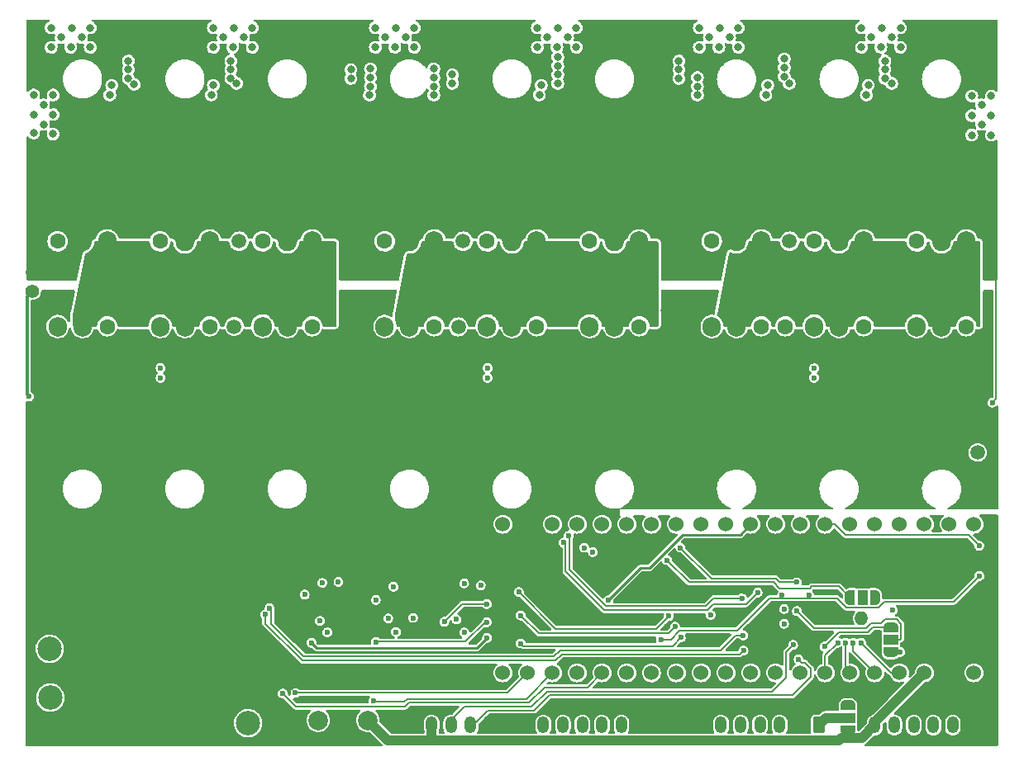
<source format=gbr>
%TF.GenerationSoftware,KiCad,Pcbnew,(6.0.0)*%
%TF.CreationDate,2022-10-23T22:36:45+03:00*%
%TF.ProjectId,CCC_ESC,4343435f-4553-4432-9e6b-696361645f70,rev?*%
%TF.SameCoordinates,Original*%
%TF.FileFunction,Copper,L4,Bot*%
%TF.FilePolarity,Positive*%
%FSLAX46Y46*%
G04 Gerber Fmt 4.6, Leading zero omitted, Abs format (unit mm)*
G04 Created by KiCad (PCBNEW (6.0.0)) date 2022-10-23 22:36:45*
%MOMM*%
%LPD*%
G01*
G04 APERTURE LIST*
G04 Aperture macros list*
%AMRoundRect*
0 Rectangle with rounded corners*
0 $1 Rounding radius*
0 $2 $3 $4 $5 $6 $7 $8 $9 X,Y pos of 4 corners*
0 Add a 4 corners polygon primitive as box body*
4,1,4,$2,$3,$4,$5,$6,$7,$8,$9,$2,$3,0*
0 Add four circle primitives for the rounded corners*
1,1,$1+$1,$2,$3*
1,1,$1+$1,$4,$5*
1,1,$1+$1,$6,$7*
1,1,$1+$1,$8,$9*
0 Add four rect primitives between the rounded corners*
20,1,$1+$1,$2,$3,$4,$5,0*
20,1,$1+$1,$4,$5,$6,$7,0*
20,1,$1+$1,$6,$7,$8,$9,0*
20,1,$1+$1,$8,$9,$2,$3,0*%
%AMFreePoly0*
4,1,22,0.550000,-0.750000,0.000000,-0.750000,0.000000,-0.745033,-0.079941,-0.743568,-0.215256,-0.701293,-0.333266,-0.622738,-0.424486,-0.514219,-0.481581,-0.384460,-0.499164,-0.250000,-0.500000,-0.250000,-0.500000,0.250000,-0.499164,0.250000,-0.499963,0.256109,-0.478152,0.396186,-0.417904,0.524511,-0.324060,0.630769,-0.204165,0.706417,-0.067858,0.745374,0.000000,0.744959,0.000000,0.750000,
0.550000,0.750000,0.550000,-0.750000,0.550000,-0.750000,$1*%
%AMFreePoly1*
4,1,20,0.000000,0.744959,0.073905,0.744508,0.209726,0.703889,0.328688,0.626782,0.421226,0.519385,0.479903,0.390333,0.500000,0.250000,0.500000,-0.250000,0.499851,-0.262216,0.476331,-0.402017,0.414519,-0.529596,0.319384,-0.634700,0.198574,-0.708877,0.061801,-0.746166,0.000000,-0.745033,0.000000,-0.750000,-0.550000,-0.750000,-0.550000,0.750000,0.000000,0.750000,0.000000,0.744959,
0.000000,0.744959,$1*%
G04 Aperture macros list end*
%TA.AperFunction,ComponentPad*%
%ADD10C,2.000000*%
%TD*%
%TA.AperFunction,ComponentPad*%
%ADD11C,4.000000*%
%TD*%
%TA.AperFunction,ComponentPad*%
%ADD12C,2.500000*%
%TD*%
%TA.AperFunction,ComponentPad*%
%ADD13C,1.500000*%
%TD*%
%TA.AperFunction,ComponentPad*%
%ADD14RoundRect,0.250000X0.350000X0.625000X-0.350000X0.625000X-0.350000X-0.625000X0.350000X-0.625000X0*%
%TD*%
%TA.AperFunction,ComponentPad*%
%ADD15O,1.200000X1.750000*%
%TD*%
%TA.AperFunction,ComponentPad*%
%ADD16C,3.000000*%
%TD*%
%TA.AperFunction,ComponentPad*%
%ADD17C,1.600000*%
%TD*%
%TA.AperFunction,ComponentPad*%
%ADD18C,1.400000*%
%TD*%
%TA.AperFunction,ComponentPad*%
%ADD19O,1.400000X1.400000*%
%TD*%
%TA.AperFunction,ComponentPad*%
%ADD20C,1.524000*%
%TD*%
%TA.AperFunction,SMDPad,CuDef*%
%ADD21FreePoly0,90.000000*%
%TD*%
%TA.AperFunction,SMDPad,CuDef*%
%ADD22R,1.500000X1.000000*%
%TD*%
%TA.AperFunction,SMDPad,CuDef*%
%ADD23FreePoly1,90.000000*%
%TD*%
%TA.AperFunction,ComponentPad*%
%ADD24O,1.905000X2.000000*%
%TD*%
%TA.AperFunction,SMDPad,CuDef*%
%ADD25FreePoly0,180.000000*%
%TD*%
%TA.AperFunction,SMDPad,CuDef*%
%ADD26R,1.000000X1.500000*%
%TD*%
%TA.AperFunction,SMDPad,CuDef*%
%ADD27FreePoly1,180.000000*%
%TD*%
%TA.AperFunction,ViaPad*%
%ADD28C,0.600000*%
%TD*%
%TA.AperFunction,ViaPad*%
%ADD29C,0.800000*%
%TD*%
%TA.AperFunction,Conductor*%
%ADD30C,0.200000*%
%TD*%
%TA.AperFunction,Conductor*%
%ADD31C,1.000000*%
%TD*%
%TA.AperFunction,Conductor*%
%ADD32C,0.250000*%
%TD*%
%TA.AperFunction,Conductor*%
%ADD33C,0.300000*%
%TD*%
G04 APERTURE END LIST*
D10*
%TO.P,TpGND3,1,1*%
%TO.N,GND*%
X79000000Y-85000000D03*
%TD*%
D11*
%TO.P,PH9,1,1*%
%TO.N,PHASE_C*%
X144400000Y-74500000D03*
%TD*%
D12*
%TO.P,U6,1,VIN*%
%TO.N,Net-(C5-Pad1)*%
X52654000Y-111813260D03*
%TO.P,U6,2,GND_IN*%
%TO.N,GND*%
X52654000Y-106733260D03*
%TO.P,U6,3,GND_OUT*%
X72974000Y-99113260D03*
%TO.P,U6,4,VOUT*%
%TO.N,V12V*%
X72974000Y-119433260D03*
%TD*%
D11*
%TO.P,PH4,1,1*%
%TO.N,PHASE_B*%
X90800000Y-74500000D03*
%TD*%
D13*
%TO.P,TpGS1,1,1*%
%TO.N,/AU_GATESIG*%
X72050000Y-70000000D03*
%TD*%
D14*
%TO.P,J4,1,Pin_1*%
%TO.N,GND*%
X113219000Y-119628260D03*
D15*
%TO.P,J4,2,Pin_2*%
%TO.N,Vaux*%
X111219000Y-119628260D03*
%TO.P,J4,3,Pin_3*%
%TO.N,PB5 MOSI TIM3 CH2*%
X109219000Y-119628260D03*
%TO.P,J4,4,Pin_4*%
%TO.N,PB4 MISO TIM3 CH1*%
X107219000Y-119628260D03*
%TO.P,J4,5,Pin_5*%
%TO.N,PB3 SCK TIM2CH2*%
X105219000Y-119628260D03*
%TO.P,J4,6,Pin_6*%
%TO.N,PA15 TIM2 CH1*%
X103219000Y-119628260D03*
%TD*%
D16*
%TO.P,TpGND4,1,1*%
%TO.N,GND*%
X72569000Y-106778260D03*
%TD*%
D17*
%TO.P,TpGS6,1,1*%
%TO.N,/CL_GATESIG*%
X128000000Y-78750000D03*
%TD*%
D11*
%TO.P,PH5,1,1*%
%TO.N,PHASE_B*%
X112250000Y-74450000D03*
%TD*%
D18*
%TO.P,SW1,1,Pin_1*%
%TO.N,Net-(R1-Pad2)*%
X50850000Y-75105000D03*
D19*
%TO.P,SW1,2,Pin_2*%
%TO.N,VBAT*%
X50850000Y-73205000D03*
%TD*%
D10*
%TO.P,TpGND2,1,1*%
%TO.N,GND*%
X89600000Y-100000000D03*
%TD*%
D11*
%TO.P,PH8,1,1*%
%TO.N,PHASE_C*%
X123800000Y-74500000D03*
%TD*%
D14*
%TO.P,J2,1,Pin_1*%
%TO.N,Vaux*%
X131419000Y-119628260D03*
D15*
%TO.P,J2,2,Pin_2*%
%TO.N,GND*%
X129419000Y-119628260D03*
%TO.P,J2,3,Pin_3*%
%TO.N,PB9 DI2C1_SDA TIM4_CH4*%
X127419000Y-119628260D03*
%TO.P,J2,4,Pin_4*%
%TO.N,PB8 DI2C1_SCL TIM4_CH3*%
X125419000Y-119628260D03*
%TO.P,J2,5,Pin_5*%
%TO.N,PB7 D_UART1_RX I2C1_SDA TIM4_CH2*%
X123419000Y-119628260D03*
%TO.P,J2,6,Pin_6*%
%TO.N,PB6 D_UART1_TX I2C1_SCL TIM4_CH1*%
X121419000Y-119628260D03*
%TD*%
D10*
%TO.P,U7,1,VIN*%
%TO.N,V12V*%
X80164000Y-119123260D03*
%TO.P,U7,2,GND*%
%TO.N,GND*%
X82704000Y-119123260D03*
%TO.P,U7,3,VOUT*%
%TO.N,V5V*%
X85244000Y-119123260D03*
%TD*%
D11*
%TO.P,PH3,1,1*%
%TO.N,PHASE_A*%
X68350000Y-74550000D03*
%TD*%
%TO.P,PH2,1,1*%
%TO.N,PHASE_A*%
X57800000Y-74500000D03*
%TD*%
%TO.P,PH1,1,1*%
%TO.N,PHASE_A*%
X79250000Y-74500000D03*
%TD*%
%TO.P,PH6,1,1*%
%TO.N,PHASE_B*%
X101250000Y-74500000D03*
%TD*%
D13*
%TO.P,TpVS1,1,1*%
%TO.N,VSENSE2*%
X147700000Y-91650000D03*
%TD*%
%TO.P,TpGS4,1,1*%
%TO.N,/BL_GATESIG*%
X94500000Y-78800000D03*
%TD*%
D11*
%TO.P,PH7,1,1*%
%TO.N,PHASE_C*%
X134300000Y-74500000D03*
%TD*%
D18*
%TO.P,NTC1,1,Pin_1*%
%TO.N,GND*%
X133914000Y-108678260D03*
D19*
%TO.P,NTC1,2,Pin_2*%
%TO.N,FET_TEMP*%
X135814000Y-108678260D03*
%TD*%
D20*
%TO.P,U5,1,VBAT*%
%TO.N,unconnected-(U5-Pad1)*%
X147329000Y-99028260D03*
%TO.P,U5,2,PC13*%
%TO.N,HALL_A*%
X144789000Y-99028260D03*
%TO.P,U5,3,PC14*%
%TO.N,HALL_B*%
X142249000Y-99028260D03*
%TO.P,U5,4,PC15*%
%TO.N,HALL_C*%
X139709000Y-99028260D03*
%TO.P,U5,5,NRST*%
%TO.N,Net-(C21-Pad1)*%
X137169000Y-99028260D03*
%TO.P,U5,6,PA0*%
%TO.N,A_THROTTLE*%
X134629000Y-99028260D03*
%TO.P,U5,7,PA1*%
%TO.N,VSENSE*%
X132089000Y-99028260D03*
%TO.P,U5,8,PA2*%
%TO.N,A_SHA_AMP*%
X129549000Y-99028260D03*
%TO.P,U5,9,PA3*%
%TO.N,A_SHB_AMP*%
X127009000Y-99028260D03*
%TO.P,U5,10,PA4*%
%TO.N,A_SHC_AMP*%
X124469000Y-99028260D03*
%TO.P,U5,11,PA5*%
%TO.N,A_PHA_VSENSE*%
X121929000Y-99028260D03*
%TO.P,U5,12,PA6*%
%TO.N,A_PHB_VSENSE*%
X119389000Y-99028260D03*
%TO.P,U5,13,PA7*%
%TO.N,Net-(JP2-Pad2)*%
X116849000Y-99028260D03*
%TO.P,U5,14,PB0*%
%TO.N,A_PHC_VSENSE*%
X114309000Y-99028260D03*
%TO.P,U5,15,PB1*%
%TO.N,Net-(C18-Pad1)*%
X111769000Y-99028260D03*
%TO.P,U5,16,PB2*%
%TO.N,PB2 D_GPIO*%
X109229000Y-99028260D03*
%TO.P,U5,17,PB10*%
%TO.N,PB10 D_GPIO*%
X106689000Y-99028260D03*
%TO.P,U5,18,3V3*%
%TO.N,V3V3*%
X104149000Y-99028260D03*
%TO.P,U5,19,GND*%
%TO.N,GND*%
X101609000Y-99028260D03*
%TO.P,U5,20,5V*%
%TO.N,unconnected-(U5-Pad20)*%
X99069000Y-99028260D03*
%TO.P,U5,21,PB12*%
%TO.N,A_OVERLIMIT*%
X99069000Y-114268260D03*
%TO.P,U5,22,PB13*%
%TO.N,LIN_A*%
X101609000Y-114268260D03*
%TO.P,U5,23,PB14*%
%TO.N,LIN_B*%
X104149000Y-114268260D03*
%TO.P,U5,24,PB15*%
%TO.N,LIN_C*%
X106689000Y-114268260D03*
%TO.P,U5,25,PA8*%
%TO.N,HIN_A*%
X109229000Y-114268260D03*
%TO.P,U5,26,PA9*%
%TO.N,HIN_B*%
X111769000Y-114268260D03*
%TO.P,U5,27,PA10*%
%TO.N,HIN_C*%
X114285395Y-114278253D03*
%TO.P,U5,28,PA11*%
%TO.N,unconnected-(U5-Pad28)*%
X116849000Y-114268260D03*
%TO.P,U5,29,PA12*%
%TO.N,unconnected-(U5-Pad29)*%
X119389000Y-114268260D03*
%TO.P,U5,30,PA15*%
%TO.N,Net-(RN2-Pad4)*%
X121929000Y-114268260D03*
%TO.P,U5,31,PB3*%
%TO.N,Net-(RN2-Pad3)*%
X124469000Y-114268260D03*
%TO.P,U5,32,PB4*%
%TO.N,Net-(RN2-Pad2)*%
X127009000Y-114268260D03*
%TO.P,U5,33,PB5*%
%TO.N,Net-(RN2-Pad1)*%
X129549000Y-114268260D03*
%TO.P,U5,34,PB6*%
%TO.N,Net-(RN3-Pad4)*%
X132089000Y-114268260D03*
%TO.P,U5,35,PB7*%
%TO.N,Net-(RN3-Pad3)*%
X134629000Y-114268260D03*
%TO.P,U5,36,PB8*%
%TO.N,Net-(RN3-Pad2)*%
X137169000Y-114268260D03*
%TO.P,U5,37,PB9*%
%TO.N,Net-(RN3-Pad1)*%
X139709000Y-114268260D03*
%TO.P,U5,38,5V*%
%TO.N,V5V*%
X142249000Y-114268260D03*
%TO.P,U5,39,GND*%
%TO.N,GND*%
X144789000Y-114268260D03*
%TO.P,U5,40,3V3*%
%TO.N,V3V3*%
X147329000Y-114268260D03*
%TD*%
D13*
%TO.P,TpGS5,1,1*%
%TO.N,/CU_GATESIG*%
X128450000Y-70000000D03*
%TD*%
%TO.P,TpGS3,1,1*%
%TO.N,/BU_GATESIG*%
X95000000Y-70000000D03*
%TD*%
D10*
%TO.P,TpGND1,1,1*%
%TO.N,GND*%
X116250000Y-85500000D03*
%TD*%
D14*
%TO.P,J1,1,Pin_1*%
%TO.N,GND*%
X97769000Y-119628260D03*
D15*
%TO.P,J1,2,Pin_2*%
%TO.N,Net-(J1-Pad2)*%
X95769000Y-119628260D03*
%TO.P,J1,3,Pin_3*%
%TO.N,Net-(J1-Pad3)*%
X93769000Y-119628260D03*
%TO.P,J1,4,Pin_4*%
%TO.N,V5V*%
X91769000Y-119628260D03*
%TD*%
D14*
%TO.P,J3,1,Pin_1*%
%TO.N,GND*%
X147169000Y-119628260D03*
D15*
%TO.P,J3,2,Pin_2*%
%TO.N,Net-(J3-Pad2)*%
X145169000Y-119628260D03*
%TO.P,J3,3,Pin_3*%
%TO.N,Net-(J3-Pad3)*%
X143169000Y-119628260D03*
%TO.P,J3,4,Pin_4*%
%TO.N,Net-(J3-Pad4)*%
X141169000Y-119628260D03*
%TO.P,J3,5,Pin_5*%
%TO.N,Net-(J3-Pad5)*%
X139169000Y-119628260D03*
%TO.P,J3,6,Pin_6*%
%TO.N,V5V*%
X137169000Y-119628260D03*
%TD*%
D13*
%TO.P,TpGS2,1,1*%
%TO.N,/AL_GATESIG*%
X71550000Y-78750000D03*
%TD*%
D12*
%TO.P,12V1,1,1*%
%TO.N,V12V*%
X52700000Y-116800000D03*
%TD*%
D21*
%TO.P,JP1,1,A*%
%TO.N,V5V*%
X134419000Y-120178260D03*
D22*
%TO.P,JP1,2,C*%
%TO.N,Vaux*%
X134419000Y-118878260D03*
D23*
%TO.P,JP1,3,B*%
%TO.N,V3V3*%
X134419000Y-117578260D03*
%TD*%
D17*
%TO.P,QB4,1*%
%TO.N,/BL_GATESIG*%
X102540000Y-78750000D03*
D24*
%TO.P,QB4,2*%
%TO.N,PHASE_B*%
X100000000Y-78750000D03*
%TO.P,QB4,3*%
%TO.N,Net-(NT3-Pad1)*%
X97460000Y-78750000D03*
%TD*%
D17*
%TO.P,QB5,1*%
%TO.N,/BU_GATESIG*%
X86960000Y-70000000D03*
D24*
%TO.P,QB5,2*%
%TO.N,VBAT*%
X89500000Y-70000000D03*
%TO.P,QB5,3*%
%TO.N,PHASE_B*%
X92040000Y-70000000D03*
%TD*%
D17*
%TO.P,QA3,1*%
%TO.N,/AU_GATESIG*%
X63960000Y-70000000D03*
D24*
%TO.P,QA3,2*%
%TO.N,VBAT*%
X66500000Y-70000000D03*
%TO.P,QA3,3*%
%TO.N,PHASE_A*%
X69040000Y-70000000D03*
%TD*%
D17*
%TO.P,QC6,1*%
%TO.N,/CL_GATESIG*%
X125540000Y-78750000D03*
D24*
%TO.P,QC6,2*%
%TO.N,PHASE_C*%
X123000000Y-78750000D03*
%TO.P,QC6,3*%
%TO.N,Net-(NT5-Pad1)*%
X120460000Y-78750000D03*
%TD*%
D17*
%TO.P,QC5,1*%
%TO.N,/CU_GATESIG*%
X141460000Y-70000000D03*
D24*
%TO.P,QC5,2*%
%TO.N,VBAT*%
X144000000Y-70000000D03*
%TO.P,QC5,3*%
%TO.N,PHASE_C*%
X146540000Y-70000000D03*
%TD*%
D17*
%TO.P,QC4,1*%
%TO.N,/CL_GATESIG*%
X146540000Y-78750000D03*
D24*
%TO.P,QC4,2*%
%TO.N,PHASE_C*%
X144000000Y-78750000D03*
%TO.P,QC4,3*%
%TO.N,Net-(NT5-Pad1)*%
X141460000Y-78750000D03*
%TD*%
D25*
%TO.P,JP3,1,A*%
%TO.N,Net-(C21-Pad1)*%
X137219000Y-106528260D03*
D26*
%TO.P,JP3,2,C*%
%TO.N,FET_TEMP*%
X135919000Y-106528260D03*
D27*
%TO.P,JP3,3,B*%
%TO.N,Net-(C18-Pad1)*%
X134619000Y-106528260D03*
%TD*%
D17*
%TO.P,QA6,1*%
%TO.N,/AL_GATESIG*%
X58540000Y-78750000D03*
D24*
%TO.P,QA6,2*%
%TO.N,PHASE_A*%
X56000000Y-78750000D03*
%TO.P,QA6,3*%
%TO.N,Net-(NT1-Pad1)*%
X53460000Y-78750000D03*
%TD*%
D17*
%TO.P,QB6,1*%
%TO.N,/BL_GATESIG*%
X92040000Y-78750000D03*
D24*
%TO.P,QB6,2*%
%TO.N,PHASE_B*%
X89500000Y-78750000D03*
%TO.P,QB6,3*%
%TO.N,Net-(NT3-Pad1)*%
X86960000Y-78750000D03*
%TD*%
D17*
%TO.P,QB2,1*%
%TO.N,/BL_GATESIG*%
X113040000Y-78750000D03*
D24*
%TO.P,QB2,2*%
%TO.N,PHASE_B*%
X110500000Y-78750000D03*
%TO.P,QB2,3*%
%TO.N,Net-(NT3-Pad1)*%
X107960000Y-78750000D03*
%TD*%
D17*
%TO.P,QA5,1*%
%TO.N,/AU_GATESIG*%
X74460000Y-70000000D03*
D24*
%TO.P,QA5,2*%
%TO.N,VBAT*%
X77000000Y-70000000D03*
%TO.P,QA5,3*%
%TO.N,PHASE_A*%
X79540000Y-70000000D03*
%TD*%
D21*
%TO.P,JP2,1,A*%
%TO.N,MOTOR_TEMP*%
X138819000Y-112178260D03*
D22*
%TO.P,JP2,2,C*%
%TO.N,Net-(JP2-Pad2)*%
X138819000Y-110878260D03*
D23*
%TO.P,JP2,3,B*%
%TO.N,A_BRAKE*%
X138819000Y-109578260D03*
%TD*%
D17*
%TO.P,QA1,1*%
%TO.N,/AU_GATESIG*%
X53460000Y-70000000D03*
D24*
%TO.P,QA1,2*%
%TO.N,VBAT*%
X56000000Y-70000000D03*
%TO.P,QA1,3*%
%TO.N,PHASE_A*%
X58540000Y-70000000D03*
%TD*%
D17*
%TO.P,QB3,1*%
%TO.N,/BU_GATESIG*%
X97460000Y-70000000D03*
D24*
%TO.P,QB3,2*%
%TO.N,VBAT*%
X100000000Y-70000000D03*
%TO.P,QB3,3*%
%TO.N,PHASE_B*%
X102540000Y-70000000D03*
%TD*%
D17*
%TO.P,QC3,1*%
%TO.N,/CU_GATESIG*%
X130960000Y-70000000D03*
D24*
%TO.P,QC3,2*%
%TO.N,VBAT*%
X133500000Y-70000000D03*
%TO.P,QC3,3*%
%TO.N,PHASE_C*%
X136040000Y-70000000D03*
%TD*%
D17*
%TO.P,QA4,1*%
%TO.N,/AL_GATESIG*%
X69040000Y-78750000D03*
D24*
%TO.P,QA4,2*%
%TO.N,PHASE_A*%
X66500000Y-78750000D03*
%TO.P,QA4,3*%
%TO.N,Net-(NT1-Pad1)*%
X63960000Y-78750000D03*
%TD*%
D17*
%TO.P,QC2,1*%
%TO.N,/CL_GATESIG*%
X136040000Y-78750000D03*
D24*
%TO.P,QC2,2*%
%TO.N,PHASE_C*%
X133500000Y-78750000D03*
%TO.P,QC2,3*%
%TO.N,Net-(NT5-Pad1)*%
X130960000Y-78750000D03*
%TD*%
D17*
%TO.P,QC1,1*%
%TO.N,/CU_GATESIG*%
X120460000Y-70000000D03*
D24*
%TO.P,QC1,2*%
%TO.N,VBAT*%
X123000000Y-70000000D03*
%TO.P,QC1,3*%
%TO.N,PHASE_C*%
X125540000Y-70000000D03*
%TD*%
D17*
%TO.P,QA2,1*%
%TO.N,/AL_GATESIG*%
X79540000Y-78750000D03*
D24*
%TO.P,QA2,2*%
%TO.N,PHASE_A*%
X77000000Y-78750000D03*
%TO.P,QA2,3*%
%TO.N,Net-(NT1-Pad1)*%
X74460000Y-78750000D03*
%TD*%
D17*
%TO.P,QB1,1*%
%TO.N,/BU_GATESIG*%
X107960000Y-70000000D03*
D24*
%TO.P,QB1,2*%
%TO.N,VBAT*%
X110500000Y-70000000D03*
%TO.P,QB1,3*%
%TO.N,PHASE_B*%
X113040000Y-70000000D03*
%TD*%
D28*
%TO.N,V12V*%
X88119000Y-110078260D03*
X81094000Y-110103260D03*
X80319000Y-108928260D03*
X87319000Y-108678260D03*
X94319000Y-108778260D03*
X95094000Y-110103260D03*
%TO.N,VSENSE2*%
X115269000Y-110827760D03*
X127669000Y-106328260D03*
X147869000Y-104328260D03*
X130469000Y-106328260D03*
%TO.N,V3V3*%
X120369000Y-108328260D03*
X134719000Y-117578260D03*
X127869000Y-109228260D03*
X139019000Y-107828260D03*
X127869000Y-107728260D03*
%TO.N,A_SHA_V+*%
X123693908Y-110424369D03*
X64000000Y-83000000D03*
X75183701Y-107627678D03*
D29*
%TO.N,GND*%
X105700000Y-49100000D03*
X119000000Y-55000000D03*
X124500000Y-87000000D03*
X83550000Y-77000000D03*
X115500000Y-88500000D03*
D28*
X131169000Y-116028260D03*
D29*
X115500000Y-90000000D03*
X92250000Y-85500000D03*
X88000000Y-50100000D03*
D28*
X97906500Y-105378260D03*
D29*
X106800000Y-91600000D03*
X145200000Y-90050000D03*
X69400000Y-54000000D03*
X96600000Y-88500000D03*
D28*
X89369000Y-119328260D03*
D29*
X127900000Y-51300000D03*
X73500000Y-88500000D03*
D28*
X89000000Y-108600000D03*
D29*
X77000000Y-93000000D03*
X56800000Y-48100000D03*
D28*
X139969000Y-106078260D03*
D29*
X83500000Y-90000000D03*
D28*
X80000000Y-104300000D03*
D29*
X103000000Y-88500000D03*
X137800000Y-50100000D03*
X135800000Y-50100000D03*
X123000000Y-87000000D03*
X136500000Y-54000000D03*
X86600000Y-88500000D03*
X102800000Y-55000000D03*
D28*
X114200000Y-79600000D03*
D29*
X81500000Y-90000000D03*
X124500000Y-93000000D03*
X142500000Y-87050000D03*
D28*
X127069000Y-103228260D03*
D29*
X121500000Y-93000000D03*
X64500000Y-90000000D03*
D28*
X96200500Y-104500000D03*
D29*
X117000000Y-93000000D03*
X120250000Y-77000000D03*
X147100000Y-57100000D03*
X57000000Y-91500000D03*
X78500000Y-87000000D03*
D28*
X137300000Y-110480000D03*
D29*
X120000000Y-93000000D03*
X133500000Y-91500000D03*
X117100000Y-53300000D03*
D28*
X147844000Y-106203260D03*
D29*
X123000000Y-90000000D03*
X102600000Y-50100000D03*
X104500000Y-91500000D03*
X101500000Y-88500000D03*
X53000000Y-55000000D03*
X132000000Y-88500000D03*
X142500000Y-90000000D03*
X124500000Y-85500000D03*
X109900000Y-85500000D03*
X106800000Y-93000000D03*
X93500000Y-88500000D03*
X83500000Y-88500000D03*
X138000000Y-91500000D03*
X96600469Y-93000000D03*
X94400000Y-98000000D03*
X77000000Y-85500000D03*
X60700000Y-51500000D03*
X147100000Y-59100000D03*
X58500000Y-90000000D03*
X72000000Y-93000000D03*
X144000000Y-85500000D03*
X58500000Y-87000000D03*
D28*
X73900000Y-108500000D03*
D29*
X104700000Y-48100000D03*
X100000000Y-93000000D03*
X71200000Y-52400000D03*
X88000000Y-93000000D03*
D28*
X136319000Y-102178260D03*
D29*
X70500000Y-90000000D03*
X92600000Y-94400000D03*
X84799020Y-87000000D03*
X71200000Y-51500000D03*
D28*
X51600000Y-76600000D03*
D29*
X58800000Y-55000000D03*
X84799020Y-90000000D03*
X100000000Y-85500000D03*
D28*
X118069000Y-103428260D03*
D29*
X114000000Y-90000000D03*
X129000000Y-88500000D03*
D28*
X85669000Y-114028260D03*
D29*
X142500000Y-93000000D03*
X92000000Y-52300000D03*
X145200000Y-88500000D03*
X149100000Y-57100000D03*
X69000000Y-85500000D03*
X141000000Y-93000000D03*
X52000000Y-58000000D03*
X141000000Y-85500000D03*
X111000000Y-88500000D03*
X70500000Y-87000000D03*
X104700000Y-52900000D03*
X66000000Y-91500000D03*
X84799020Y-85500000D03*
X66000000Y-93000000D03*
X138000000Y-93000000D03*
X93900000Y-52900000D03*
X111000000Y-91500000D03*
X64500000Y-91500000D03*
D28*
X125900000Y-105700000D03*
D29*
X85500000Y-53200000D03*
D28*
X148569000Y-99828260D03*
D29*
X104600000Y-50100000D03*
D28*
X115619000Y-115128260D03*
X115100000Y-81600000D03*
X53500000Y-77050000D03*
D29*
X112500000Y-88500000D03*
X117100000Y-52400000D03*
X102600000Y-48100000D03*
D28*
X84921704Y-117078297D03*
D29*
X96199500Y-95600000D03*
X106750000Y-88500000D03*
X54900000Y-48100000D03*
X145500000Y-91500000D03*
X61500000Y-88500000D03*
X70500000Y-85500000D03*
X126200000Y-54000000D03*
X106750000Y-90000000D03*
X60000000Y-85500000D03*
X124450000Y-90000000D03*
D28*
X52400000Y-77050000D03*
D29*
X118500000Y-91500000D03*
D28*
X126900000Y-106000000D03*
X72069000Y-112228260D03*
D29*
X135000000Y-93000000D03*
X96200000Y-96800000D03*
X71400000Y-50100000D03*
X58600000Y-84350000D03*
D28*
X107969000Y-113478260D03*
D29*
X98500000Y-88500000D03*
X73400000Y-50100000D03*
X125950000Y-90000000D03*
X138000000Y-87000000D03*
X57000000Y-93000000D03*
D28*
X109069000Y-104928260D03*
X94700000Y-83600000D03*
D29*
X72000000Y-87000000D03*
D28*
X97300000Y-109900000D03*
D29*
X136300000Y-55000000D03*
X141000000Y-94500000D03*
X71200000Y-53300000D03*
X118500000Y-93000000D03*
X112500000Y-90000000D03*
X51000000Y-55000000D03*
D28*
X129983153Y-104856287D03*
D29*
X124500000Y-88500000D03*
X130500000Y-88500000D03*
X127500000Y-85500000D03*
X121500000Y-90000000D03*
X132000000Y-93000000D03*
D28*
X79469000Y-114028260D03*
X54500000Y-77050000D03*
D29*
X92000000Y-53200000D03*
X85500000Y-54100000D03*
D28*
X81689000Y-108378260D03*
D29*
X145450000Y-85500000D03*
X84500000Y-77000000D03*
X63000000Y-93000000D03*
X144000000Y-93000000D03*
X103000000Y-93000000D03*
X136450000Y-84300000D03*
X90000000Y-50100000D03*
X83500000Y-91500000D03*
X139500000Y-93000000D03*
X127500000Y-93000000D03*
X64500000Y-88500000D03*
X144000000Y-91500000D03*
X124500000Y-91500000D03*
X54800000Y-50100000D03*
D28*
X76300000Y-117300000D03*
D29*
X135800000Y-48100000D03*
X121500000Y-91500000D03*
D28*
X130919000Y-107478260D03*
D29*
X69000000Y-91500000D03*
D28*
X136019000Y-104428260D03*
D29*
X83500000Y-52400000D03*
X127500000Y-88500000D03*
X71800000Y-53800000D03*
D28*
X131197779Y-105999500D03*
D29*
X142500000Y-85500000D03*
X93500000Y-90000000D03*
D28*
X104600000Y-100300000D03*
D29*
X90800000Y-85500000D03*
X60700000Y-52400000D03*
X61500000Y-90000000D03*
X123000000Y-91500000D03*
X69400000Y-50100000D03*
X103000000Y-54000000D03*
X115500000Y-93000000D03*
X70500000Y-91500000D03*
X104700000Y-52000000D03*
D28*
X101100000Y-105100000D03*
D29*
X94800000Y-85500000D03*
D28*
X146769000Y-107828260D03*
D29*
X96600000Y-91500000D03*
X88100000Y-48100000D03*
X120000000Y-88500000D03*
X78500000Y-91500000D03*
D28*
X118219000Y-115028260D03*
D29*
X120200000Y-49100000D03*
X86000000Y-50100000D03*
D28*
X94500500Y-104460398D03*
D29*
X69200000Y-55000000D03*
X138000000Y-88500000D03*
X136500000Y-91500000D03*
X80000000Y-93000000D03*
X129000000Y-85500000D03*
X89400000Y-90000000D03*
X139800000Y-48100000D03*
X92200000Y-87000000D03*
X117050000Y-77072875D03*
X89400000Y-87000000D03*
X60000000Y-90000000D03*
D28*
X130869000Y-103228260D03*
D29*
X105600000Y-87000000D03*
X78500000Y-90000000D03*
D28*
X92669000Y-114028260D03*
X117800000Y-100800000D03*
D29*
X72000000Y-90000000D03*
X127500000Y-87000000D03*
X103000000Y-91500000D03*
X83500000Y-87000000D03*
D28*
X83300000Y-104300000D03*
D29*
X126000000Y-55000000D03*
X56800000Y-50100000D03*
X94800000Y-87000000D03*
X92600000Y-98000000D03*
D28*
X117725806Y-111324337D03*
D29*
X144000000Y-87050000D03*
X94800000Y-93000000D03*
X111000000Y-93000000D03*
X142500000Y-91500000D03*
X148850000Y-75400000D03*
X149100000Y-55100000D03*
D28*
X61419000Y-100978260D03*
D29*
X60000000Y-93000000D03*
X130500000Y-91500000D03*
X98500000Y-93000000D03*
X122300000Y-49100000D03*
X137950000Y-90000000D03*
X112500000Y-93000000D03*
X117000000Y-87000000D03*
X63000000Y-90000000D03*
X133500000Y-87000000D03*
X75500000Y-90000000D03*
X109500000Y-90000000D03*
X132000000Y-91500000D03*
X138200000Y-51500000D03*
X130500000Y-93000000D03*
X81500000Y-91500000D03*
X114000000Y-91500000D03*
X77000000Y-91500000D03*
X94800000Y-90000000D03*
X60000000Y-91500000D03*
X94400000Y-94400000D03*
X136800000Y-49100000D03*
D28*
X138199000Y-115798260D03*
D29*
X69400000Y-48100000D03*
D28*
X122669000Y-109228260D03*
D29*
X52000000Y-56000000D03*
X81500000Y-88550000D03*
D28*
X139817023Y-112926319D03*
D29*
X141000000Y-91500000D03*
X67500000Y-87000000D03*
X125950000Y-88500000D03*
X64500000Y-93000000D03*
X61500000Y-93000000D03*
X138200000Y-53300000D03*
X114000000Y-93000000D03*
X88000000Y-91500000D03*
X112500000Y-91500000D03*
X92000000Y-54100000D03*
X90800000Y-87000000D03*
X59000000Y-54000000D03*
X103600000Y-49100000D03*
X135000000Y-88500000D03*
D28*
X78500000Y-117000000D03*
D29*
X51000000Y-58900000D03*
D28*
X100500000Y-112000000D03*
X115800000Y-103600000D03*
D29*
X73500000Y-91500000D03*
X139500000Y-91500000D03*
X75500000Y-93000000D03*
X67500000Y-90000000D03*
X73500000Y-90000000D03*
D28*
X143069000Y-106078260D03*
D29*
X149100000Y-59100000D03*
D28*
X125869000Y-110628260D03*
D29*
X54650000Y-86800000D03*
D28*
X136559958Y-111061687D03*
D29*
X72000000Y-88500000D03*
X92200000Y-91500000D03*
D28*
X78169000Y-120128260D03*
X115896460Y-109496460D03*
X53669000Y-120878260D03*
D29*
X89400000Y-85500000D03*
X85400000Y-55000000D03*
X67500000Y-88500000D03*
D28*
X147844000Y-103203260D03*
D29*
X100000000Y-91500000D03*
X144000000Y-88500000D03*
X148800000Y-77350000D03*
X60000000Y-87000000D03*
D28*
X85300000Y-107100000D03*
D29*
X92600000Y-95600000D03*
X145500000Y-87050000D03*
D28*
X128239134Y-110834741D03*
D29*
X90800000Y-88500000D03*
X86000000Y-48100000D03*
D28*
X128700239Y-113316394D03*
D29*
X83500000Y-53300000D03*
D28*
X74919000Y-121328260D03*
D29*
X104500000Y-93000000D03*
X139800000Y-50100000D03*
X81500000Y-85500000D03*
X114000000Y-85500000D03*
X58500000Y-88500000D03*
X133500000Y-93000000D03*
D28*
X51450000Y-79400000D03*
D29*
X84800000Y-91500000D03*
X118500000Y-87000000D03*
X98500000Y-90000000D03*
X67500000Y-85500000D03*
X97600000Y-96800000D03*
X72000000Y-91500000D03*
X92200000Y-88500000D03*
X90800000Y-91500000D03*
X100000000Y-88500000D03*
X78500000Y-88500000D03*
X94400000Y-96800000D03*
D28*
X143569000Y-99528760D03*
D29*
X75500000Y-88450000D03*
D28*
X78669000Y-114028260D03*
D29*
X86600000Y-90000000D03*
X73500000Y-93000000D03*
X94800000Y-91500000D03*
X63000000Y-88500000D03*
X106600000Y-48100000D03*
X92200000Y-93000000D03*
D28*
X97300000Y-108000000D03*
X51550000Y-78300000D03*
D29*
X104500000Y-88500000D03*
D28*
X106594988Y-101345385D03*
D29*
X121300000Y-48100000D03*
X114000000Y-88500000D03*
X104021754Y-85478246D03*
X87000000Y-49100000D03*
X118500000Y-88500000D03*
X115500000Y-91500000D03*
X85500000Y-52300000D03*
X115500000Y-87000000D03*
X61500000Y-85500000D03*
X127900000Y-53100000D03*
X67500000Y-93000000D03*
X120000000Y-90000000D03*
X119000000Y-54100000D03*
X132000000Y-90000000D03*
X84800000Y-88500000D03*
X57000000Y-90000000D03*
D28*
X138769000Y-102728260D03*
D29*
X72500000Y-49100000D03*
X104500000Y-90000000D03*
X98500000Y-91500000D03*
X53000000Y-57000000D03*
X112500000Y-85500000D03*
X133500000Y-85500000D03*
X75500000Y-91500000D03*
X127500000Y-91500000D03*
X80000000Y-90000000D03*
X104700000Y-53800000D03*
D28*
X106549251Y-100502673D03*
D29*
X145500000Y-93000000D03*
X89400000Y-91500000D03*
X119000000Y-53200000D03*
X77000000Y-90000000D03*
X109500000Y-93000000D03*
X96199500Y-94382595D03*
D28*
X85169000Y-103828260D03*
D29*
X55500000Y-90000000D03*
X92000000Y-55000000D03*
X121200000Y-50100000D03*
X83500000Y-93000000D03*
X60000000Y-88500000D03*
X100000000Y-90000000D03*
D28*
X108945226Y-101436516D03*
D29*
X58500000Y-91500000D03*
X135000000Y-87000000D03*
X70500000Y-93000000D03*
X126000000Y-87000000D03*
X66000000Y-90000000D03*
X138900000Y-49100000D03*
D28*
X141519000Y-106078260D03*
D29*
X117100000Y-51500000D03*
X117000000Y-90000000D03*
D28*
X93469000Y-114028260D03*
D29*
X136500000Y-88500000D03*
X118500000Y-90000000D03*
X80000000Y-87000000D03*
D28*
X83000000Y-113600000D03*
D29*
X60700000Y-53300000D03*
X141000000Y-87000000D03*
X69000000Y-87000000D03*
X133500000Y-90000000D03*
X127900000Y-52200000D03*
X126000000Y-91500000D03*
X101500000Y-90000000D03*
X139500000Y-87500000D03*
X52800000Y-50100000D03*
D28*
X137819000Y-121278260D03*
D29*
X119200000Y-50100000D03*
X138900000Y-53800000D03*
X129000000Y-90000000D03*
D28*
X61969000Y-105928260D03*
D29*
X117000000Y-91500000D03*
X136500000Y-93000000D03*
D28*
X87969000Y-120128260D03*
D29*
X129000000Y-91500000D03*
X81500000Y-87000000D03*
D28*
X100469000Y-119628260D03*
D29*
X101500000Y-93000000D03*
X93500000Y-91500000D03*
X92200000Y-90000000D03*
D28*
X147369000Y-116678260D03*
D29*
X97600000Y-95600000D03*
X141000000Y-90000000D03*
X130500000Y-90000000D03*
X77000000Y-88500000D03*
D28*
X123304366Y-108528260D03*
D29*
X106600000Y-50100000D03*
X119200000Y-48100000D03*
X92600000Y-96800000D03*
X70500000Y-88450000D03*
X126000000Y-93000000D03*
X63000000Y-91500000D03*
X90000000Y-48100000D03*
X103000000Y-90000000D03*
D28*
X103769000Y-107578260D03*
X75859366Y-106882713D03*
X61069000Y-115028260D03*
D29*
X148100000Y-56000000D03*
X93500000Y-85500000D03*
X89400000Y-93000000D03*
X86600000Y-91500000D03*
X123000000Y-85500000D03*
X109500000Y-91500000D03*
D28*
X113269000Y-99778260D03*
X105819000Y-108928260D03*
X123500000Y-111200000D03*
X112969000Y-108428260D03*
X114319000Y-102328260D03*
D29*
X57000000Y-88500000D03*
X89100000Y-49100000D03*
X61500000Y-91500000D03*
X135000000Y-90000000D03*
X87250000Y-77000000D03*
X69000000Y-93000000D03*
X127500000Y-90000000D03*
X121500000Y-88500000D03*
X80000000Y-88500000D03*
X144000000Y-90000000D03*
X101500000Y-91500000D03*
D28*
X115669000Y-100028260D03*
D29*
X89400000Y-88500000D03*
X112500000Y-87000000D03*
X52800000Y-48100000D03*
X120000000Y-91500000D03*
X78500000Y-93000000D03*
X66000000Y-88500000D03*
X117000000Y-88500000D03*
X51000000Y-57000000D03*
X53000000Y-59000000D03*
X109500000Y-88500000D03*
X100000000Y-87000000D03*
X94800000Y-88500000D03*
X129000000Y-93000000D03*
X123200000Y-50100000D03*
X61300000Y-53900000D03*
X55900000Y-49100000D03*
X135000000Y-85500000D03*
X69000000Y-88450000D03*
X93500000Y-93000000D03*
X80000000Y-91500000D03*
X105600000Y-85500000D03*
X136500000Y-90000000D03*
X83500000Y-85500000D03*
X111000000Y-87000000D03*
X88000000Y-88500000D03*
D28*
X123400000Y-105800000D03*
X88700000Y-104500000D03*
D29*
X77000000Y-87000000D03*
X135000000Y-91500000D03*
X90800000Y-90000000D03*
X69000000Y-90000000D03*
X128400000Y-53800000D03*
D28*
X119749000Y-102658260D03*
D29*
X96600000Y-90000000D03*
D28*
X79102621Y-111888873D03*
X126769000Y-112528260D03*
D29*
X70400000Y-49100000D03*
X139500000Y-94500000D03*
X61500000Y-87000000D03*
D28*
X147869000Y-109928260D03*
X121769000Y-117828260D03*
X113119000Y-113628260D03*
D29*
X73400000Y-48100000D03*
X101500000Y-87000000D03*
X93900000Y-53800000D03*
X53800000Y-49100000D03*
X133500000Y-88500000D03*
D28*
X131300000Y-104600000D03*
D29*
X123200000Y-48100000D03*
X88000000Y-90000000D03*
X84799020Y-93000000D03*
X101500000Y-85500000D03*
X81500000Y-93000000D03*
D28*
X86469000Y-114028260D03*
X115269000Y-108428260D03*
X81600000Y-100100000D03*
D29*
X136500000Y-87000000D03*
X141000000Y-88500000D03*
X137900000Y-48100000D03*
X71500000Y-48100000D03*
X111000000Y-90000000D03*
X114000000Y-87000000D03*
D28*
X97369000Y-114528260D03*
D29*
X94400000Y-95600000D03*
X67500000Y-91500000D03*
X97600000Y-94300000D03*
X123000000Y-93000000D03*
X58500000Y-93000000D03*
X86600000Y-93000000D03*
X139500000Y-90000000D03*
X104700000Y-51100000D03*
X55500000Y-88500000D03*
X139500000Y-88500000D03*
X115650000Y-77100000D03*
X118500000Y-85500000D03*
X142500000Y-88500000D03*
X138200000Y-52400000D03*
X123000000Y-88500000D03*
X129000000Y-87000000D03*
X57000000Y-87000000D03*
X148100000Y-58000000D03*
D28*
X92400000Y-108500000D03*
D29*
X147100000Y-55100000D03*
X96200000Y-98000000D03*
X93500000Y-87000000D03*
D28*
X142419000Y-116328260D03*
D29*
X126000000Y-85500000D03*
X103000000Y-87000000D03*
X90800000Y-93000000D03*
D28*
X78169000Y-118628260D03*
%TO.N,A_SHA_V-*%
X64000000Y-84000000D03*
X123716759Y-111969558D03*
X74719011Y-108283138D03*
%TO.N,A_SHB_V+*%
X123569000Y-106628260D03*
X105810011Y-100198161D03*
X97500000Y-83000000D03*
%TO.N,A_SHC_V+*%
X130950000Y-83012000D03*
X107390000Y-101430000D03*
%TO.N,A_SHB_V-*%
X105289391Y-100908911D03*
X125169000Y-106028260D03*
X97499989Y-84000500D03*
%TO.N,A_SHC_V-*%
X130950000Y-84000000D03*
X108280000Y-101880000D03*
D29*
%TO.N,VBAT*%
X95000000Y-59400000D03*
X143300000Y-48100000D03*
X65100000Y-65000000D03*
X146400000Y-49100000D03*
X98000000Y-58600000D03*
X97000000Y-67500000D03*
X65100000Y-66600000D03*
X80900000Y-48100000D03*
X101900000Y-58600000D03*
X98000000Y-63400000D03*
X147100000Y-64500000D03*
X112200000Y-48100000D03*
X149100000Y-66600000D03*
X64300000Y-48100000D03*
X101000000Y-62600000D03*
X100000000Y-57000000D03*
X124000000Y-66600000D03*
X95600000Y-48100000D03*
X130600000Y-62000000D03*
X97000000Y-61000000D03*
X95000000Y-61000000D03*
X96000000Y-63400000D03*
X94000000Y-63400000D03*
X127700000Y-49100000D03*
X101000000Y-64200000D03*
X145300000Y-65000000D03*
X76900000Y-50100000D03*
X58500000Y-63500000D03*
X145300000Y-63500000D03*
X51000000Y-62500000D03*
X120000000Y-65000000D03*
X128800000Y-48100000D03*
X128700000Y-50100000D03*
X148100000Y-65600000D03*
X96000000Y-57000000D03*
X99000000Y-61000000D03*
X130600000Y-63500000D03*
X54400000Y-65000000D03*
X109000000Y-65000000D03*
X109000000Y-63500000D03*
X98000000Y-61800000D03*
X94000000Y-65000000D03*
X96000000Y-55400000D03*
D28*
X149200000Y-86550000D03*
D29*
X99000000Y-59400000D03*
X101900000Y-60200000D03*
X145300000Y-62000000D03*
X103900000Y-60200000D03*
X135400000Y-63500000D03*
X104800000Y-62600000D03*
X86700000Y-63500000D03*
X79000000Y-48100000D03*
X99000000Y-67500000D03*
X101000000Y-57800000D03*
X141400000Y-65000000D03*
X110100000Y-50100000D03*
X101000000Y-59400000D03*
X100000000Y-63400000D03*
X65100000Y-63500000D03*
X120000000Y-62000000D03*
X78900000Y-50100000D03*
X101000000Y-61000000D03*
X113000000Y-62000000D03*
X100000000Y-60200000D03*
X135400000Y-66400000D03*
X96000000Y-58600000D03*
X124000000Y-65000000D03*
X110100000Y-48100000D03*
X103900000Y-63300000D03*
X103000000Y-67400000D03*
X101000000Y-56200000D03*
X62300000Y-50100000D03*
X99000000Y-57800000D03*
X135400000Y-65000000D03*
X54400000Y-63400000D03*
X95000000Y-65800000D03*
X102000000Y-61800000D03*
X98000000Y-60200000D03*
X79800000Y-65000000D03*
X58500000Y-66500000D03*
X79800000Y-63500000D03*
X99000000Y-62600000D03*
X62400000Y-48100000D03*
X147300000Y-50100000D03*
X109000000Y-62000000D03*
X100000000Y-58600000D03*
X91400000Y-66600000D03*
X75900000Y-66600000D03*
X97000000Y-59400000D03*
X102900000Y-61000000D03*
X100000000Y-65000000D03*
X97000000Y-62600000D03*
X86700000Y-62000000D03*
X98000000Y-55400000D03*
X130700000Y-48100000D03*
X102900000Y-62600000D03*
X86700000Y-65000000D03*
X75900000Y-65000000D03*
X149100000Y-62600000D03*
X69000000Y-66600000D03*
X99000000Y-56200000D03*
X113000000Y-63500000D03*
X69000000Y-65000000D03*
X126700000Y-50100000D03*
X95000000Y-62600000D03*
X120000000Y-66600000D03*
X86700000Y-66600000D03*
X103900000Y-66600000D03*
X130600000Y-66400000D03*
X141400000Y-63500000D03*
X124000000Y-62000000D03*
X130700000Y-50100000D03*
X149100000Y-64600000D03*
X114100000Y-50100000D03*
X99000000Y-64200000D03*
X102900000Y-59400000D03*
X120000000Y-63500000D03*
X65100000Y-62000000D03*
X102000000Y-57000000D03*
X91400000Y-62000000D03*
X100000000Y-66600000D03*
X95500000Y-50100000D03*
X103900000Y-64900000D03*
X61300000Y-49100000D03*
X99000000Y-65800000D03*
X148100000Y-63500000D03*
X60300000Y-50100000D03*
X112100000Y-50100000D03*
X147100000Y-62600000D03*
X53000000Y-66500000D03*
X93500000Y-48100000D03*
X98000000Y-57100000D03*
X104900000Y-64200000D03*
X52000000Y-65500000D03*
X79800000Y-66600000D03*
X80900000Y-50100000D03*
X143300000Y-50100000D03*
X141400000Y-66600000D03*
X54400000Y-62000000D03*
X102000000Y-66600000D03*
X94000000Y-60200000D03*
X147300000Y-48100000D03*
X135400000Y-62000000D03*
X145300000Y-50100000D03*
X76900000Y-48100000D03*
X96000000Y-66600000D03*
X114100000Y-48100000D03*
X64300000Y-50100000D03*
X97000000Y-64200000D03*
X141400000Y-62000000D03*
X91400000Y-63500000D03*
X144300000Y-49100000D03*
X102000000Y-65000000D03*
X94000000Y-66600000D03*
X75900000Y-62000000D03*
X126700000Y-48100000D03*
X51000000Y-66500000D03*
X91400000Y-65000000D03*
X95000000Y-67500000D03*
X98000000Y-65000000D03*
X58500000Y-65000000D03*
X60300000Y-48100000D03*
X53000000Y-62500000D03*
X104900000Y-65800000D03*
X58500000Y-62000000D03*
X53000000Y-64500000D03*
X147100000Y-66600000D03*
X97000000Y-56200000D03*
X94000000Y-61800000D03*
X97000000Y-65800000D03*
X129800000Y-49100000D03*
X52000000Y-63400000D03*
X97000000Y-57800000D03*
X96000000Y-65000000D03*
X111100000Y-49100000D03*
X100000000Y-61800000D03*
X124000000Y-63500000D03*
X109000000Y-66600000D03*
X130600000Y-65000000D03*
X113000000Y-66600000D03*
X96000000Y-61800000D03*
X145400000Y-48100000D03*
X63400000Y-49100000D03*
X96600000Y-49100000D03*
X93500000Y-50100000D03*
X101000000Y-65800000D03*
X75900000Y-63500000D03*
X145300000Y-66600000D03*
X96000000Y-60200000D03*
D28*
X149200000Y-72600000D03*
D29*
X95000000Y-64200000D03*
X94500000Y-49100000D03*
X77900000Y-49100000D03*
X103900000Y-61800000D03*
X51000000Y-64400000D03*
X104800000Y-61000000D03*
X103000000Y-65800000D03*
X69000000Y-62000000D03*
X113000000Y-65000000D03*
X97500000Y-48100000D03*
X113200000Y-49100000D03*
X79800000Y-62000000D03*
X97500000Y-50100000D03*
X101100000Y-67400000D03*
X54400000Y-66600000D03*
X102000000Y-63400000D03*
X80000000Y-49100000D03*
X98000000Y-66600000D03*
X103000000Y-64200000D03*
X69000000Y-63500000D03*
%TO.N,PHASE_A*%
X70900000Y-76100000D03*
X76700000Y-76000000D03*
X76700000Y-73000000D03*
X60350000Y-73000000D03*
D28*
X79469000Y-111178260D03*
X97439091Y-110687310D03*
D29*
X65750000Y-76000000D03*
X70900000Y-73000000D03*
X60350000Y-76050000D03*
X65800000Y-73000000D03*
D28*
X78769000Y-106228260D03*
%TO.N,Net-(C18-Pad1)*%
X115869500Y-102700000D03*
D29*
%TO.N,PHASE_B*%
X93400000Y-76000000D03*
X103850000Y-73000000D03*
D28*
X97406000Y-109078260D03*
D29*
X103850000Y-76000000D03*
D28*
X86054000Y-106793260D03*
D29*
X98650000Y-73000000D03*
X98650000Y-76000000D03*
X109650000Y-76000000D03*
X109600000Y-73000000D03*
X93400000Y-73000000D03*
D28*
X86069000Y-111079720D03*
%TO.N,Net-(C21-Pad1)*%
X137119000Y-106078260D03*
%TO.N,PHASE_C*%
X93069000Y-109028260D03*
X97419703Y-107209510D03*
D29*
X136900000Y-73000000D03*
X136850000Y-76050000D03*
X131700000Y-73000000D03*
X131700000Y-76000000D03*
X126450000Y-73000000D03*
X126400000Y-76050000D03*
X141750000Y-76000000D03*
X141800000Y-73000000D03*
D28*
%TO.N,A_PHA_VSENSE*%
X100906500Y-111253760D03*
X117292911Y-110652171D03*
%TO.N,VSENSE*%
X147869000Y-101228260D03*
%TO.N,A_SHC_AMP*%
X109869000Y-106828260D03*
%TO.N,FET_TEMP*%
X135919000Y-106678260D03*
%TO.N,A_PHB_VSENSE*%
X100906500Y-108378260D03*
X116703790Y-109545648D03*
%TO.N,A_PHC_VSENSE*%
X100706500Y-105978260D03*
X116068502Y-108427760D03*
%TO.N,LIN_A*%
X77819000Y-116328260D03*
%TO.N,LIN_B*%
X85819000Y-117127771D03*
%TO.N,HIN_A*%
X76519000Y-116378260D03*
%TO.N,MOTOR_TEMP*%
X139769000Y-112128260D03*
%TO.N,Net-(J1-Pad3)*%
X128796803Y-111407637D03*
%TO.N,Net-(J1-Pad2)*%
X129369000Y-112878260D03*
%TO.N,A_BRAKE*%
X132019000Y-111578260D03*
%TO.N,Net-(JP2-Pad2)*%
X117269000Y-101428260D03*
X129193011Y-104978270D03*
X129193011Y-107928260D03*
%TO.N,Net-(RN3-Pad1)*%
X135769000Y-111178260D03*
%TO.N,Net-(RN3-Pad2)*%
X134969000Y-111178260D03*
%TO.N,Net-(RN3-Pad3)*%
X134169000Y-111178260D03*
%TO.N,Net-(RN3-Pad4)*%
X133369000Y-111178260D03*
%TO.N,Net-(R1-Pad2)*%
X50550000Y-85900000D03*
%TO.N,/AU_GATESIG*%
X82218497Y-104928747D03*
%TO.N,/AL_GATESIG*%
X80569000Y-105028260D03*
%TO.N,/BU_GATESIG*%
X87869000Y-105428260D03*
%TO.N,/BL_GATESIG*%
X89869000Y-108628260D03*
%TO.N,/CU_GATESIG*%
X95100000Y-105100000D03*
%TO.N,/CL_GATESIG*%
X96800000Y-105300000D03*
%TD*%
D30*
%TO.N,VSENSE2*%
X147639479Y-104607781D02*
X147639479Y-104557781D01*
X117169000Y-109928260D02*
X123069000Y-109928260D01*
X138149680Y-106978260D02*
X145269000Y-106978260D01*
X115269500Y-110828260D02*
X116269000Y-110828260D01*
X115269000Y-110827760D02*
X115269500Y-110828260D01*
X147639479Y-104557781D02*
X147869000Y-104328260D01*
X116269000Y-110828260D02*
X117169000Y-109928260D01*
X145269000Y-106978260D02*
X147639479Y-104607781D01*
X134268511Y-107577771D02*
X137550169Y-107577771D01*
X126369000Y-106628260D02*
X133319000Y-106628260D01*
X123069000Y-109928260D02*
X126369000Y-106628260D01*
X133319000Y-106628260D02*
X134268511Y-107577771D01*
X137550169Y-107577771D02*
X138149680Y-106978260D01*
D31*
%TO.N,V5V*%
X134169000Y-120928260D02*
X135869000Y-120928260D01*
X87299000Y-121178260D02*
X91769000Y-121178260D01*
X91769000Y-121178260D02*
X91819000Y-121228260D01*
X91769000Y-121178260D02*
X91769000Y-119628260D01*
X85244000Y-119123260D02*
X87299000Y-121178260D01*
X137169000Y-119348260D02*
X142249000Y-114268260D01*
X133769000Y-120928260D02*
X134119000Y-120928260D01*
X133469000Y-121228260D02*
X133769000Y-120928260D01*
X135869000Y-120928260D02*
X137169000Y-119628260D01*
X91819000Y-121228260D02*
X133469000Y-121228260D01*
D30*
X137169000Y-119628260D02*
X137169000Y-119348260D01*
%TO.N,A_SHA_V+*%
X75318511Y-109253505D02*
X75318511Y-107762488D01*
X78665006Y-112600000D02*
X75318511Y-109253505D01*
X104930692Y-111953740D02*
X104284432Y-112600000D01*
X104284432Y-112600000D02*
X78665006Y-112600000D01*
X122875631Y-110424369D02*
X121346260Y-111953740D01*
X121346260Y-111953740D02*
X104930692Y-111953740D01*
X75318511Y-107762488D02*
X75183701Y-107627678D01*
X123693908Y-110424369D02*
X122875631Y-110424369D01*
%TO.N,A_SHA_V-*%
X74719011Y-109219011D02*
X74719011Y-108283138D01*
X78500000Y-113000000D02*
X74719011Y-109219011D01*
X105096178Y-112353260D02*
X104449438Y-113000000D01*
X123716759Y-111969558D02*
X123333057Y-112353260D01*
X123333057Y-112353260D02*
X105096178Y-112353260D01*
X104449438Y-113000000D02*
X78500000Y-113000000D01*
%TO.N,A_SHB_V+*%
X105888891Y-100277041D02*
X105888891Y-103695989D01*
X109621162Y-107428260D02*
X119856156Y-107428260D01*
X105810011Y-100198161D02*
X105888891Y-100277041D01*
X119856156Y-107428260D02*
X120656156Y-106628260D01*
X105888891Y-103695989D02*
X109621162Y-107428260D01*
X120656156Y-106628260D02*
X123569000Y-106628260D01*
%TO.N,A_SHB_V-*%
X123969489Y-107227771D02*
X125169000Y-106028260D01*
X105489372Y-103861476D02*
X109456156Y-107828260D01*
X120621651Y-107227771D02*
X123969489Y-107227771D01*
X109456156Y-107828260D02*
X120021162Y-107828260D01*
X120021162Y-107828260D02*
X120621651Y-107227771D01*
X105289391Y-100908911D02*
X105489372Y-101108892D01*
X105489372Y-101108892D02*
X105489372Y-103861476D01*
%TO.N,VBAT*%
X149200000Y-72600000D02*
X149600000Y-73000000D01*
X149600000Y-86150000D02*
X149200000Y-86550000D01*
X149600000Y-73000000D02*
X149600000Y-86150000D01*
D32*
%TO.N,PHASE_A*%
X96422181Y-111704220D02*
X79994960Y-111704220D01*
X79994960Y-111704220D02*
X79469000Y-111178260D01*
D30*
X79500000Y-74500000D02*
X79250000Y-74500000D01*
D32*
X97439091Y-110687310D02*
X96422181Y-111704220D01*
D30*
%TO.N,Net-(C18-Pad1)*%
X130700000Y-105400000D02*
X133490740Y-105400000D01*
X130522230Y-105577770D02*
X130700000Y-105400000D01*
X127405666Y-105577770D02*
X130522230Y-105577770D01*
X133490740Y-105400000D02*
X134619000Y-106528260D01*
X126805676Y-104977780D02*
X127405666Y-105577770D01*
X118147280Y-104977780D02*
X126805676Y-104977780D01*
X115869500Y-102700000D02*
X118147280Y-104977780D01*
%TO.N,PHASE_B*%
X95221740Y-111078260D02*
X97221740Y-109078260D01*
X97221740Y-109078260D02*
X97406000Y-109078260D01*
X86070460Y-111078260D02*
X95221740Y-111078260D01*
X86069000Y-111079720D02*
X86070460Y-111078260D01*
%TO.N,PHASE_C*%
X94887750Y-107209510D02*
X93069000Y-109028260D01*
X97419703Y-107209510D02*
X94887750Y-107209510D01*
%TO.N,A_PHA_VSENSE*%
X116441342Y-111503740D02*
X101156480Y-111503740D01*
X101156480Y-111503740D02*
X100906500Y-111253760D01*
X117292911Y-110652171D02*
X116441342Y-111503740D01*
%TO.N,VSENSE*%
X134169000Y-100128260D02*
X133069000Y-99028260D01*
X146769000Y-100128260D02*
X134169000Y-100128260D01*
X133069000Y-99028260D02*
X132089000Y-99028260D01*
X147869000Y-101228260D02*
X146769000Y-100128260D01*
D32*
%TO.N,A_SHC_AMP*%
X123382489Y-100114771D02*
X124469000Y-99028260D01*
X113193521Y-103503739D02*
X114093521Y-103503739D01*
X114093521Y-103503739D02*
X117482489Y-100114771D01*
X109869000Y-106828260D02*
X113193521Y-103503739D01*
X117482489Y-100114771D02*
X123382489Y-100114771D01*
D30*
%TO.N,A_PHB_VSENSE*%
X102756500Y-110228260D02*
X100906500Y-108378260D01*
X116021178Y-110228260D02*
X102756500Y-110228260D01*
X116703790Y-109545648D02*
X116021178Y-110228260D01*
%TO.N,A_PHC_VSENSE*%
X116068502Y-108476596D02*
X114816838Y-109728260D01*
X116068502Y-108427760D02*
X116068502Y-108476596D01*
X104456500Y-109728260D02*
X100706500Y-105978260D01*
X114816838Y-109728260D02*
X104456500Y-109728260D01*
%TO.N,LIN_A*%
X99577260Y-116300000D02*
X101609000Y-114268260D01*
X77847260Y-116300000D02*
X99577260Y-116300000D01*
X77819000Y-116328260D02*
X77847260Y-116300000D01*
%TO.N,LIN_B*%
X85919489Y-117228260D02*
X88969000Y-117228260D01*
X89269000Y-116928260D02*
X101489000Y-116928260D01*
X88969000Y-117228260D02*
X89269000Y-116928260D01*
X85819000Y-117127771D02*
X85919489Y-117228260D01*
X101489000Y-116928260D02*
X104149000Y-114268260D01*
%TO.N,HIN_A*%
X107718040Y-115779220D02*
X109229000Y-114268260D01*
X103318040Y-115779220D02*
X107718040Y-115779220D01*
X101769480Y-117327780D02*
X103318040Y-115779220D01*
X89034995Y-117727271D02*
X89434486Y-117327780D01*
X76519000Y-116378260D02*
X77868011Y-117727271D01*
X77868011Y-117727271D02*
X89034995Y-117727271D01*
X89434486Y-117327780D02*
X101769480Y-117327780D01*
%TO.N,MOTOR_TEMP*%
X138869000Y-112128260D02*
X138819000Y-112178260D01*
X139769000Y-112128260D02*
X138869000Y-112128260D01*
%TO.N,Net-(J1-Pad3)*%
X128792363Y-111407637D02*
X128100000Y-112100000D01*
X103568520Y-116178740D02*
X102019960Y-117727300D01*
X95119960Y-117727300D02*
X93769000Y-119078260D01*
X128796803Y-111407637D02*
X128792363Y-111407637D01*
X128100000Y-114747260D02*
X126668520Y-116178740D01*
X102019960Y-117727300D02*
X95119960Y-117727300D01*
X93769000Y-119078260D02*
X93769000Y-119628260D01*
X128100000Y-112100000D02*
X128100000Y-114747260D01*
X126668520Y-116178740D02*
X103568520Y-116178740D01*
%TO.N,Net-(J1-Pad2)*%
X103819000Y-116578260D02*
X128740204Y-116578260D01*
X130610511Y-113819771D02*
X130269000Y-113478260D01*
X130610511Y-114707953D02*
X130610511Y-113819771D01*
X129988693Y-113206749D02*
X130310204Y-113528260D01*
X95769000Y-119628260D02*
X96044000Y-119628260D01*
X97516862Y-118128260D02*
X102269000Y-118128260D01*
X129369000Y-112878260D02*
X129697489Y-113206749D01*
X128740204Y-116578260D02*
X130610511Y-114707953D01*
X129697489Y-113206749D02*
X129988693Y-113206749D01*
X96044000Y-119601122D02*
X97516862Y-118128260D01*
X96044000Y-119628260D02*
X96044000Y-119601122D01*
X102269000Y-118128260D02*
X103819000Y-116578260D01*
%TO.N,A_BRAKE*%
X136484975Y-110077291D02*
X136984486Y-109577780D01*
X133519969Y-110077291D02*
X136484975Y-110077291D01*
X132019000Y-111578260D02*
X133519969Y-110077291D01*
X136984486Y-109577780D02*
X138818520Y-109577780D01*
X138818520Y-109577780D02*
X138819000Y-109578260D01*
D31*
%TO.N,Vaux*%
X132169000Y-118878260D02*
X131419000Y-119628260D01*
X134419000Y-118878260D02*
X132169000Y-118878260D01*
D30*
%TO.N,Net-(JP2-Pad2)*%
X130942522Y-109677771D02*
X136319489Y-109677771D01*
X137838320Y-109178260D02*
X137419000Y-109178260D01*
X120419000Y-104578260D02*
X117269000Y-101428260D01*
X136819489Y-109177771D02*
X137417327Y-109177771D01*
X129193011Y-107928260D02*
X130942522Y-109677771D01*
X129193011Y-104978270D02*
X127419010Y-104978270D01*
X127419010Y-104978270D02*
X127019000Y-104578260D01*
X136319489Y-109677771D02*
X136819489Y-109177771D01*
X127019000Y-104578260D02*
X120419000Y-104578260D01*
X139400169Y-108778749D02*
X138237831Y-108778749D01*
X139769000Y-110878260D02*
X139868511Y-110778749D01*
X138237831Y-108778749D02*
X137838320Y-109178260D01*
X139868511Y-110778749D02*
X139868511Y-109247091D01*
X138819000Y-110878260D02*
X139769000Y-110878260D01*
X139868511Y-109247091D02*
X139400169Y-108778749D01*
%TO.N,Net-(RN3-Pad1)*%
X135769000Y-111178260D02*
X138859000Y-114268260D01*
X138859000Y-114268260D02*
X139709000Y-114268260D01*
%TO.N,Net-(RN3-Pad2)*%
X134969000Y-112068260D02*
X137169000Y-114268260D01*
X134969000Y-111178260D02*
X134969000Y-112068260D01*
%TO.N,Net-(RN3-Pad3)*%
X134169000Y-113808260D02*
X134629000Y-114268260D01*
X134169000Y-111178260D02*
X134169000Y-113808260D01*
%TO.N,Net-(RN3-Pad4)*%
X132089000Y-112458260D02*
X132089000Y-114268260D01*
X133369000Y-111178260D02*
X132089000Y-112458260D01*
D33*
%TO.N,Net-(R1-Pad2)*%
X50350000Y-75605000D02*
X50350000Y-85700000D01*
D30*
X50850000Y-75105000D02*
X50450000Y-75505000D01*
D33*
X50350000Y-85700000D02*
X50550000Y-85900000D01*
X50450000Y-75505000D02*
X50350000Y-75605000D01*
%TD*%
%TA.AperFunction,Conductor*%
%TO.N,PHASE_A*%
G36*
X62858016Y-70020002D02*
G01*
X62904509Y-70073658D01*
X62915453Y-70115457D01*
X62921759Y-70190553D01*
X62932664Y-70228584D01*
X62973241Y-70370091D01*
X62978544Y-70388586D01*
X62981359Y-70394063D01*
X62981360Y-70394066D01*
X63055904Y-70539113D01*
X63072712Y-70571818D01*
X63200677Y-70733270D01*
X63205370Y-70737264D01*
X63205371Y-70737265D01*
X63339729Y-70851612D01*
X63357564Y-70866791D01*
X63537398Y-70967297D01*
X63632238Y-70998113D01*
X63727471Y-71029056D01*
X63727475Y-71029057D01*
X63733329Y-71030959D01*
X63937894Y-71055351D01*
X63944029Y-71054879D01*
X63944031Y-71054879D01*
X64000039Y-71050569D01*
X64143300Y-71039546D01*
X64149230Y-71037890D01*
X64149232Y-71037890D01*
X64335797Y-70985800D01*
X64335796Y-70985800D01*
X64341725Y-70984145D01*
X64347214Y-70981372D01*
X64347220Y-70981370D01*
X64520116Y-70894033D01*
X64525610Y-70891258D01*
X64584757Y-70845048D01*
X64683101Y-70768213D01*
X64687951Y-70764424D01*
X64734890Y-70710045D01*
X64818540Y-70613134D01*
X64818540Y-70613133D01*
X64822564Y-70608472D01*
X64843387Y-70571818D01*
X64895283Y-70480464D01*
X64924323Y-70429344D01*
X64989351Y-70233863D01*
X65004972Y-70110208D01*
X65033354Y-70045132D01*
X65092413Y-70005730D01*
X65129978Y-70000000D01*
X65172529Y-70000000D01*
X65240650Y-70020002D01*
X65287143Y-70073658D01*
X65298000Y-70114470D01*
X65312077Y-70267669D01*
X65372091Y-70480464D01*
X65469879Y-70678759D01*
X65473333Y-70683385D01*
X65473334Y-70683386D01*
X65503201Y-70723382D01*
X65602167Y-70855913D01*
X65606412Y-70859837D01*
X65738447Y-70981889D01*
X65764522Y-71005993D01*
X65815076Y-71037890D01*
X65946626Y-71120892D01*
X65946631Y-71120894D01*
X65951510Y-71123973D01*
X66156866Y-71205902D01*
X66373714Y-71249036D01*
X66379489Y-71249112D01*
X66379493Y-71249112D01*
X66490473Y-71250564D01*
X66594791Y-71251930D01*
X66600488Y-71250951D01*
X66600489Y-71250951D01*
X66806996Y-71215466D01*
X66806997Y-71215466D01*
X66812693Y-71214487D01*
X67020124Y-71137962D01*
X67025086Y-71135010D01*
X67205167Y-71027873D01*
X67205170Y-71027871D01*
X67210135Y-71024917D01*
X67376364Y-70879138D01*
X67389246Y-70862798D01*
X67492493Y-70731829D01*
X67513243Y-70705508D01*
X67519541Y-70693539D01*
X67613497Y-70514957D01*
X67616189Y-70509841D01*
X67681753Y-70298689D01*
X67703000Y-70119174D01*
X67703000Y-70118070D01*
X67726796Y-70051755D01*
X67783096Y-70008503D01*
X67828598Y-70000000D01*
X70930073Y-70000000D01*
X70998194Y-70020002D01*
X71044687Y-70073658D01*
X71055631Y-70115456D01*
X71061175Y-70181483D01*
X71115258Y-70370091D01*
X71132200Y-70403056D01*
X71202123Y-70539113D01*
X71202126Y-70539117D01*
X71204944Y-70544601D01*
X71326818Y-70698369D01*
X71331511Y-70702363D01*
X71331512Y-70702364D01*
X71408885Y-70768213D01*
X71476238Y-70825535D01*
X71481616Y-70828541D01*
X71481618Y-70828542D01*
X71550057Y-70866791D01*
X71647513Y-70921257D01*
X71834118Y-70981889D01*
X72028946Y-71005121D01*
X72035081Y-71004649D01*
X72035083Y-71004649D01*
X72218434Y-70990541D01*
X72218438Y-70990540D01*
X72224576Y-70990068D01*
X72413556Y-70937303D01*
X72588689Y-70848837D01*
X72618515Y-70825535D01*
X72738453Y-70731829D01*
X72743303Y-70728040D01*
X72767167Y-70700394D01*
X72867485Y-70584173D01*
X72867485Y-70584172D01*
X72871509Y-70579511D01*
X72968425Y-70408909D01*
X73030358Y-70222732D01*
X73044573Y-70110208D01*
X73072955Y-70045131D01*
X73132014Y-70005730D01*
X73169579Y-70000000D01*
X73289895Y-70000000D01*
X73358016Y-70020002D01*
X73404509Y-70073658D01*
X73415453Y-70115457D01*
X73421759Y-70190553D01*
X73432664Y-70228584D01*
X73473241Y-70370091D01*
X73478544Y-70388586D01*
X73481359Y-70394063D01*
X73481360Y-70394066D01*
X73555904Y-70539113D01*
X73572712Y-70571818D01*
X73700677Y-70733270D01*
X73705370Y-70737264D01*
X73705371Y-70737265D01*
X73839729Y-70851612D01*
X73857564Y-70866791D01*
X74037398Y-70967297D01*
X74132238Y-70998113D01*
X74227471Y-71029056D01*
X74227475Y-71029057D01*
X74233329Y-71030959D01*
X74437894Y-71055351D01*
X74444029Y-71054879D01*
X74444031Y-71054879D01*
X74500039Y-71050569D01*
X74643300Y-71039546D01*
X74649230Y-71037890D01*
X74649232Y-71037890D01*
X74835797Y-70985800D01*
X74835796Y-70985800D01*
X74841725Y-70984145D01*
X74847214Y-70981372D01*
X74847220Y-70981370D01*
X75020116Y-70894033D01*
X75025610Y-70891258D01*
X75084757Y-70845048D01*
X75183101Y-70768213D01*
X75187951Y-70764424D01*
X75234890Y-70710045D01*
X75318540Y-70613134D01*
X75318540Y-70613133D01*
X75322564Y-70608472D01*
X75343387Y-70571818D01*
X75395283Y-70480464D01*
X75424323Y-70429344D01*
X75489351Y-70233863D01*
X75504972Y-70110208D01*
X75533354Y-70045132D01*
X75592413Y-70005730D01*
X75629978Y-70000000D01*
X75672529Y-70000000D01*
X75740650Y-70020002D01*
X75787143Y-70073658D01*
X75798000Y-70114470D01*
X75812077Y-70267669D01*
X75872091Y-70480464D01*
X75969879Y-70678759D01*
X75973333Y-70683385D01*
X75973334Y-70683386D01*
X76003201Y-70723382D01*
X76102167Y-70855913D01*
X76106412Y-70859837D01*
X76238447Y-70981889D01*
X76264522Y-71005993D01*
X76315076Y-71037890D01*
X76446626Y-71120892D01*
X76446631Y-71120894D01*
X76451510Y-71123973D01*
X76656866Y-71205902D01*
X76873714Y-71249036D01*
X76879489Y-71249112D01*
X76879493Y-71249112D01*
X76990473Y-71250564D01*
X77094791Y-71251930D01*
X77100488Y-71250951D01*
X77100489Y-71250951D01*
X77306996Y-71215466D01*
X77306997Y-71215466D01*
X77312693Y-71214487D01*
X77520124Y-71137962D01*
X77525086Y-71135010D01*
X77705167Y-71027873D01*
X77705170Y-71027871D01*
X77710135Y-71024917D01*
X77876364Y-70879138D01*
X77889246Y-70862798D01*
X77992493Y-70731829D01*
X78013243Y-70705508D01*
X78019541Y-70693539D01*
X78113497Y-70514957D01*
X78116189Y-70509841D01*
X78181753Y-70298689D01*
X78203000Y-70119174D01*
X78203000Y-70118070D01*
X78226796Y-70051755D01*
X78283096Y-70008503D01*
X78328598Y-70000000D01*
X81874000Y-70000000D01*
X81942121Y-70020002D01*
X81988614Y-70073658D01*
X82000000Y-70126000D01*
X82000000Y-78624000D01*
X81979998Y-78692121D01*
X81926342Y-78738614D01*
X81874000Y-78750000D01*
X80709833Y-78750000D01*
X80641712Y-78729998D01*
X80595219Y-78676342D01*
X80584434Y-78636295D01*
X80583538Y-78627153D01*
X80575480Y-78544970D01*
X80515935Y-78347749D01*
X80419218Y-78165849D01*
X80321778Y-78046376D01*
X80292906Y-78010975D01*
X80292903Y-78010972D01*
X80289011Y-78006200D01*
X80271786Y-77991950D01*
X80135025Y-77878811D01*
X80135021Y-77878809D01*
X80130275Y-77874882D01*
X79949055Y-77776897D01*
X79752254Y-77715977D01*
X79746129Y-77715333D01*
X79746128Y-77715333D01*
X79553498Y-77695087D01*
X79553496Y-77695087D01*
X79547369Y-77694443D01*
X79460529Y-77702346D01*
X79348342Y-77712555D01*
X79348339Y-77712556D01*
X79342203Y-77713114D01*
X79144572Y-77771280D01*
X78962002Y-77866726D01*
X78957201Y-77870586D01*
X78957198Y-77870588D01*
X78806254Y-77991950D01*
X78801447Y-77995815D01*
X78669024Y-78153630D01*
X78666056Y-78159028D01*
X78666053Y-78159033D01*
X78572743Y-78328765D01*
X78569776Y-78334162D01*
X78507484Y-78530532D01*
X78506798Y-78536651D01*
X78506797Y-78536654D01*
X78504770Y-78554728D01*
X78496235Y-78630826D01*
X78495425Y-78638044D01*
X78467954Y-78703511D01*
X78409451Y-78743734D01*
X78370210Y-78750000D01*
X75787471Y-78750000D01*
X75719350Y-78729998D01*
X75672857Y-78676342D01*
X75662000Y-78635529D01*
X75661623Y-78631420D01*
X75647923Y-78482331D01*
X75587909Y-78269536D01*
X75490121Y-78071241D01*
X75470147Y-78044492D01*
X75430911Y-77991950D01*
X75357833Y-77894087D01*
X75195478Y-77744007D01*
X75111398Y-77690957D01*
X75013374Y-77629108D01*
X75013369Y-77629106D01*
X75008490Y-77626027D01*
X74803134Y-77544098D01*
X74586286Y-77500964D01*
X74580511Y-77500888D01*
X74580507Y-77500888D01*
X74469527Y-77499436D01*
X74365209Y-77498070D01*
X74359512Y-77499049D01*
X74359511Y-77499049D01*
X74153004Y-77534534D01*
X74147307Y-77535513D01*
X73939876Y-77612038D01*
X73934915Y-77614990D01*
X73934914Y-77614990D01*
X73754833Y-77722127D01*
X73754830Y-77722129D01*
X73749865Y-77725083D01*
X73583636Y-77870862D01*
X73580061Y-77875397D01*
X73580060Y-77875398D01*
X73568420Y-77890163D01*
X73446757Y-78044492D01*
X73444068Y-78049603D01*
X73444066Y-78049606D01*
X73391823Y-78148903D01*
X73343811Y-78240159D01*
X73278247Y-78451311D01*
X73257000Y-78630826D01*
X73257000Y-78631930D01*
X73233204Y-78698245D01*
X73176904Y-78741497D01*
X73131402Y-78750000D01*
X72669591Y-78750000D01*
X72601470Y-78729998D01*
X72554977Y-78676342D01*
X72544192Y-78636296D01*
X72536795Y-78560862D01*
X72536194Y-78554728D01*
X72534413Y-78548829D01*
X72534412Y-78548824D01*
X72481265Y-78372793D01*
X72479484Y-78366894D01*
X72387370Y-78193653D01*
X72263361Y-78041602D01*
X72112180Y-77916535D01*
X71939585Y-77823213D01*
X71845869Y-77794203D01*
X71758039Y-77767015D01*
X71758036Y-77767014D01*
X71752152Y-77765193D01*
X71746027Y-77764549D01*
X71746026Y-77764549D01*
X71563147Y-77745327D01*
X71563146Y-77745327D01*
X71557019Y-77744683D01*
X71434383Y-77755844D01*
X71367759Y-77761907D01*
X71367758Y-77761907D01*
X71361618Y-77762466D01*
X71355704Y-77764207D01*
X71355702Y-77764207D01*
X71226734Y-77802165D01*
X71173393Y-77817864D01*
X71167928Y-77820721D01*
X71004972Y-77905912D01*
X71004968Y-77905915D01*
X70999512Y-77908767D01*
X70994712Y-77912627D01*
X70994711Y-77912627D01*
X70960326Y-77940273D01*
X70846600Y-78031711D01*
X70720480Y-78182016D01*
X70717516Y-78187408D01*
X70717513Y-78187412D01*
X70672365Y-78269536D01*
X70625956Y-78353954D01*
X70566628Y-78540978D01*
X70565086Y-78554728D01*
X70555740Y-78638045D01*
X70528269Y-78703512D01*
X70469765Y-78743734D01*
X70430525Y-78750000D01*
X70209833Y-78750000D01*
X70141712Y-78729998D01*
X70095219Y-78676342D01*
X70084434Y-78636295D01*
X70083538Y-78627153D01*
X70075480Y-78544970D01*
X70015935Y-78347749D01*
X69919218Y-78165849D01*
X69821778Y-78046376D01*
X69792906Y-78010975D01*
X69792903Y-78010972D01*
X69789011Y-78006200D01*
X69771786Y-77991950D01*
X69635025Y-77878811D01*
X69635021Y-77878809D01*
X69630275Y-77874882D01*
X69449055Y-77776897D01*
X69252254Y-77715977D01*
X69246129Y-77715333D01*
X69246128Y-77715333D01*
X69053498Y-77695087D01*
X69053496Y-77695087D01*
X69047369Y-77694443D01*
X68960529Y-77702346D01*
X68848342Y-77712555D01*
X68848339Y-77712556D01*
X68842203Y-77713114D01*
X68644572Y-77771280D01*
X68462002Y-77866726D01*
X68457201Y-77870586D01*
X68457198Y-77870588D01*
X68306254Y-77991950D01*
X68301447Y-77995815D01*
X68169024Y-78153630D01*
X68166056Y-78159028D01*
X68166053Y-78159033D01*
X68072743Y-78328765D01*
X68069776Y-78334162D01*
X68007484Y-78530532D01*
X68006798Y-78536651D01*
X68006797Y-78536654D01*
X68004770Y-78554728D01*
X67996235Y-78630826D01*
X67995425Y-78638044D01*
X67967954Y-78703511D01*
X67909451Y-78743734D01*
X67870210Y-78750000D01*
X65287471Y-78750000D01*
X65219350Y-78729998D01*
X65172857Y-78676342D01*
X65162000Y-78635529D01*
X65161623Y-78631420D01*
X65147923Y-78482331D01*
X65087909Y-78269536D01*
X64990121Y-78071241D01*
X64970147Y-78044492D01*
X64930911Y-77991950D01*
X64857833Y-77894087D01*
X64695478Y-77744007D01*
X64611398Y-77690957D01*
X64513374Y-77629108D01*
X64513369Y-77629106D01*
X64508490Y-77626027D01*
X64303134Y-77544098D01*
X64086286Y-77500964D01*
X64080511Y-77500888D01*
X64080507Y-77500888D01*
X63969527Y-77499436D01*
X63865209Y-77498070D01*
X63859512Y-77499049D01*
X63859511Y-77499049D01*
X63653004Y-77534534D01*
X63647307Y-77535513D01*
X63439876Y-77612038D01*
X63434915Y-77614990D01*
X63434914Y-77614990D01*
X63254833Y-77722127D01*
X63254830Y-77722129D01*
X63249865Y-77725083D01*
X63083636Y-77870862D01*
X63080061Y-77875397D01*
X63080060Y-77875398D01*
X63068420Y-77890163D01*
X62946757Y-78044492D01*
X62944068Y-78049603D01*
X62944066Y-78049606D01*
X62891823Y-78148903D01*
X62843811Y-78240159D01*
X62778247Y-78451311D01*
X62757000Y-78630826D01*
X62757000Y-78631930D01*
X62733204Y-78698245D01*
X62676904Y-78741497D01*
X62631402Y-78750000D01*
X59709833Y-78750000D01*
X59641712Y-78729998D01*
X59595219Y-78676342D01*
X59584434Y-78636295D01*
X59583538Y-78627153D01*
X59575480Y-78544970D01*
X59515935Y-78347749D01*
X59419218Y-78165849D01*
X59321778Y-78046376D01*
X59292906Y-78010975D01*
X59292903Y-78010972D01*
X59289011Y-78006200D01*
X59271786Y-77991950D01*
X59135025Y-77878811D01*
X59135021Y-77878809D01*
X59130275Y-77874882D01*
X58949055Y-77776897D01*
X58752254Y-77715977D01*
X58746129Y-77715333D01*
X58746128Y-77715333D01*
X58553498Y-77695087D01*
X58553496Y-77695087D01*
X58547369Y-77694443D01*
X58460529Y-77702346D01*
X58348342Y-77712555D01*
X58348339Y-77712556D01*
X58342203Y-77713114D01*
X58144572Y-77771280D01*
X57962002Y-77866726D01*
X57957201Y-77870586D01*
X57957198Y-77870588D01*
X57806254Y-77991950D01*
X57801447Y-77995815D01*
X57669024Y-78153630D01*
X57666056Y-78159028D01*
X57666053Y-78159033D01*
X57572743Y-78328765D01*
X57569776Y-78334162D01*
X57507484Y-78530532D01*
X57506798Y-78536651D01*
X57506797Y-78536654D01*
X57504770Y-78554728D01*
X57496235Y-78630826D01*
X57495425Y-78638044D01*
X57467954Y-78703511D01*
X57409451Y-78743734D01*
X57370210Y-78750000D01*
X55126000Y-78750000D01*
X55057879Y-78729998D01*
X55011386Y-78676342D01*
X55000000Y-78624000D01*
X55000000Y-77512476D01*
X55002447Y-77487765D01*
X56238853Y-71305735D01*
X56271825Y-71242862D01*
X56318795Y-71212236D01*
X56514705Y-71139962D01*
X56514713Y-71139958D01*
X56520124Y-71137962D01*
X56525086Y-71135010D01*
X56705167Y-71027873D01*
X56705170Y-71027871D01*
X56710135Y-71024917D01*
X56876364Y-70879138D01*
X56889246Y-70862798D01*
X56992493Y-70731829D01*
X57013243Y-70705508D01*
X57019541Y-70693539D01*
X57113497Y-70514957D01*
X57116189Y-70509841D01*
X57181753Y-70298689D01*
X57203000Y-70119174D01*
X57203000Y-70118070D01*
X57226796Y-70051755D01*
X57283096Y-70008503D01*
X57328598Y-70000000D01*
X62789895Y-70000000D01*
X62858016Y-70020002D01*
G37*
%TD.AperFunction*%
%TD*%
%TA.AperFunction,Conductor*%
%TO.N,VBAT*%
G36*
X52577761Y-47270002D02*
G01*
X52624254Y-47323658D01*
X52634358Y-47393932D01*
X52604864Y-47458512D01*
X52567430Y-47487966D01*
X52566890Y-47488245D01*
X52431679Y-47558032D01*
X52425957Y-47563024D01*
X52425955Y-47563025D01*
X52318759Y-47656538D01*
X52318756Y-47656541D01*
X52313034Y-47661533D01*
X52222501Y-47790348D01*
X52165309Y-47937039D01*
X52144758Y-48093138D01*
X52162035Y-48249633D01*
X52216143Y-48397490D01*
X52220380Y-48403796D01*
X52220382Y-48403799D01*
X52250800Y-48449065D01*
X52303958Y-48528172D01*
X52420410Y-48634135D01*
X52427085Y-48637759D01*
X52552099Y-48705637D01*
X52552101Y-48705638D01*
X52558776Y-48709262D01*
X52566125Y-48711190D01*
X52703719Y-48747287D01*
X52703721Y-48747287D01*
X52711069Y-48749215D01*
X52794380Y-48750524D01*
X52860898Y-48751569D01*
X52860901Y-48751569D01*
X52868495Y-48751688D01*
X53021968Y-48716538D01*
X53028528Y-48713239D01*
X53099290Y-48708988D01*
X53161210Y-48743722D01*
X53194522Y-48806418D01*
X53188497Y-48877564D01*
X53165309Y-48937039D01*
X53144758Y-49093138D01*
X53162035Y-49249633D01*
X53164645Y-49256764D01*
X53164645Y-49256765D01*
X53189595Y-49324945D01*
X53194221Y-49395791D01*
X53159811Y-49457891D01*
X53097289Y-49491530D01*
X53035244Y-49486600D01*
X53034831Y-49488245D01*
X52889498Y-49451740D01*
X52889496Y-49451740D01*
X52882128Y-49449889D01*
X52874530Y-49449849D01*
X52874528Y-49449849D01*
X52807319Y-49449497D01*
X52724684Y-49449065D01*
X52717305Y-49450837D01*
X52717301Y-49450837D01*
X52578967Y-49484048D01*
X52578963Y-49484049D01*
X52571588Y-49485820D01*
X52431679Y-49558032D01*
X52425957Y-49563024D01*
X52425955Y-49563025D01*
X52318759Y-49656538D01*
X52318756Y-49656541D01*
X52313034Y-49661533D01*
X52222501Y-49790348D01*
X52165309Y-49937039D01*
X52144758Y-50093138D01*
X52162035Y-50249633D01*
X52216143Y-50397490D01*
X52220380Y-50403796D01*
X52220382Y-50403799D01*
X52260709Y-50463811D01*
X52303958Y-50528172D01*
X52326270Y-50548474D01*
X52413655Y-50627988D01*
X52420410Y-50634135D01*
X52449425Y-50649889D01*
X52552099Y-50705637D01*
X52552101Y-50705638D01*
X52558776Y-50709262D01*
X52566125Y-50711190D01*
X52703719Y-50747287D01*
X52703721Y-50747287D01*
X52711069Y-50749215D01*
X52794380Y-50750524D01*
X52860898Y-50751569D01*
X52860901Y-50751569D01*
X52868495Y-50751688D01*
X53021968Y-50716538D01*
X53162625Y-50645795D01*
X53188869Y-50623381D01*
X53276574Y-50548474D01*
X53276576Y-50548471D01*
X53282348Y-50543542D01*
X53374224Y-50415683D01*
X53432950Y-50269598D01*
X53455134Y-50113723D01*
X53455278Y-50100000D01*
X53436363Y-49943694D01*
X53410851Y-49876178D01*
X53405483Y-49805384D01*
X53439241Y-49742927D01*
X53501407Y-49708635D01*
X53560689Y-49709764D01*
X53586511Y-49716538D01*
X53703719Y-49747287D01*
X53703721Y-49747287D01*
X53711069Y-49749215D01*
X53794380Y-49750524D01*
X53860898Y-49751569D01*
X53860901Y-49751569D01*
X53868495Y-49751688D01*
X54021968Y-49716538D01*
X54028528Y-49713239D01*
X54099290Y-49708988D01*
X54161210Y-49743722D01*
X54194522Y-49806418D01*
X54188497Y-49877564D01*
X54165309Y-49937039D01*
X54144758Y-50093138D01*
X54162035Y-50249633D01*
X54216143Y-50397490D01*
X54220380Y-50403796D01*
X54220382Y-50403799D01*
X54260709Y-50463811D01*
X54303958Y-50528172D01*
X54326270Y-50548474D01*
X54413655Y-50627988D01*
X54420410Y-50634135D01*
X54449425Y-50649889D01*
X54552099Y-50705637D01*
X54552101Y-50705638D01*
X54558776Y-50709262D01*
X54566125Y-50711190D01*
X54703719Y-50747287D01*
X54703721Y-50747287D01*
X54711069Y-50749215D01*
X54794380Y-50750524D01*
X54860898Y-50751569D01*
X54860901Y-50751569D01*
X54868495Y-50751688D01*
X55021968Y-50716538D01*
X55162625Y-50645795D01*
X55188869Y-50623381D01*
X55276574Y-50548474D01*
X55276576Y-50548471D01*
X55282348Y-50543542D01*
X55374224Y-50415683D01*
X55432950Y-50269598D01*
X55455134Y-50113723D01*
X55455278Y-50100000D01*
X55436363Y-49943694D01*
X55387261Y-49813748D01*
X55381893Y-49742957D01*
X55415651Y-49680499D01*
X55477816Y-49646207D01*
X55548653Y-49650969D01*
X55565249Y-49658481D01*
X55652099Y-49705637D01*
X55652101Y-49705638D01*
X55658776Y-49709262D01*
X55666125Y-49711190D01*
X55803719Y-49747287D01*
X55803721Y-49747287D01*
X55811069Y-49749215D01*
X55894380Y-49750524D01*
X55960898Y-49751569D01*
X55960901Y-49751569D01*
X55968495Y-49751688D01*
X56031993Y-49737145D01*
X56102858Y-49741434D01*
X56160156Y-49783356D01*
X56185694Y-49849600D01*
X56177514Y-49905734D01*
X56165309Y-49937039D01*
X56144758Y-50093138D01*
X56162035Y-50249633D01*
X56216143Y-50397490D01*
X56220380Y-50403796D01*
X56220382Y-50403799D01*
X56260709Y-50463811D01*
X56303958Y-50528172D01*
X56326270Y-50548474D01*
X56413655Y-50627988D01*
X56420410Y-50634135D01*
X56449425Y-50649889D01*
X56552099Y-50705637D01*
X56552101Y-50705638D01*
X56558776Y-50709262D01*
X56566125Y-50711190D01*
X56703719Y-50747287D01*
X56703721Y-50747287D01*
X56711069Y-50749215D01*
X56794380Y-50750524D01*
X56860898Y-50751569D01*
X56860901Y-50751569D01*
X56868495Y-50751688D01*
X57021968Y-50716538D01*
X57162625Y-50645795D01*
X57188869Y-50623381D01*
X57276574Y-50548474D01*
X57276576Y-50548471D01*
X57282348Y-50543542D01*
X57374224Y-50415683D01*
X57432950Y-50269598D01*
X57455134Y-50113723D01*
X57455278Y-50100000D01*
X57436363Y-49943694D01*
X57400808Y-49849600D01*
X57383394Y-49803514D01*
X57383393Y-49803511D01*
X57380710Y-49796412D01*
X57291531Y-49666657D01*
X57244971Y-49625174D01*
X57179648Y-49566972D01*
X57179645Y-49566970D01*
X57173976Y-49561919D01*
X57034831Y-49488245D01*
X56931121Y-49462195D01*
X56889498Y-49451740D01*
X56889496Y-49451740D01*
X56882128Y-49449889D01*
X56874530Y-49449849D01*
X56874528Y-49449849D01*
X56807319Y-49449497D01*
X56724684Y-49449065D01*
X56717299Y-49450838D01*
X56669991Y-49462195D01*
X56599083Y-49458647D01*
X56541350Y-49417327D01*
X56515120Y-49351354D01*
X56523672Y-49292677D01*
X56530114Y-49276652D01*
X56532950Y-49269598D01*
X56555134Y-49113723D01*
X56555278Y-49100000D01*
X56536363Y-48943694D01*
X56531175Y-48929963D01*
X56521855Y-48905298D01*
X56516487Y-48834505D01*
X56550245Y-48772048D01*
X56612411Y-48737756D01*
X56671693Y-48738885D01*
X56711069Y-48749215D01*
X56794380Y-48750524D01*
X56860898Y-48751569D01*
X56860901Y-48751569D01*
X56868495Y-48751688D01*
X57021968Y-48716538D01*
X57162625Y-48645795D01*
X57188869Y-48623381D01*
X57276574Y-48548474D01*
X57276576Y-48548471D01*
X57282348Y-48543542D01*
X57374224Y-48415683D01*
X57382611Y-48394821D01*
X57430114Y-48276652D01*
X57432950Y-48269598D01*
X57455134Y-48113723D01*
X57455278Y-48100000D01*
X57436363Y-47943694D01*
X57380710Y-47796412D01*
X57291531Y-47666657D01*
X57244971Y-47625174D01*
X57179648Y-47566972D01*
X57179645Y-47566970D01*
X57173976Y-47561919D01*
X57034831Y-47488245D01*
X57036106Y-47485837D01*
X56989885Y-47450543D01*
X56965710Y-47383789D01*
X56981463Y-47314562D01*
X57032141Y-47264841D01*
X57091469Y-47250000D01*
X69109640Y-47250000D01*
X69177761Y-47270002D01*
X69224254Y-47323658D01*
X69234358Y-47393932D01*
X69204864Y-47458512D01*
X69167430Y-47487966D01*
X69166890Y-47488245D01*
X69031679Y-47558032D01*
X69025957Y-47563024D01*
X69025955Y-47563025D01*
X68918759Y-47656538D01*
X68918756Y-47656541D01*
X68913034Y-47661533D01*
X68822501Y-47790348D01*
X68765309Y-47937039D01*
X68744758Y-48093138D01*
X68762035Y-48249633D01*
X68816143Y-48397490D01*
X68820380Y-48403796D01*
X68820382Y-48403799D01*
X68850800Y-48449065D01*
X68903958Y-48528172D01*
X69020410Y-48634135D01*
X69027085Y-48637759D01*
X69152099Y-48705637D01*
X69152101Y-48705638D01*
X69158776Y-48709262D01*
X69166125Y-48711190D01*
X69303719Y-48747287D01*
X69303721Y-48747287D01*
X69311069Y-48749215D01*
X69394380Y-48750524D01*
X69460898Y-48751569D01*
X69460901Y-48751569D01*
X69468495Y-48751688D01*
X69621968Y-48716538D01*
X69628528Y-48713239D01*
X69699290Y-48708988D01*
X69761210Y-48743722D01*
X69794522Y-48806418D01*
X69788497Y-48877564D01*
X69765309Y-48937039D01*
X69744758Y-49093138D01*
X69762035Y-49249633D01*
X69764645Y-49256764D01*
X69764645Y-49256765D01*
X69789595Y-49324945D01*
X69794221Y-49395791D01*
X69759811Y-49457891D01*
X69697289Y-49491530D01*
X69635244Y-49486600D01*
X69634831Y-49488245D01*
X69489498Y-49451740D01*
X69489496Y-49451740D01*
X69482128Y-49449889D01*
X69474530Y-49449849D01*
X69474528Y-49449849D01*
X69407319Y-49449497D01*
X69324684Y-49449065D01*
X69317305Y-49450837D01*
X69317301Y-49450837D01*
X69178967Y-49484048D01*
X69178963Y-49484049D01*
X69171588Y-49485820D01*
X69031679Y-49558032D01*
X69025957Y-49563024D01*
X69025955Y-49563025D01*
X68918759Y-49656538D01*
X68918756Y-49656541D01*
X68913034Y-49661533D01*
X68822501Y-49790348D01*
X68765309Y-49937039D01*
X68744758Y-50093138D01*
X68762035Y-50249633D01*
X68816143Y-50397490D01*
X68820380Y-50403796D01*
X68820382Y-50403799D01*
X68860709Y-50463811D01*
X68903958Y-50528172D01*
X68926270Y-50548474D01*
X69013655Y-50627988D01*
X69020410Y-50634135D01*
X69049425Y-50649889D01*
X69152099Y-50705637D01*
X69152101Y-50705638D01*
X69158776Y-50709262D01*
X69166125Y-50711190D01*
X69303719Y-50747287D01*
X69303721Y-50747287D01*
X69311069Y-50749215D01*
X69394380Y-50750524D01*
X69460898Y-50751569D01*
X69460901Y-50751569D01*
X69468495Y-50751688D01*
X69621968Y-50716538D01*
X69762625Y-50645795D01*
X69788869Y-50623381D01*
X69876574Y-50548474D01*
X69876576Y-50548471D01*
X69882348Y-50543542D01*
X69974224Y-50415683D01*
X70032950Y-50269598D01*
X70055134Y-50113723D01*
X70055278Y-50100000D01*
X70036363Y-49943694D01*
X70010851Y-49876178D01*
X70005483Y-49805384D01*
X70039241Y-49742927D01*
X70101407Y-49708635D01*
X70160689Y-49709764D01*
X70186511Y-49716538D01*
X70303719Y-49747287D01*
X70303721Y-49747287D01*
X70311069Y-49749215D01*
X70394380Y-49750524D01*
X70460898Y-49751569D01*
X70460901Y-49751569D01*
X70468495Y-49751688D01*
X70621968Y-49716538D01*
X70628528Y-49713239D01*
X70699290Y-49708988D01*
X70761210Y-49743722D01*
X70794522Y-49806418D01*
X70788497Y-49877564D01*
X70765309Y-49937039D01*
X70744758Y-50093138D01*
X70762035Y-50249633D01*
X70816143Y-50397490D01*
X70820380Y-50403796D01*
X70820382Y-50403799D01*
X70860709Y-50463811D01*
X70903958Y-50528172D01*
X70926270Y-50548474D01*
X71013655Y-50627988D01*
X71020410Y-50634135D01*
X71038400Y-50643903D01*
X71088720Y-50693984D01*
X71103977Y-50763321D01*
X71079325Y-50829901D01*
X71022591Y-50872583D01*
X71007693Y-50877151D01*
X70978972Y-50884047D01*
X70978970Y-50884048D01*
X70971588Y-50885820D01*
X70888037Y-50928944D01*
X70839966Y-50953755D01*
X70831679Y-50958032D01*
X70825957Y-50963024D01*
X70825955Y-50963025D01*
X70718759Y-51056538D01*
X70718756Y-51056541D01*
X70713034Y-51061533D01*
X70622501Y-51190348D01*
X70565309Y-51337039D01*
X70561938Y-51362647D01*
X70549547Y-51456765D01*
X70544758Y-51493138D01*
X70562035Y-51649633D01*
X70616143Y-51797490D01*
X70620380Y-51803796D01*
X70620382Y-51803799D01*
X70637964Y-51829963D01*
X70662622Y-51866657D01*
X70671555Y-51879951D01*
X70692948Y-51947648D01*
X70674344Y-52016164D01*
X70670060Y-52022678D01*
X70626873Y-52084126D01*
X70626870Y-52084131D01*
X70622501Y-52090348D01*
X70565309Y-52237039D01*
X70563440Y-52251234D01*
X70548203Y-52366972D01*
X70544758Y-52393138D01*
X70562035Y-52549633D01*
X70616143Y-52697490D01*
X70620380Y-52703796D01*
X70620382Y-52703799D01*
X70637964Y-52729963D01*
X70662622Y-52766657D01*
X70671555Y-52779951D01*
X70692948Y-52847648D01*
X70674344Y-52916164D01*
X70670060Y-52922678D01*
X70626873Y-52984126D01*
X70626870Y-52984131D01*
X70622501Y-52990348D01*
X70565309Y-53137039D01*
X70563440Y-53151234D01*
X70546296Y-53281458D01*
X70544758Y-53293138D01*
X70562035Y-53449633D01*
X70616143Y-53597490D01*
X70620380Y-53603796D01*
X70620382Y-53603799D01*
X70642418Y-53636591D01*
X70703958Y-53728172D01*
X70729303Y-53751234D01*
X70799822Y-53815401D01*
X70820410Y-53834135D01*
X70856531Y-53853747D01*
X70952099Y-53905637D01*
X70952101Y-53905638D01*
X70958776Y-53909262D01*
X70966125Y-53911190D01*
X71103563Y-53947246D01*
X71164379Y-53983880D01*
X71189916Y-54025821D01*
X71216143Y-54097490D01*
X71220380Y-54103796D01*
X71220382Y-54103799D01*
X71242373Y-54136524D01*
X71303958Y-54228172D01*
X71326270Y-54248474D01*
X71406927Y-54321866D01*
X71420410Y-54334135D01*
X71449425Y-54349889D01*
X71552099Y-54405637D01*
X71552101Y-54405638D01*
X71558776Y-54409262D01*
X71566125Y-54411190D01*
X71703719Y-54447287D01*
X71703721Y-54447287D01*
X71711069Y-54449215D01*
X71794380Y-54450524D01*
X71860898Y-54451569D01*
X71860901Y-54451569D01*
X71868495Y-54451688D01*
X72021968Y-54416538D01*
X72162625Y-54345795D01*
X72206133Y-54308636D01*
X72276574Y-54248474D01*
X72276576Y-54248471D01*
X72282348Y-54243542D01*
X72374224Y-54115683D01*
X72377086Y-54108565D01*
X72416870Y-54009598D01*
X72432950Y-53969598D01*
X72449438Y-53853747D01*
X72454553Y-53817807D01*
X72454553Y-53817804D01*
X72455134Y-53813723D01*
X72455278Y-53800000D01*
X72436363Y-53643694D01*
X72430498Y-53628172D01*
X72383394Y-53503514D01*
X72383393Y-53503511D01*
X72380710Y-53496412D01*
X72291531Y-53366657D01*
X72226254Y-53308497D01*
X74994637Y-53308497D01*
X74994881Y-53312931D01*
X74994881Y-53312935D01*
X74996548Y-53343221D01*
X75000922Y-53422678D01*
X75001506Y-53433294D01*
X75001596Y-53435216D01*
X75006502Y-53560084D01*
X75007304Y-53564473D01*
X75007913Y-53567808D01*
X75009773Y-53583519D01*
X75010205Y-53591370D01*
X75011073Y-53595733D01*
X75011073Y-53595734D01*
X75034581Y-53713918D01*
X75034952Y-53715862D01*
X75039781Y-53742302D01*
X75057400Y-53838775D01*
X75058810Y-53843001D01*
X75059886Y-53846227D01*
X75063941Y-53861520D01*
X75065474Y-53869226D01*
X75066949Y-53873426D01*
X75066950Y-53873430D01*
X75106879Y-53987132D01*
X75107520Y-53989004D01*
X75130127Y-54056766D01*
X75147058Y-54107514D01*
X75150161Y-54113723D01*
X75150567Y-54114536D01*
X75156740Y-54129115D01*
X75159342Y-54136524D01*
X75214933Y-54243542D01*
X75216933Y-54247392D01*
X75217830Y-54249154D01*
X75269090Y-54351740D01*
X75273687Y-54360939D01*
X75278160Y-54367411D01*
X75286315Y-54380958D01*
X75289936Y-54387928D01*
X75361625Y-54488245D01*
X75362585Y-54489589D01*
X75363717Y-54491199D01*
X75434761Y-54593993D01*
X75440102Y-54599771D01*
X75450078Y-54612024D01*
X75454651Y-54618424D01*
X75529048Y-54696412D01*
X75540897Y-54708833D01*
X75542252Y-54710277D01*
X75624036Y-54798751D01*
X75624041Y-54798756D01*
X75627065Y-54802027D01*
X75633163Y-54806991D01*
X75644770Y-54817721D01*
X75650199Y-54823412D01*
X75748417Y-54900840D01*
X75749834Y-54901975D01*
X75792353Y-54936591D01*
X75842286Y-54977243D01*
X75846764Y-54980889D01*
X75850580Y-54983186D01*
X75850584Y-54983189D01*
X75853484Y-54984935D01*
X75866514Y-54993939D01*
X75872680Y-54998801D01*
X75980744Y-55061569D01*
X75982353Y-55062520D01*
X76089472Y-55127012D01*
X76093568Y-55128746D01*
X76093573Y-55128749D01*
X76096715Y-55130079D01*
X76110869Y-55137152D01*
X76117654Y-55141093D01*
X76121771Y-55142761D01*
X76121778Y-55142764D01*
X76233458Y-55187999D01*
X76235285Y-55188756D01*
X76346243Y-55235740D01*
X76346246Y-55235741D01*
X76350348Y-55237478D01*
X76357944Y-55239492D01*
X76372955Y-55244501D01*
X76376097Y-55245774D01*
X76376108Y-55245777D01*
X76380232Y-55247448D01*
X76501529Y-55277579D01*
X76503349Y-55278046D01*
X76624186Y-55310085D01*
X76628603Y-55310608D01*
X76628615Y-55310610D01*
X76631994Y-55311010D01*
X76647556Y-55313852D01*
X76655177Y-55315745D01*
X76779473Y-55328480D01*
X76781401Y-55328693D01*
X76901095Y-55342861D01*
X76901111Y-55342862D01*
X76905523Y-55343384D01*
X77026407Y-55340535D01*
X77029376Y-55340500D01*
X77072170Y-55340500D01*
X77074383Y-55340343D01*
X77074392Y-55340343D01*
X77081694Y-55339826D01*
X77091307Y-55339145D01*
X77097210Y-55338867D01*
X77188745Y-55336709D01*
X77229560Y-55329916D01*
X77241333Y-55328523D01*
X77282593Y-55325601D01*
X77372106Y-55306330D01*
X77377898Y-55305225D01*
X77412295Y-55299500D01*
X77463799Y-55290928D01*
X77463805Y-55290926D01*
X77468200Y-55290195D01*
X77507634Y-55277723D01*
X77519112Y-55274680D01*
X77555192Y-55266913D01*
X77555198Y-55266911D01*
X77559547Y-55265975D01*
X77584512Y-55256765D01*
X77645440Y-55234288D01*
X77651056Y-55232365D01*
X77689884Y-55220085D01*
X77738314Y-55204769D01*
X77772475Y-55188365D01*
X77775597Y-55186866D01*
X77786523Y-55182239D01*
X77825337Y-55167920D01*
X77829250Y-55165808D01*
X77829258Y-55165805D01*
X77905907Y-55124447D01*
X77911197Y-55121752D01*
X77989678Y-55084066D01*
X77989679Y-55084065D01*
X77993697Y-55082136D01*
X78028085Y-55059159D01*
X78038253Y-55053037D01*
X78070744Y-55035506D01*
X78074660Y-55033393D01*
X78129160Y-54993138D01*
X84744758Y-54993138D01*
X84762035Y-55149633D01*
X84816143Y-55297490D01*
X84820380Y-55303796D01*
X84820382Y-55303799D01*
X84850787Y-55349045D01*
X84903958Y-55428172D01*
X84926270Y-55448474D01*
X85006927Y-55521866D01*
X85020410Y-55534135D01*
X85048171Y-55549208D01*
X85152099Y-55605637D01*
X85152101Y-55605638D01*
X85158776Y-55609262D01*
X85166125Y-55611190D01*
X85303719Y-55647287D01*
X85303721Y-55647287D01*
X85311069Y-55649215D01*
X85394380Y-55650524D01*
X85460898Y-55651569D01*
X85460901Y-55651569D01*
X85468495Y-55651688D01*
X85621968Y-55616538D01*
X85762625Y-55545795D01*
X85790642Y-55521866D01*
X85876574Y-55448474D01*
X85876576Y-55448471D01*
X85882348Y-55443542D01*
X85974224Y-55315683D01*
X85982611Y-55294821D01*
X86007718Y-55232365D01*
X86032950Y-55169598D01*
X86048329Y-55061540D01*
X86054553Y-55017807D01*
X86054553Y-55017804D01*
X86055134Y-55013723D01*
X86055278Y-55000000D01*
X86036363Y-54843694D01*
X86026553Y-54817732D01*
X85983394Y-54703514D01*
X85983393Y-54703511D01*
X85980710Y-54696412D01*
X85976411Y-54690157D01*
X85972888Y-54683418D01*
X85974554Y-54682547D01*
X85955525Y-54624449D01*
X85973412Y-54555743D01*
X85982468Y-54543628D01*
X85982348Y-54543542D01*
X86006981Y-54509262D01*
X86074224Y-54415683D01*
X86078263Y-54405637D01*
X86130114Y-54276652D01*
X86132950Y-54269598D01*
X86152488Y-54132318D01*
X86154553Y-54117807D01*
X86154553Y-54117804D01*
X86155134Y-54113723D01*
X86155278Y-54100000D01*
X86136363Y-53943694D01*
X86124081Y-53911190D01*
X86083394Y-53803514D01*
X86083393Y-53803511D01*
X86080710Y-53796412D01*
X86076412Y-53790158D01*
X86076408Y-53790151D01*
X86029081Y-53721291D01*
X86006980Y-53653822D01*
X86024865Y-53585115D01*
X86030597Y-53576397D01*
X86069793Y-53521849D01*
X86074224Y-53515683D01*
X86132950Y-53369598D01*
X86141646Y-53308497D01*
X87494637Y-53308497D01*
X87494881Y-53312931D01*
X87494881Y-53312935D01*
X87496548Y-53343221D01*
X87500922Y-53422678D01*
X87501506Y-53433294D01*
X87501596Y-53435216D01*
X87506502Y-53560084D01*
X87507304Y-53564473D01*
X87507913Y-53567808D01*
X87509773Y-53583519D01*
X87510205Y-53591370D01*
X87511073Y-53595733D01*
X87511073Y-53595734D01*
X87534581Y-53713918D01*
X87534952Y-53715862D01*
X87539781Y-53742302D01*
X87557400Y-53838775D01*
X87558810Y-53843001D01*
X87559886Y-53846227D01*
X87563941Y-53861520D01*
X87565474Y-53869226D01*
X87566949Y-53873426D01*
X87566950Y-53873430D01*
X87606879Y-53987132D01*
X87607520Y-53989004D01*
X87630127Y-54056766D01*
X87647058Y-54107514D01*
X87650161Y-54113723D01*
X87650567Y-54114536D01*
X87656740Y-54129115D01*
X87659342Y-54136524D01*
X87714933Y-54243542D01*
X87716933Y-54247392D01*
X87717830Y-54249154D01*
X87769090Y-54351740D01*
X87773687Y-54360939D01*
X87778160Y-54367411D01*
X87786315Y-54380958D01*
X87789936Y-54387928D01*
X87861625Y-54488245D01*
X87862585Y-54489589D01*
X87863717Y-54491199D01*
X87934761Y-54593993D01*
X87940102Y-54599771D01*
X87950078Y-54612024D01*
X87954651Y-54618424D01*
X88029048Y-54696412D01*
X88040897Y-54708833D01*
X88042252Y-54710277D01*
X88124036Y-54798751D01*
X88124041Y-54798756D01*
X88127065Y-54802027D01*
X88133163Y-54806991D01*
X88144770Y-54817721D01*
X88150199Y-54823412D01*
X88248417Y-54900840D01*
X88249834Y-54901975D01*
X88292353Y-54936591D01*
X88342286Y-54977243D01*
X88346764Y-54980889D01*
X88350580Y-54983186D01*
X88350584Y-54983189D01*
X88353484Y-54984935D01*
X88366514Y-54993939D01*
X88372680Y-54998801D01*
X88480744Y-55061569D01*
X88482353Y-55062520D01*
X88589472Y-55127012D01*
X88593568Y-55128746D01*
X88593573Y-55128749D01*
X88596715Y-55130079D01*
X88610869Y-55137152D01*
X88617654Y-55141093D01*
X88621771Y-55142761D01*
X88621778Y-55142764D01*
X88733458Y-55187999D01*
X88735285Y-55188756D01*
X88846243Y-55235740D01*
X88846246Y-55235741D01*
X88850348Y-55237478D01*
X88857944Y-55239492D01*
X88872955Y-55244501D01*
X88876097Y-55245774D01*
X88876108Y-55245777D01*
X88880232Y-55247448D01*
X89001529Y-55277579D01*
X89003349Y-55278046D01*
X89124186Y-55310085D01*
X89128603Y-55310608D01*
X89128615Y-55310610D01*
X89131994Y-55311010D01*
X89147556Y-55313852D01*
X89155177Y-55315745D01*
X89279473Y-55328480D01*
X89281401Y-55328693D01*
X89401095Y-55342861D01*
X89401111Y-55342862D01*
X89405523Y-55343384D01*
X89526407Y-55340535D01*
X89529376Y-55340500D01*
X89572170Y-55340500D01*
X89574383Y-55340343D01*
X89574392Y-55340343D01*
X89581694Y-55339826D01*
X89591307Y-55339145D01*
X89597210Y-55338867D01*
X89688745Y-55336709D01*
X89729560Y-55329916D01*
X89741333Y-55328523D01*
X89782593Y-55325601D01*
X89872106Y-55306330D01*
X89877898Y-55305225D01*
X89912295Y-55299500D01*
X89963799Y-55290928D01*
X89963805Y-55290926D01*
X89968200Y-55290195D01*
X90007634Y-55277723D01*
X90019112Y-55274680D01*
X90055192Y-55266913D01*
X90055198Y-55266911D01*
X90059547Y-55265975D01*
X90084512Y-55256765D01*
X90145440Y-55234288D01*
X90151056Y-55232365D01*
X90189884Y-55220085D01*
X90238314Y-55204769D01*
X90272475Y-55188365D01*
X90275597Y-55186866D01*
X90286523Y-55182239D01*
X90325337Y-55167920D01*
X90329250Y-55165808D01*
X90329258Y-55165805D01*
X90405907Y-55124447D01*
X90411197Y-55121752D01*
X90489678Y-55084066D01*
X90489679Y-55084065D01*
X90493697Y-55082136D01*
X90528085Y-55059159D01*
X90538253Y-55053037D01*
X90570744Y-55035506D01*
X90574660Y-55033393D01*
X90648285Y-54979012D01*
X90653143Y-54975598D01*
X90725545Y-54927221D01*
X90725549Y-54927218D01*
X90729253Y-54924743D01*
X90732570Y-54921772D01*
X90732574Y-54921769D01*
X90760068Y-54897143D01*
X90769267Y-54889654D01*
X90802540Y-54865078D01*
X90867779Y-54800856D01*
X90872105Y-54796795D01*
X90936956Y-54738709D01*
X90936962Y-54738703D01*
X90940281Y-54735730D01*
X90966891Y-54704074D01*
X90974947Y-54695358D01*
X91001259Y-54669456D01*
X91001262Y-54669453D01*
X91004430Y-54666334D01*
X91008042Y-54661602D01*
X91059956Y-54593578D01*
X91063668Y-54588945D01*
X91119701Y-54522286D01*
X91119708Y-54522276D01*
X91122573Y-54518868D01*
X91124928Y-54515093D01*
X91124936Y-54515081D01*
X91144462Y-54483772D01*
X91151209Y-54474009D01*
X91173603Y-54444665D01*
X91176304Y-54441126D01*
X91178480Y-54437241D01*
X91178483Y-54437236D01*
X91198881Y-54400812D01*
X91249617Y-54351150D01*
X91319149Y-54336801D01*
X91385400Y-54362323D01*
X91415208Y-54398118D01*
X91416143Y-54397490D01*
X91452273Y-54451256D01*
X91471555Y-54479951D01*
X91492948Y-54547648D01*
X91474344Y-54616164D01*
X91470060Y-54622678D01*
X91426873Y-54684126D01*
X91426870Y-54684131D01*
X91422501Y-54690348D01*
X91365309Y-54837039D01*
X91358508Y-54888700D01*
X91345838Y-54984935D01*
X91344758Y-54993138D01*
X91362035Y-55149633D01*
X91416143Y-55297490D01*
X91420380Y-55303796D01*
X91420382Y-55303799D01*
X91450787Y-55349045D01*
X91503958Y-55428172D01*
X91526270Y-55448474D01*
X91606927Y-55521866D01*
X91620410Y-55534135D01*
X91648171Y-55549208D01*
X91752099Y-55605637D01*
X91752101Y-55605638D01*
X91758776Y-55609262D01*
X91766125Y-55611190D01*
X91903719Y-55647287D01*
X91903721Y-55647287D01*
X91911069Y-55649215D01*
X91994380Y-55650524D01*
X92060898Y-55651569D01*
X92060901Y-55651569D01*
X92068495Y-55651688D01*
X92221968Y-55616538D01*
X92362625Y-55545795D01*
X92390642Y-55521866D01*
X92476574Y-55448474D01*
X92476576Y-55448471D01*
X92482348Y-55443542D01*
X92574224Y-55315683D01*
X92582611Y-55294821D01*
X92607718Y-55232365D01*
X92632950Y-55169598D01*
X92648329Y-55061540D01*
X92654553Y-55017807D01*
X92654553Y-55017804D01*
X92655134Y-55013723D01*
X92655278Y-55000000D01*
X92636363Y-54843694D01*
X92626553Y-54817732D01*
X92583394Y-54703514D01*
X92583393Y-54703511D01*
X92580710Y-54696412D01*
X92576411Y-54690157D01*
X92576408Y-54690151D01*
X92529081Y-54621291D01*
X92506980Y-54553822D01*
X92524865Y-54485115D01*
X92530597Y-54476397D01*
X92569793Y-54421849D01*
X92574224Y-54415683D01*
X92578263Y-54405637D01*
X92630114Y-54276652D01*
X92632950Y-54269598D01*
X92652488Y-54132318D01*
X92654553Y-54117807D01*
X92654553Y-54117804D01*
X92655134Y-54113723D01*
X92655278Y-54100000D01*
X92636363Y-53943694D01*
X92624081Y-53911190D01*
X92583394Y-53803514D01*
X92583393Y-53803511D01*
X92580710Y-53796412D01*
X92578460Y-53793138D01*
X93244758Y-53793138D01*
X93262035Y-53949633D01*
X93316143Y-54097490D01*
X93320380Y-54103796D01*
X93320382Y-54103799D01*
X93342373Y-54136524D01*
X93403958Y-54228172D01*
X93426270Y-54248474D01*
X93506927Y-54321866D01*
X93520410Y-54334135D01*
X93549425Y-54349889D01*
X93652099Y-54405637D01*
X93652101Y-54405638D01*
X93658776Y-54409262D01*
X93666125Y-54411190D01*
X93803719Y-54447287D01*
X93803721Y-54447287D01*
X93811069Y-54449215D01*
X93894380Y-54450524D01*
X93960898Y-54451569D01*
X93960901Y-54451569D01*
X93968495Y-54451688D01*
X94121968Y-54416538D01*
X94262625Y-54345795D01*
X94306133Y-54308636D01*
X94376574Y-54248474D01*
X94376576Y-54248471D01*
X94382348Y-54243542D01*
X94474224Y-54115683D01*
X94477086Y-54108565D01*
X94516870Y-54009598D01*
X94532950Y-53969598D01*
X94549438Y-53853747D01*
X94554553Y-53817807D01*
X94554553Y-53817804D01*
X94555134Y-53813723D01*
X94555278Y-53800000D01*
X94536363Y-53643694D01*
X94530498Y-53628172D01*
X94483394Y-53503514D01*
X94483393Y-53503511D01*
X94480710Y-53496412D01*
X94476411Y-53490157D01*
X94476408Y-53490151D01*
X94429081Y-53421291D01*
X94406980Y-53353822D01*
X94418778Y-53308497D01*
X97994637Y-53308497D01*
X97994881Y-53312931D01*
X97994881Y-53312935D01*
X97996548Y-53343221D01*
X98000922Y-53422678D01*
X98001506Y-53433294D01*
X98001596Y-53435216D01*
X98006502Y-53560084D01*
X98007304Y-53564473D01*
X98007913Y-53567808D01*
X98009773Y-53583519D01*
X98010205Y-53591370D01*
X98011073Y-53595733D01*
X98011073Y-53595734D01*
X98034581Y-53713918D01*
X98034952Y-53715862D01*
X98039781Y-53742302D01*
X98057400Y-53838775D01*
X98058810Y-53843001D01*
X98059886Y-53846227D01*
X98063941Y-53861520D01*
X98065474Y-53869226D01*
X98066949Y-53873426D01*
X98066950Y-53873430D01*
X98106879Y-53987132D01*
X98107520Y-53989004D01*
X98130127Y-54056766D01*
X98147058Y-54107514D01*
X98150161Y-54113723D01*
X98150567Y-54114536D01*
X98156740Y-54129115D01*
X98159342Y-54136524D01*
X98214933Y-54243542D01*
X98216933Y-54247392D01*
X98217830Y-54249154D01*
X98269090Y-54351740D01*
X98273687Y-54360939D01*
X98278160Y-54367411D01*
X98286315Y-54380958D01*
X98289936Y-54387928D01*
X98361625Y-54488245D01*
X98362585Y-54489589D01*
X98363717Y-54491199D01*
X98434761Y-54593993D01*
X98440102Y-54599771D01*
X98450078Y-54612024D01*
X98454651Y-54618424D01*
X98529048Y-54696412D01*
X98540897Y-54708833D01*
X98542252Y-54710277D01*
X98624036Y-54798751D01*
X98624041Y-54798756D01*
X98627065Y-54802027D01*
X98633163Y-54806991D01*
X98644770Y-54817721D01*
X98650199Y-54823412D01*
X98748417Y-54900840D01*
X98749834Y-54901975D01*
X98792353Y-54936591D01*
X98842286Y-54977243D01*
X98846764Y-54980889D01*
X98850580Y-54983186D01*
X98850584Y-54983189D01*
X98853484Y-54984935D01*
X98866514Y-54993939D01*
X98872680Y-54998801D01*
X98980744Y-55061569D01*
X98982353Y-55062520D01*
X99089472Y-55127012D01*
X99093568Y-55128746D01*
X99093573Y-55128749D01*
X99096715Y-55130079D01*
X99110869Y-55137152D01*
X99117654Y-55141093D01*
X99121771Y-55142761D01*
X99121778Y-55142764D01*
X99233458Y-55187999D01*
X99235285Y-55188756D01*
X99346243Y-55235740D01*
X99346246Y-55235741D01*
X99350348Y-55237478D01*
X99357944Y-55239492D01*
X99372955Y-55244501D01*
X99376097Y-55245774D01*
X99376108Y-55245777D01*
X99380232Y-55247448D01*
X99501529Y-55277579D01*
X99503349Y-55278046D01*
X99624186Y-55310085D01*
X99628603Y-55310608D01*
X99628615Y-55310610D01*
X99631994Y-55311010D01*
X99647556Y-55313852D01*
X99655177Y-55315745D01*
X99779473Y-55328480D01*
X99781401Y-55328693D01*
X99901095Y-55342861D01*
X99901111Y-55342862D01*
X99905523Y-55343384D01*
X100026407Y-55340535D01*
X100029376Y-55340500D01*
X100072170Y-55340500D01*
X100074383Y-55340343D01*
X100074392Y-55340343D01*
X100081694Y-55339826D01*
X100091307Y-55339145D01*
X100097210Y-55338867D01*
X100188745Y-55336709D01*
X100229560Y-55329916D01*
X100241333Y-55328523D01*
X100282593Y-55325601D01*
X100372106Y-55306330D01*
X100377898Y-55305225D01*
X100412295Y-55299500D01*
X100463799Y-55290928D01*
X100463805Y-55290926D01*
X100468200Y-55290195D01*
X100507634Y-55277723D01*
X100519112Y-55274680D01*
X100555192Y-55266913D01*
X100555198Y-55266911D01*
X100559547Y-55265975D01*
X100584512Y-55256765D01*
X100645440Y-55234288D01*
X100651056Y-55232365D01*
X100689884Y-55220085D01*
X100738314Y-55204769D01*
X100772475Y-55188365D01*
X100775597Y-55186866D01*
X100786523Y-55182239D01*
X100825337Y-55167920D01*
X100829250Y-55165808D01*
X100829258Y-55165805D01*
X100905907Y-55124447D01*
X100911197Y-55121752D01*
X100989678Y-55084066D01*
X100989679Y-55084065D01*
X100993697Y-55082136D01*
X101028085Y-55059159D01*
X101038253Y-55053037D01*
X101070744Y-55035506D01*
X101074660Y-55033393D01*
X101129160Y-54993138D01*
X102144758Y-54993138D01*
X102162035Y-55149633D01*
X102216143Y-55297490D01*
X102220380Y-55303796D01*
X102220382Y-55303799D01*
X102250787Y-55349045D01*
X102303958Y-55428172D01*
X102326270Y-55448474D01*
X102406927Y-55521866D01*
X102420410Y-55534135D01*
X102448171Y-55549208D01*
X102552099Y-55605637D01*
X102552101Y-55605638D01*
X102558776Y-55609262D01*
X102566125Y-55611190D01*
X102703719Y-55647287D01*
X102703721Y-55647287D01*
X102711069Y-55649215D01*
X102794380Y-55650524D01*
X102860898Y-55651569D01*
X102860901Y-55651569D01*
X102868495Y-55651688D01*
X103021968Y-55616538D01*
X103162625Y-55545795D01*
X103190642Y-55521866D01*
X103276574Y-55448474D01*
X103276576Y-55448471D01*
X103282348Y-55443542D01*
X103374224Y-55315683D01*
X103382611Y-55294821D01*
X103407718Y-55232365D01*
X103432950Y-55169598D01*
X103448329Y-55061540D01*
X103454553Y-55017807D01*
X103454553Y-55017804D01*
X103455134Y-55013723D01*
X103455278Y-55000000D01*
X103436363Y-54843694D01*
X103426553Y-54817732D01*
X103383394Y-54703514D01*
X103383393Y-54703511D01*
X103380710Y-54696412D01*
X103373053Y-54685271D01*
X103350952Y-54617802D01*
X103368836Y-54549095D01*
X103395062Y-54518091D01*
X103396881Y-54516538D01*
X103428771Y-54489301D01*
X103476574Y-54448474D01*
X103476576Y-54448471D01*
X103482348Y-54443542D01*
X103574224Y-54315683D01*
X103632950Y-54169598D01*
X103653412Y-54025821D01*
X103654553Y-54017807D01*
X103654553Y-54017804D01*
X103655134Y-54013723D01*
X103655278Y-54000000D01*
X103636363Y-53843694D01*
X103621180Y-53803514D01*
X103583394Y-53703514D01*
X103583393Y-53703511D01*
X103580710Y-53696412D01*
X103491531Y-53566657D01*
X103382055Y-53469117D01*
X103379648Y-53466972D01*
X103379645Y-53466970D01*
X103373976Y-53461919D01*
X103336515Y-53442084D01*
X103264207Y-53403799D01*
X103234831Y-53388245D01*
X103218122Y-53384048D01*
X103089498Y-53351740D01*
X103089496Y-53351740D01*
X103082128Y-53349889D01*
X103074530Y-53349849D01*
X103074528Y-53349849D01*
X103007319Y-53349497D01*
X102924684Y-53349065D01*
X102917305Y-53350837D01*
X102917301Y-53350837D01*
X102778967Y-53384048D01*
X102778963Y-53384049D01*
X102771588Y-53385820D01*
X102631679Y-53458032D01*
X102625957Y-53463024D01*
X102625955Y-53463025D01*
X102518759Y-53556538D01*
X102518756Y-53556541D01*
X102513034Y-53561533D01*
X102500090Y-53579951D01*
X102442753Y-53661533D01*
X102422501Y-53690348D01*
X102365309Y-53837039D01*
X102360518Y-53873430D01*
X102345977Y-53983880D01*
X102344758Y-53993138D01*
X102362035Y-54149633D01*
X102364645Y-54156765D01*
X102410574Y-54282271D01*
X102416143Y-54297490D01*
X102420381Y-54303796D01*
X102420381Y-54303797D01*
X102427938Y-54315043D01*
X102449332Y-54382740D01*
X102430729Y-54451256D01*
X102406190Y-54480267D01*
X102313034Y-54561533D01*
X102286174Y-54599751D01*
X102227372Y-54683418D01*
X102222501Y-54690348D01*
X102165309Y-54837039D01*
X102158508Y-54888700D01*
X102145838Y-54984935D01*
X102144758Y-54993138D01*
X101129160Y-54993138D01*
X101148285Y-54979012D01*
X101153143Y-54975598D01*
X101225545Y-54927221D01*
X101225549Y-54927218D01*
X101229253Y-54924743D01*
X101232570Y-54921772D01*
X101232574Y-54921769D01*
X101260068Y-54897143D01*
X101269267Y-54889654D01*
X101302540Y-54865078D01*
X101367779Y-54800856D01*
X101372105Y-54796795D01*
X101436956Y-54738709D01*
X101436962Y-54738703D01*
X101440281Y-54735730D01*
X101466891Y-54704074D01*
X101474947Y-54695358D01*
X101501259Y-54669456D01*
X101501262Y-54669453D01*
X101504430Y-54666334D01*
X101508042Y-54661602D01*
X101559956Y-54593578D01*
X101563668Y-54588945D01*
X101619701Y-54522286D01*
X101619708Y-54522276D01*
X101622573Y-54518868D01*
X101624928Y-54515093D01*
X101624936Y-54515081D01*
X101644462Y-54483772D01*
X101651209Y-54474009D01*
X101673603Y-54444665D01*
X101676304Y-54441126D01*
X101721040Y-54361244D01*
X101724063Y-54356134D01*
X101770128Y-54282271D01*
X101770129Y-54282269D01*
X101772489Y-54278485D01*
X101789216Y-54240651D01*
X101794519Y-54230037D01*
X101802557Y-54215683D01*
X101814730Y-54193947D01*
X101816338Y-54189790D01*
X101816342Y-54189782D01*
X101847763Y-54108565D01*
X101850024Y-54103105D01*
X101887040Y-54019376D01*
X101888635Y-54013723D01*
X101898266Y-53979572D01*
X101902023Y-53968310D01*
X101915343Y-53933881D01*
X101915346Y-53933870D01*
X101916948Y-53929730D01*
X101935143Y-53851234D01*
X101937621Y-53840543D01*
X101939097Y-53834794D01*
X101939283Y-53834135D01*
X101963939Y-53746712D01*
X101968042Y-53716164D01*
X101969444Y-53705726D01*
X101971577Y-53694048D01*
X101979913Y-53658085D01*
X101979914Y-53658078D01*
X101980918Y-53653747D01*
X101988817Y-53562546D01*
X101989468Y-53556647D01*
X101997413Y-53497490D01*
X102001652Y-53465933D01*
X102002616Y-53435273D01*
X102004089Y-53388420D01*
X102004496Y-53381516D01*
X102004979Y-53375933D01*
X102005363Y-53371503D01*
X102005119Y-53367068D01*
X102005151Y-53365032D01*
X102005061Y-53357462D01*
X102005509Y-53343221D01*
X102005509Y-53343216D01*
X102005610Y-53340000D01*
X102002292Y-53293138D01*
X101996789Y-53215424D01*
X101996664Y-53213448D01*
X101990040Y-53093077D01*
X101990040Y-53093073D01*
X101989795Y-53088630D01*
X101988262Y-53080923D01*
X101986156Y-53065242D01*
X101985916Y-53061850D01*
X101985915Y-53061846D01*
X101985601Y-53057407D01*
X101983928Y-53049633D01*
X101972469Y-52996412D01*
X101959290Y-52935193D01*
X101958900Y-52933310D01*
X101956510Y-52921291D01*
X101934526Y-52810774D01*
X101933049Y-52806568D01*
X101931923Y-52803361D01*
X101927627Y-52788128D01*
X101925975Y-52780453D01*
X101913305Y-52746110D01*
X101882730Y-52663230D01*
X101882060Y-52661369D01*
X101842139Y-52547692D01*
X101842137Y-52547686D01*
X101840658Y-52543476D01*
X101837033Y-52536498D01*
X101830637Y-52522029D01*
X101830365Y-52521291D01*
X101827920Y-52514663D01*
X101808785Y-52479199D01*
X101768580Y-52404686D01*
X101767654Y-52402937D01*
X101712122Y-52296033D01*
X101712119Y-52296028D01*
X101710064Y-52292072D01*
X101705494Y-52285677D01*
X101697128Y-52272262D01*
X101693393Y-52265340D01*
X101690746Y-52261756D01*
X101690742Y-52261750D01*
X101619134Y-52164801D01*
X101617971Y-52163200D01*
X101547941Y-52065203D01*
X101547940Y-52065202D01*
X101545349Y-52061576D01*
X101542279Y-52058358D01*
X101542271Y-52058348D01*
X101539926Y-52055890D01*
X101529748Y-52043783D01*
X101529683Y-52043694D01*
X101525078Y-52037460D01*
X101521954Y-52034287D01*
X101521951Y-52034283D01*
X101437425Y-51948420D01*
X101436047Y-51946998D01*
X101352876Y-51859811D01*
X101352873Y-51859808D01*
X101349801Y-51856588D01*
X101346307Y-51853833D01*
X101346302Y-51853829D01*
X101343624Y-51851718D01*
X101331841Y-51841164D01*
X101329459Y-51838744D01*
X101329456Y-51838741D01*
X101326334Y-51835570D01*
X101318987Y-51829963D01*
X101227014Y-51759771D01*
X101225450Y-51758558D01*
X101130816Y-51683955D01*
X101127320Y-51681199D01*
X101120535Y-51677258D01*
X101107377Y-51668467D01*
X101101126Y-51663696D01*
X100991995Y-51602580D01*
X100990394Y-51601666D01*
X100983205Y-51597490D01*
X100882346Y-51538907D01*
X100878224Y-51537238D01*
X100878211Y-51537231D01*
X100875058Y-51535954D01*
X100860809Y-51529113D01*
X100853947Y-51525270D01*
X100849798Y-51523665D01*
X100849794Y-51523663D01*
X100778009Y-51495892D01*
X100737345Y-51480160D01*
X100735628Y-51479480D01*
X100619768Y-51432552D01*
X100612142Y-51430658D01*
X100597059Y-51425887D01*
X100593890Y-51424661D01*
X100593887Y-51424660D01*
X100589730Y-51423052D01*
X100585391Y-51422046D01*
X100585387Y-51422045D01*
X100510145Y-51404605D01*
X100467969Y-51394829D01*
X100466100Y-51394381D01*
X100344823Y-51364255D01*
X100337012Y-51363455D01*
X100321401Y-51360856D01*
X100318088Y-51360088D01*
X100318084Y-51360087D01*
X100313747Y-51359082D01*
X100246801Y-51353284D01*
X100189244Y-51348299D01*
X100187273Y-51348113D01*
X100165047Y-51345836D01*
X100103210Y-51339500D01*
X100093097Y-51339500D01*
X100082225Y-51339030D01*
X100031503Y-51334637D01*
X100027068Y-51334881D01*
X100027064Y-51334881D01*
X99946594Y-51339310D01*
X99939670Y-51339500D01*
X99927830Y-51339500D01*
X99925619Y-51339657D01*
X99925607Y-51339657D01*
X99875424Y-51343211D01*
X99873448Y-51343336D01*
X99753077Y-51349960D01*
X99753073Y-51349960D01*
X99748630Y-51350205D01*
X99740923Y-51351738D01*
X99725242Y-51353844D01*
X99721850Y-51354084D01*
X99721846Y-51354085D01*
X99717407Y-51354399D01*
X99713062Y-51355334D01*
X99713058Y-51355335D01*
X99673731Y-51363802D01*
X99595193Y-51380710D01*
X99593343Y-51381093D01*
X99470774Y-51405474D01*
X99466570Y-51406950D01*
X99466568Y-51406951D01*
X99463361Y-51408077D01*
X99448131Y-51412372D01*
X99440453Y-51414025D01*
X99436267Y-51415569D01*
X99436268Y-51415569D01*
X99323230Y-51457270D01*
X99321369Y-51457940D01*
X99207692Y-51497861D01*
X99207686Y-51497863D01*
X99203476Y-51499342D01*
X99196498Y-51502967D01*
X99182036Y-51509360D01*
X99174663Y-51512080D01*
X99170745Y-51514194D01*
X99064686Y-51571420D01*
X99062937Y-51572346D01*
X98956033Y-51627878D01*
X98956028Y-51627881D01*
X98952072Y-51629936D01*
X98945677Y-51634506D01*
X98932262Y-51642872D01*
X98925340Y-51646607D01*
X98921756Y-51649254D01*
X98921750Y-51649258D01*
X98824801Y-51720866D01*
X98823200Y-51722029D01*
X98729063Y-51789301D01*
X98721576Y-51794651D01*
X98718358Y-51797721D01*
X98718348Y-51797729D01*
X98715890Y-51800074D01*
X98703786Y-51810250D01*
X98697460Y-51814922D01*
X98694287Y-51818046D01*
X98694283Y-51818049D01*
X98608420Y-51902575D01*
X98606998Y-51903953D01*
X98521402Y-51985607D01*
X98516588Y-51990199D01*
X98513833Y-51993693D01*
X98513829Y-51993698D01*
X98511718Y-51996376D01*
X98501164Y-52008159D01*
X98495570Y-52013666D01*
X98492870Y-52017204D01*
X98492869Y-52017205D01*
X98419771Y-52112986D01*
X98418558Y-52114550D01*
X98400829Y-52137039D01*
X98341199Y-52212680D01*
X98338961Y-52216533D01*
X98337258Y-52219465D01*
X98328467Y-52232623D01*
X98323696Y-52238874D01*
X98262580Y-52348005D01*
X98261681Y-52349580D01*
X98198907Y-52457654D01*
X98197238Y-52461776D01*
X98197231Y-52461789D01*
X98195954Y-52464942D01*
X98189113Y-52479191D01*
X98185270Y-52486053D01*
X98183665Y-52490202D01*
X98183663Y-52490206D01*
X98163593Y-52542084D01*
X98142159Y-52597490D01*
X98140176Y-52602615D01*
X98139480Y-52604372D01*
X98092552Y-52720232D01*
X98090659Y-52727853D01*
X98085887Y-52742941D01*
X98085655Y-52743542D01*
X98083052Y-52750270D01*
X98082046Y-52754609D01*
X98082045Y-52754613D01*
X98070003Y-52806568D01*
X98057263Y-52861533D01*
X98054836Y-52872002D01*
X98054381Y-52873900D01*
X98024255Y-52995177D01*
X98023802Y-52999602D01*
X98023455Y-53002987D01*
X98020856Y-53018599D01*
X98019082Y-53026253D01*
X98016439Y-53056765D01*
X98008299Y-53150756D01*
X98008113Y-53152727D01*
X98001795Y-53214394D01*
X97995380Y-53277002D01*
X97995555Y-53281458D01*
X97995688Y-53284855D01*
X97995316Y-53300653D01*
X97994637Y-53308497D01*
X94418778Y-53308497D01*
X94424865Y-53285115D01*
X94430597Y-53276397D01*
X94469793Y-53221849D01*
X94474224Y-53215683D01*
X94485060Y-53188729D01*
X94526514Y-53085607D01*
X94532950Y-53069598D01*
X94545114Y-52984126D01*
X94554553Y-52917807D01*
X94554553Y-52917804D01*
X94555134Y-52913723D01*
X94555278Y-52900000D01*
X94536363Y-52743694D01*
X94528422Y-52722678D01*
X94483394Y-52603514D01*
X94483393Y-52603511D01*
X94480710Y-52596412D01*
X94391531Y-52466657D01*
X94327490Y-52409598D01*
X94279648Y-52366972D01*
X94279645Y-52366970D01*
X94273976Y-52361919D01*
X94236515Y-52342084D01*
X94198297Y-52321849D01*
X94134831Y-52288245D01*
X94118122Y-52284048D01*
X93989498Y-52251740D01*
X93989496Y-52251740D01*
X93982128Y-52249889D01*
X93974530Y-52249849D01*
X93974528Y-52249849D01*
X93907319Y-52249497D01*
X93824684Y-52249065D01*
X93817305Y-52250837D01*
X93817301Y-52250837D01*
X93678967Y-52284048D01*
X93678963Y-52284049D01*
X93671588Y-52285820D01*
X93531679Y-52358032D01*
X93525957Y-52363024D01*
X93525955Y-52363025D01*
X93418759Y-52456538D01*
X93418756Y-52456541D01*
X93413034Y-52461533D01*
X93405033Y-52472917D01*
X93326929Y-52584048D01*
X93322501Y-52590348D01*
X93265309Y-52737039D01*
X93259593Y-52780453D01*
X93245944Y-52884131D01*
X93244758Y-52893138D01*
X93262035Y-53049633D01*
X93316143Y-53197490D01*
X93320380Y-53203796D01*
X93320382Y-53203799D01*
X93371555Y-53279951D01*
X93392948Y-53347648D01*
X93374344Y-53416164D01*
X93370060Y-53422678D01*
X93326873Y-53484126D01*
X93326870Y-53484131D01*
X93322501Y-53490348D01*
X93265309Y-53637039D01*
X93262538Y-53658085D01*
X93251451Y-53742302D01*
X93244758Y-53793138D01*
X92578460Y-53793138D01*
X92576412Y-53790158D01*
X92576408Y-53790151D01*
X92529081Y-53721291D01*
X92506980Y-53653822D01*
X92524865Y-53585115D01*
X92530597Y-53576397D01*
X92569793Y-53521849D01*
X92574224Y-53515683D01*
X92632950Y-53369598D01*
X92645494Y-53281458D01*
X92654553Y-53217807D01*
X92654553Y-53217804D01*
X92655134Y-53213723D01*
X92655278Y-53200000D01*
X92653856Y-53188245D01*
X92649880Y-53155396D01*
X92636363Y-53043694D01*
X92613854Y-52984126D01*
X92583394Y-52903514D01*
X92583393Y-52903511D01*
X92580710Y-52896412D01*
X92576411Y-52890157D01*
X92576408Y-52890151D01*
X92529081Y-52821291D01*
X92506980Y-52753822D01*
X92524865Y-52685115D01*
X92530597Y-52676397D01*
X92569793Y-52621849D01*
X92574224Y-52615683D01*
X92632950Y-52469598D01*
X92644974Y-52385115D01*
X92654553Y-52317807D01*
X92654553Y-52317804D01*
X92655134Y-52313723D01*
X92655278Y-52300000D01*
X92653856Y-52288245D01*
X92645532Y-52219465D01*
X92636363Y-52143694D01*
X92631174Y-52129962D01*
X92583394Y-52003514D01*
X92583393Y-52003511D01*
X92580710Y-51996412D01*
X92491531Y-51866657D01*
X92441240Y-51821849D01*
X92379648Y-51766972D01*
X92379645Y-51766970D01*
X92373976Y-51761919D01*
X92351256Y-51749889D01*
X92252178Y-51697430D01*
X92234831Y-51688245D01*
X92222370Y-51685115D01*
X92089498Y-51651740D01*
X92089496Y-51651740D01*
X92082128Y-51649889D01*
X92074530Y-51649849D01*
X92074528Y-51649849D01*
X92007319Y-51649497D01*
X91924684Y-51649065D01*
X91917305Y-51650837D01*
X91917301Y-51650837D01*
X91778967Y-51684048D01*
X91778963Y-51684049D01*
X91771588Y-51685820D01*
X91703687Y-51720866D01*
X91643870Y-51751740D01*
X91631679Y-51758032D01*
X91625957Y-51763024D01*
X91625955Y-51763025D01*
X91518759Y-51856538D01*
X91518756Y-51856541D01*
X91513034Y-51861533D01*
X91488521Y-51896412D01*
X91434752Y-51972917D01*
X91422501Y-51990348D01*
X91419740Y-51997430D01*
X91374378Y-52113779D01*
X91365309Y-52137039D01*
X91364318Y-52144568D01*
X91363134Y-52149179D01*
X91326819Y-52210185D01*
X91263287Y-52241873D01*
X91192708Y-52234182D01*
X91139742Y-52192702D01*
X91119134Y-52164801D01*
X91117971Y-52163200D01*
X91047941Y-52065203D01*
X91047940Y-52065202D01*
X91045349Y-52061576D01*
X91042279Y-52058358D01*
X91042271Y-52058348D01*
X91039926Y-52055890D01*
X91029748Y-52043783D01*
X91029683Y-52043694D01*
X91025078Y-52037460D01*
X91021954Y-52034287D01*
X91021951Y-52034283D01*
X90937425Y-51948420D01*
X90936047Y-51946998D01*
X90852876Y-51859811D01*
X90852873Y-51859808D01*
X90849801Y-51856588D01*
X90846307Y-51853833D01*
X90846302Y-51853829D01*
X90843624Y-51851718D01*
X90831841Y-51841164D01*
X90829459Y-51838744D01*
X90829456Y-51838741D01*
X90826334Y-51835570D01*
X90818987Y-51829963D01*
X90727014Y-51759771D01*
X90725450Y-51758558D01*
X90630816Y-51683955D01*
X90627320Y-51681199D01*
X90620535Y-51677258D01*
X90607377Y-51668467D01*
X90601126Y-51663696D01*
X90491995Y-51602580D01*
X90490394Y-51601666D01*
X90483205Y-51597490D01*
X90382346Y-51538907D01*
X90378224Y-51537238D01*
X90378211Y-51537231D01*
X90375058Y-51535954D01*
X90360809Y-51529113D01*
X90353947Y-51525270D01*
X90349798Y-51523665D01*
X90349794Y-51523663D01*
X90278009Y-51495892D01*
X90237345Y-51480160D01*
X90235628Y-51479480D01*
X90119768Y-51432552D01*
X90112142Y-51430658D01*
X90097059Y-51425887D01*
X90093890Y-51424661D01*
X90093887Y-51424660D01*
X90089730Y-51423052D01*
X90085391Y-51422046D01*
X90085387Y-51422045D01*
X90010145Y-51404605D01*
X89967969Y-51394829D01*
X89966100Y-51394381D01*
X89844823Y-51364255D01*
X89837012Y-51363455D01*
X89821401Y-51360856D01*
X89818088Y-51360088D01*
X89818084Y-51360087D01*
X89813747Y-51359082D01*
X89746801Y-51353284D01*
X89689244Y-51348299D01*
X89687273Y-51348113D01*
X89665047Y-51345836D01*
X89603210Y-51339500D01*
X89593097Y-51339500D01*
X89582225Y-51339030D01*
X89531503Y-51334637D01*
X89527068Y-51334881D01*
X89527064Y-51334881D01*
X89446594Y-51339310D01*
X89439670Y-51339500D01*
X89427830Y-51339500D01*
X89425619Y-51339657D01*
X89425607Y-51339657D01*
X89375424Y-51343211D01*
X89373448Y-51343336D01*
X89253077Y-51349960D01*
X89253073Y-51349960D01*
X89248630Y-51350205D01*
X89240923Y-51351738D01*
X89225242Y-51353844D01*
X89221850Y-51354084D01*
X89221846Y-51354085D01*
X89217407Y-51354399D01*
X89213062Y-51355334D01*
X89213058Y-51355335D01*
X89173731Y-51363802D01*
X89095193Y-51380710D01*
X89093343Y-51381093D01*
X88970774Y-51405474D01*
X88966570Y-51406950D01*
X88966568Y-51406951D01*
X88963361Y-51408077D01*
X88948131Y-51412372D01*
X88940453Y-51414025D01*
X88936267Y-51415569D01*
X88936268Y-51415569D01*
X88823230Y-51457270D01*
X88821369Y-51457940D01*
X88707692Y-51497861D01*
X88707686Y-51497863D01*
X88703476Y-51499342D01*
X88696498Y-51502967D01*
X88682036Y-51509360D01*
X88674663Y-51512080D01*
X88670745Y-51514194D01*
X88564686Y-51571420D01*
X88562937Y-51572346D01*
X88456033Y-51627878D01*
X88456028Y-51627881D01*
X88452072Y-51629936D01*
X88445677Y-51634506D01*
X88432262Y-51642872D01*
X88425340Y-51646607D01*
X88421756Y-51649254D01*
X88421750Y-51649258D01*
X88324801Y-51720866D01*
X88323200Y-51722029D01*
X88229063Y-51789301D01*
X88221576Y-51794651D01*
X88218358Y-51797721D01*
X88218348Y-51797729D01*
X88215890Y-51800074D01*
X88203786Y-51810250D01*
X88197460Y-51814922D01*
X88194287Y-51818046D01*
X88194283Y-51818049D01*
X88108420Y-51902575D01*
X88106998Y-51903953D01*
X88021402Y-51985607D01*
X88016588Y-51990199D01*
X88013833Y-51993693D01*
X88013829Y-51993698D01*
X88011718Y-51996376D01*
X88001164Y-52008159D01*
X87995570Y-52013666D01*
X87992870Y-52017204D01*
X87992869Y-52017205D01*
X87919771Y-52112986D01*
X87918558Y-52114550D01*
X87900829Y-52137039D01*
X87841199Y-52212680D01*
X87838961Y-52216533D01*
X87837258Y-52219465D01*
X87828467Y-52232623D01*
X87823696Y-52238874D01*
X87762580Y-52348005D01*
X87761681Y-52349580D01*
X87698907Y-52457654D01*
X87697238Y-52461776D01*
X87697231Y-52461789D01*
X87695954Y-52464942D01*
X87689113Y-52479191D01*
X87685270Y-52486053D01*
X87683665Y-52490202D01*
X87683663Y-52490206D01*
X87663593Y-52542084D01*
X87642159Y-52597490D01*
X87640176Y-52602615D01*
X87639480Y-52604372D01*
X87592552Y-52720232D01*
X87590659Y-52727853D01*
X87585887Y-52742941D01*
X87585655Y-52743542D01*
X87583052Y-52750270D01*
X87582046Y-52754609D01*
X87582045Y-52754613D01*
X87570003Y-52806568D01*
X87557263Y-52861533D01*
X87554836Y-52872002D01*
X87554381Y-52873900D01*
X87524255Y-52995177D01*
X87523802Y-52999602D01*
X87523455Y-53002987D01*
X87520856Y-53018599D01*
X87519082Y-53026253D01*
X87516439Y-53056765D01*
X87508299Y-53150756D01*
X87508113Y-53152727D01*
X87501795Y-53214394D01*
X87495380Y-53277002D01*
X87495555Y-53281458D01*
X87495688Y-53284855D01*
X87495316Y-53300653D01*
X87494637Y-53308497D01*
X86141646Y-53308497D01*
X86145494Y-53281458D01*
X86154553Y-53217807D01*
X86154553Y-53217804D01*
X86155134Y-53213723D01*
X86155278Y-53200000D01*
X86153856Y-53188245D01*
X86149880Y-53155396D01*
X86136363Y-53043694D01*
X86113854Y-52984126D01*
X86083394Y-52903514D01*
X86083393Y-52903511D01*
X86080710Y-52896412D01*
X86076411Y-52890157D01*
X86076408Y-52890151D01*
X86029081Y-52821291D01*
X86006980Y-52753822D01*
X86024865Y-52685115D01*
X86030597Y-52676397D01*
X86069793Y-52621849D01*
X86074224Y-52615683D01*
X86132950Y-52469598D01*
X86144974Y-52385115D01*
X86154553Y-52317807D01*
X86154553Y-52317804D01*
X86155134Y-52313723D01*
X86155278Y-52300000D01*
X86153856Y-52288245D01*
X86145532Y-52219465D01*
X86136363Y-52143694D01*
X86131174Y-52129962D01*
X86083394Y-52003514D01*
X86083393Y-52003511D01*
X86080710Y-51996412D01*
X85991531Y-51866657D01*
X85941240Y-51821849D01*
X85879648Y-51766972D01*
X85879645Y-51766970D01*
X85873976Y-51761919D01*
X85851256Y-51749889D01*
X85752178Y-51697430D01*
X85734831Y-51688245D01*
X85722370Y-51685115D01*
X85589498Y-51651740D01*
X85589496Y-51651740D01*
X85582128Y-51649889D01*
X85574530Y-51649849D01*
X85574528Y-51649849D01*
X85507319Y-51649497D01*
X85424684Y-51649065D01*
X85417305Y-51650837D01*
X85417301Y-51650837D01*
X85278967Y-51684048D01*
X85278963Y-51684049D01*
X85271588Y-51685820D01*
X85203687Y-51720866D01*
X85143870Y-51751740D01*
X85131679Y-51758032D01*
X85125957Y-51763024D01*
X85125955Y-51763025D01*
X85018759Y-51856538D01*
X85018756Y-51856541D01*
X85013034Y-51861533D01*
X84988521Y-51896412D01*
X84934752Y-51972917D01*
X84922501Y-51990348D01*
X84865309Y-52137039D01*
X84860094Y-52176652D01*
X84845955Y-52284048D01*
X84844758Y-52293138D01*
X84862035Y-52449633D01*
X84866587Y-52462072D01*
X84913460Y-52590157D01*
X84916143Y-52597490D01*
X84920380Y-52603796D01*
X84920382Y-52603799D01*
X84947089Y-52643542D01*
X84962622Y-52666657D01*
X84971555Y-52679951D01*
X84992948Y-52747648D01*
X84974344Y-52816164D01*
X84970060Y-52822678D01*
X84926873Y-52884126D01*
X84926870Y-52884131D01*
X84922501Y-52890348D01*
X84865309Y-53037039D01*
X84860555Y-53073149D01*
X84848713Y-53163099D01*
X84844758Y-53193138D01*
X84862035Y-53349633D01*
X84864645Y-53356765D01*
X84913460Y-53490157D01*
X84916143Y-53497490D01*
X84920380Y-53503796D01*
X84920382Y-53503799D01*
X84940194Y-53533282D01*
X84968639Y-53575611D01*
X84971555Y-53579951D01*
X84992948Y-53647648D01*
X84974344Y-53716164D01*
X84970060Y-53722678D01*
X84926873Y-53784126D01*
X84926870Y-53784131D01*
X84922501Y-53790348D01*
X84865309Y-53937039D01*
X84860797Y-53971308D01*
X84849547Y-54056766D01*
X84844758Y-54093138D01*
X84862035Y-54249633D01*
X84916143Y-54397490D01*
X84920380Y-54403796D01*
X84920382Y-54403799D01*
X84923655Y-54408669D01*
X84945048Y-54476366D01*
X84926444Y-54544882D01*
X84915804Y-54559117D01*
X84913034Y-54561533D01*
X84908671Y-54567741D01*
X84908670Y-54567742D01*
X84827372Y-54683418D01*
X84822501Y-54690348D01*
X84765309Y-54837039D01*
X84758508Y-54888700D01*
X84745838Y-54984935D01*
X84744758Y-54993138D01*
X78129160Y-54993138D01*
X78148285Y-54979012D01*
X78153143Y-54975598D01*
X78225545Y-54927221D01*
X78225549Y-54927218D01*
X78229253Y-54924743D01*
X78232570Y-54921772D01*
X78232574Y-54921769D01*
X78260068Y-54897143D01*
X78269267Y-54889654D01*
X78302540Y-54865078D01*
X78367779Y-54800856D01*
X78372105Y-54796795D01*
X78436956Y-54738709D01*
X78436962Y-54738703D01*
X78440281Y-54735730D01*
X78466891Y-54704074D01*
X78474947Y-54695358D01*
X78501259Y-54669456D01*
X78501262Y-54669453D01*
X78504430Y-54666334D01*
X78508042Y-54661602D01*
X78559956Y-54593578D01*
X78563668Y-54588945D01*
X78619701Y-54522286D01*
X78619708Y-54522276D01*
X78622573Y-54518868D01*
X78624928Y-54515093D01*
X78624936Y-54515081D01*
X78644462Y-54483772D01*
X78651209Y-54474009D01*
X78673603Y-54444665D01*
X78676304Y-54441126D01*
X78721040Y-54361244D01*
X78724063Y-54356134D01*
X78770128Y-54282271D01*
X78770129Y-54282269D01*
X78772489Y-54278485D01*
X78789216Y-54240651D01*
X78794519Y-54230037D01*
X78802557Y-54215683D01*
X78814730Y-54193947D01*
X78816338Y-54189790D01*
X78816342Y-54189782D01*
X78847763Y-54108565D01*
X78850024Y-54103105D01*
X78887040Y-54019376D01*
X78888635Y-54013723D01*
X78898266Y-53979572D01*
X78902023Y-53968310D01*
X78915343Y-53933881D01*
X78915346Y-53933870D01*
X78916948Y-53929730D01*
X78935143Y-53851234D01*
X78937621Y-53840543D01*
X78939097Y-53834794D01*
X78939283Y-53834135D01*
X78963939Y-53746712D01*
X78968042Y-53716164D01*
X78969444Y-53705726D01*
X78971577Y-53694048D01*
X78979913Y-53658085D01*
X78979914Y-53658078D01*
X78980918Y-53653747D01*
X78988817Y-53562546D01*
X78989468Y-53556647D01*
X78997413Y-53497490D01*
X79001652Y-53465933D01*
X79002616Y-53435273D01*
X79004089Y-53388420D01*
X79004496Y-53381516D01*
X79004979Y-53375933D01*
X79005363Y-53371503D01*
X79005119Y-53367068D01*
X79005151Y-53365032D01*
X79005061Y-53357462D01*
X79005509Y-53343221D01*
X79005509Y-53343216D01*
X79005610Y-53340000D01*
X79002292Y-53293138D01*
X82844758Y-53293138D01*
X82862035Y-53449633D01*
X82916143Y-53597490D01*
X82920380Y-53603796D01*
X82920382Y-53603799D01*
X82942418Y-53636591D01*
X83003958Y-53728172D01*
X83029303Y-53751234D01*
X83099822Y-53815401D01*
X83120410Y-53834135D01*
X83156531Y-53853747D01*
X83252099Y-53905637D01*
X83252101Y-53905638D01*
X83258776Y-53909262D01*
X83266125Y-53911190D01*
X83403719Y-53947287D01*
X83403721Y-53947287D01*
X83411069Y-53949215D01*
X83494380Y-53950524D01*
X83560898Y-53951569D01*
X83560901Y-53951569D01*
X83568495Y-53951688D01*
X83721968Y-53916538D01*
X83862625Y-53845795D01*
X83921054Y-53795892D01*
X83976574Y-53748474D01*
X83976576Y-53748471D01*
X83982348Y-53743542D01*
X84074224Y-53615683D01*
X84082244Y-53595734D01*
X84121737Y-53497490D01*
X84132950Y-53469598D01*
X84147556Y-53366972D01*
X84154553Y-53317807D01*
X84154553Y-53317804D01*
X84155134Y-53313723D01*
X84155278Y-53300000D01*
X84153856Y-53288245D01*
X84150670Y-53261919D01*
X84136363Y-53143694D01*
X84125038Y-53113723D01*
X84083394Y-53003514D01*
X84083393Y-53003511D01*
X84080710Y-52996412D01*
X84076412Y-52990158D01*
X84076408Y-52990151D01*
X84029081Y-52921291D01*
X84006980Y-52853822D01*
X84024865Y-52785115D01*
X84030597Y-52776397D01*
X84059200Y-52736591D01*
X84074224Y-52715683D01*
X84132950Y-52569598D01*
X84147445Y-52467747D01*
X84154553Y-52417807D01*
X84154553Y-52417804D01*
X84155134Y-52413723D01*
X84155278Y-52400000D01*
X84136363Y-52243694D01*
X84121415Y-52204134D01*
X84083394Y-52103514D01*
X84083393Y-52103511D01*
X84080710Y-52096412D01*
X83991531Y-51966657D01*
X83886320Y-51872917D01*
X83879648Y-51866972D01*
X83879645Y-51866970D01*
X83873976Y-51861919D01*
X83734831Y-51788245D01*
X83648885Y-51766657D01*
X83589498Y-51751740D01*
X83589496Y-51751740D01*
X83582128Y-51749889D01*
X83574530Y-51749849D01*
X83574528Y-51749849D01*
X83507319Y-51749497D01*
X83424684Y-51749065D01*
X83417305Y-51750837D01*
X83417301Y-51750837D01*
X83278967Y-51784048D01*
X83278963Y-51784049D01*
X83271588Y-51785820D01*
X83260004Y-51791799D01*
X83153414Y-51846814D01*
X83131679Y-51858032D01*
X83125957Y-51863024D01*
X83125955Y-51863025D01*
X83018759Y-51956538D01*
X83018756Y-51956541D01*
X83013034Y-51961533D01*
X82976394Y-52013666D01*
X82946719Y-52055890D01*
X82922501Y-52090348D01*
X82865309Y-52237039D01*
X82863440Y-52251234D01*
X82848203Y-52366972D01*
X82844758Y-52393138D01*
X82862035Y-52549633D01*
X82916143Y-52697490D01*
X82920380Y-52703796D01*
X82920382Y-52703799D01*
X82937964Y-52729963D01*
X82962622Y-52766657D01*
X82971555Y-52779951D01*
X82992948Y-52847648D01*
X82974344Y-52916164D01*
X82970060Y-52922678D01*
X82926873Y-52984126D01*
X82926870Y-52984131D01*
X82922501Y-52990348D01*
X82865309Y-53137039D01*
X82863440Y-53151234D01*
X82846296Y-53281458D01*
X82844758Y-53293138D01*
X79002292Y-53293138D01*
X78996789Y-53215424D01*
X78996664Y-53213448D01*
X78990040Y-53093077D01*
X78990040Y-53093073D01*
X78989795Y-53088630D01*
X78988262Y-53080923D01*
X78986156Y-53065242D01*
X78985916Y-53061850D01*
X78985915Y-53061846D01*
X78985601Y-53057407D01*
X78983928Y-53049633D01*
X78972469Y-52996412D01*
X78959290Y-52935193D01*
X78958900Y-52933310D01*
X78956510Y-52921291D01*
X78934526Y-52810774D01*
X78933049Y-52806568D01*
X78931923Y-52803361D01*
X78927627Y-52788128D01*
X78925975Y-52780453D01*
X78913305Y-52746110D01*
X78882730Y-52663230D01*
X78882060Y-52661369D01*
X78842139Y-52547692D01*
X78842137Y-52547686D01*
X78840658Y-52543476D01*
X78837033Y-52536498D01*
X78830637Y-52522029D01*
X78830365Y-52521291D01*
X78827920Y-52514663D01*
X78808785Y-52479199D01*
X78768580Y-52404686D01*
X78767654Y-52402937D01*
X78712122Y-52296033D01*
X78712119Y-52296028D01*
X78710064Y-52292072D01*
X78705494Y-52285677D01*
X78697128Y-52272262D01*
X78693393Y-52265340D01*
X78690746Y-52261756D01*
X78690742Y-52261750D01*
X78619134Y-52164801D01*
X78617971Y-52163200D01*
X78547941Y-52065203D01*
X78547940Y-52065202D01*
X78545349Y-52061576D01*
X78542279Y-52058358D01*
X78542271Y-52058348D01*
X78539926Y-52055890D01*
X78529748Y-52043783D01*
X78529683Y-52043694D01*
X78525078Y-52037460D01*
X78521954Y-52034287D01*
X78521951Y-52034283D01*
X78437425Y-51948420D01*
X78436047Y-51946998D01*
X78352876Y-51859811D01*
X78352873Y-51859808D01*
X78349801Y-51856588D01*
X78346307Y-51853833D01*
X78346302Y-51853829D01*
X78343624Y-51851718D01*
X78331841Y-51841164D01*
X78329459Y-51838744D01*
X78329456Y-51838741D01*
X78326334Y-51835570D01*
X78318987Y-51829963D01*
X78227014Y-51759771D01*
X78225450Y-51758558D01*
X78130816Y-51683955D01*
X78127320Y-51681199D01*
X78120535Y-51677258D01*
X78107377Y-51668467D01*
X78101126Y-51663696D01*
X77991995Y-51602580D01*
X77990394Y-51601666D01*
X77983205Y-51597490D01*
X77882346Y-51538907D01*
X77878224Y-51537238D01*
X77878211Y-51537231D01*
X77875058Y-51535954D01*
X77860809Y-51529113D01*
X77853947Y-51525270D01*
X77849798Y-51523665D01*
X77849794Y-51523663D01*
X77778009Y-51495892D01*
X77737345Y-51480160D01*
X77735628Y-51479480D01*
X77619768Y-51432552D01*
X77612142Y-51430658D01*
X77597059Y-51425887D01*
X77593890Y-51424661D01*
X77593887Y-51424660D01*
X77589730Y-51423052D01*
X77585391Y-51422046D01*
X77585387Y-51422045D01*
X77510145Y-51404605D01*
X77467969Y-51394829D01*
X77466100Y-51394381D01*
X77344823Y-51364255D01*
X77337012Y-51363455D01*
X77321401Y-51360856D01*
X77318088Y-51360088D01*
X77318084Y-51360087D01*
X77313747Y-51359082D01*
X77246801Y-51353284D01*
X77189244Y-51348299D01*
X77187273Y-51348113D01*
X77165047Y-51345836D01*
X77103210Y-51339500D01*
X77093097Y-51339500D01*
X77082225Y-51339030D01*
X77031503Y-51334637D01*
X77027068Y-51334881D01*
X77027064Y-51334881D01*
X76946594Y-51339310D01*
X76939670Y-51339500D01*
X76927830Y-51339500D01*
X76925619Y-51339657D01*
X76925607Y-51339657D01*
X76875424Y-51343211D01*
X76873448Y-51343336D01*
X76753077Y-51349960D01*
X76753073Y-51349960D01*
X76748630Y-51350205D01*
X76740923Y-51351738D01*
X76725242Y-51353844D01*
X76721850Y-51354084D01*
X76721846Y-51354085D01*
X76717407Y-51354399D01*
X76713062Y-51355334D01*
X76713058Y-51355335D01*
X76673731Y-51363802D01*
X76595193Y-51380710D01*
X76593343Y-51381093D01*
X76470774Y-51405474D01*
X76466570Y-51406950D01*
X76466568Y-51406951D01*
X76463361Y-51408077D01*
X76448131Y-51412372D01*
X76440453Y-51414025D01*
X76436267Y-51415569D01*
X76436268Y-51415569D01*
X76323230Y-51457270D01*
X76321369Y-51457940D01*
X76207692Y-51497861D01*
X76207686Y-51497863D01*
X76203476Y-51499342D01*
X76196498Y-51502967D01*
X76182036Y-51509360D01*
X76174663Y-51512080D01*
X76170745Y-51514194D01*
X76064686Y-51571420D01*
X76062937Y-51572346D01*
X75956033Y-51627878D01*
X75956028Y-51627881D01*
X75952072Y-51629936D01*
X75945677Y-51634506D01*
X75932262Y-51642872D01*
X75925340Y-51646607D01*
X75921756Y-51649254D01*
X75921750Y-51649258D01*
X75824801Y-51720866D01*
X75823200Y-51722029D01*
X75729063Y-51789301D01*
X75721576Y-51794651D01*
X75718358Y-51797721D01*
X75718348Y-51797729D01*
X75715890Y-51800074D01*
X75703786Y-51810250D01*
X75697460Y-51814922D01*
X75694287Y-51818046D01*
X75694283Y-51818049D01*
X75608420Y-51902575D01*
X75606998Y-51903953D01*
X75521402Y-51985607D01*
X75516588Y-51990199D01*
X75513833Y-51993693D01*
X75513829Y-51993698D01*
X75511718Y-51996376D01*
X75501164Y-52008159D01*
X75495570Y-52013666D01*
X75492870Y-52017204D01*
X75492869Y-52017205D01*
X75419771Y-52112986D01*
X75418558Y-52114550D01*
X75400829Y-52137039D01*
X75341199Y-52212680D01*
X75338961Y-52216533D01*
X75337258Y-52219465D01*
X75328467Y-52232623D01*
X75323696Y-52238874D01*
X75262580Y-52348005D01*
X75261681Y-52349580D01*
X75198907Y-52457654D01*
X75197238Y-52461776D01*
X75197231Y-52461789D01*
X75195954Y-52464942D01*
X75189113Y-52479191D01*
X75185270Y-52486053D01*
X75183665Y-52490202D01*
X75183663Y-52490206D01*
X75163593Y-52542084D01*
X75142159Y-52597490D01*
X75140176Y-52602615D01*
X75139480Y-52604372D01*
X75092552Y-52720232D01*
X75090659Y-52727853D01*
X75085887Y-52742941D01*
X75085655Y-52743542D01*
X75083052Y-52750270D01*
X75082046Y-52754609D01*
X75082045Y-52754613D01*
X75070003Y-52806568D01*
X75057263Y-52861533D01*
X75054836Y-52872002D01*
X75054381Y-52873900D01*
X75024255Y-52995177D01*
X75023802Y-52999602D01*
X75023455Y-53002987D01*
X75020856Y-53018599D01*
X75019082Y-53026253D01*
X75016439Y-53056765D01*
X75008299Y-53150756D01*
X75008113Y-53152727D01*
X75001795Y-53214394D01*
X74995380Y-53277002D01*
X74995555Y-53281458D01*
X74995688Y-53284855D01*
X74995316Y-53300653D01*
X74994637Y-53308497D01*
X72226254Y-53308497D01*
X72221286Y-53304071D01*
X72179648Y-53266972D01*
X72179645Y-53266970D01*
X72173976Y-53261919D01*
X72151256Y-53249889D01*
X72119270Y-53232954D01*
X72034831Y-53188245D01*
X71904053Y-53155396D01*
X71898037Y-53153885D01*
X71836841Y-53117890D01*
X71810866Y-53076218D01*
X71783395Y-53003516D01*
X71783393Y-53003512D01*
X71780710Y-52996412D01*
X71776412Y-52990158D01*
X71776408Y-52990151D01*
X71729081Y-52921291D01*
X71706980Y-52853822D01*
X71724865Y-52785115D01*
X71730597Y-52776397D01*
X71759200Y-52736591D01*
X71774224Y-52715683D01*
X71832950Y-52569598D01*
X71847445Y-52467747D01*
X71854553Y-52417807D01*
X71854553Y-52417804D01*
X71855134Y-52413723D01*
X71855278Y-52400000D01*
X71836363Y-52243694D01*
X71821415Y-52204134D01*
X71783394Y-52103514D01*
X71783393Y-52103511D01*
X71780710Y-52096412D01*
X71776411Y-52090157D01*
X71776408Y-52090151D01*
X71729081Y-52021291D01*
X71706980Y-51953822D01*
X71724865Y-51885115D01*
X71730597Y-51876397D01*
X71759934Y-51835570D01*
X71774224Y-51815683D01*
X71781442Y-51797729D01*
X71819316Y-51703514D01*
X71832950Y-51669598D01*
X71846923Y-51571420D01*
X71854553Y-51517807D01*
X71854553Y-51517804D01*
X71855134Y-51513723D01*
X71855278Y-51500000D01*
X71836363Y-51343694D01*
X71821415Y-51304134D01*
X71783394Y-51203514D01*
X71783393Y-51203511D01*
X71780710Y-51196412D01*
X71691531Y-51066657D01*
X71605670Y-50990157D01*
X71579648Y-50966972D01*
X71579645Y-50966970D01*
X71573976Y-50961919D01*
X71564382Y-50956839D01*
X71562677Y-50955178D01*
X71561026Y-50954030D01*
X71561217Y-50953755D01*
X71513541Y-50907290D01*
X71497558Y-50838116D01*
X71521510Y-50771281D01*
X71577794Y-50728007D01*
X71595212Y-50722666D01*
X71614565Y-50718234D01*
X71614569Y-50718233D01*
X71621968Y-50716538D01*
X71762625Y-50645795D01*
X71788869Y-50623381D01*
X71876574Y-50548474D01*
X71876576Y-50548471D01*
X71882348Y-50543542D01*
X71974224Y-50415683D01*
X72032950Y-50269598D01*
X72055134Y-50113723D01*
X72055278Y-50100000D01*
X72036363Y-49943694D01*
X71987261Y-49813748D01*
X71981893Y-49742957D01*
X72015651Y-49680499D01*
X72077816Y-49646207D01*
X72148653Y-49650969D01*
X72165249Y-49658481D01*
X72252099Y-49705637D01*
X72252101Y-49705638D01*
X72258776Y-49709262D01*
X72266125Y-49711190D01*
X72403719Y-49747287D01*
X72403721Y-49747287D01*
X72411069Y-49749215D01*
X72494380Y-49750524D01*
X72560898Y-49751569D01*
X72560901Y-49751569D01*
X72568495Y-49751688D01*
X72631993Y-49737145D01*
X72702858Y-49741434D01*
X72760156Y-49783356D01*
X72785694Y-49849600D01*
X72777514Y-49905734D01*
X72765309Y-49937039D01*
X72744758Y-50093138D01*
X72762035Y-50249633D01*
X72816143Y-50397490D01*
X72820380Y-50403796D01*
X72820382Y-50403799D01*
X72860709Y-50463811D01*
X72903958Y-50528172D01*
X72926270Y-50548474D01*
X73013655Y-50627988D01*
X73020410Y-50634135D01*
X73049425Y-50649889D01*
X73152099Y-50705637D01*
X73152101Y-50705638D01*
X73158776Y-50709262D01*
X73166125Y-50711190D01*
X73303719Y-50747287D01*
X73303721Y-50747287D01*
X73311069Y-50749215D01*
X73394380Y-50750524D01*
X73460898Y-50751569D01*
X73460901Y-50751569D01*
X73468495Y-50751688D01*
X73621968Y-50716538D01*
X73762625Y-50645795D01*
X73788869Y-50623381D01*
X73876574Y-50548474D01*
X73876576Y-50548471D01*
X73882348Y-50543542D01*
X73974224Y-50415683D01*
X74032950Y-50269598D01*
X74055134Y-50113723D01*
X74055278Y-50100000D01*
X74036363Y-49943694D01*
X74000808Y-49849600D01*
X73983394Y-49803514D01*
X73983393Y-49803511D01*
X73980710Y-49796412D01*
X73891531Y-49666657D01*
X73844971Y-49625174D01*
X73779648Y-49566972D01*
X73779645Y-49566970D01*
X73773976Y-49561919D01*
X73634831Y-49488245D01*
X73531121Y-49462195D01*
X73489498Y-49451740D01*
X73489496Y-49451740D01*
X73482128Y-49449889D01*
X73474530Y-49449849D01*
X73474528Y-49449849D01*
X73407319Y-49449497D01*
X73324684Y-49449065D01*
X73317299Y-49450838D01*
X73269991Y-49462195D01*
X73199083Y-49458647D01*
X73141350Y-49417327D01*
X73115120Y-49351354D01*
X73123672Y-49292677D01*
X73130114Y-49276652D01*
X73132950Y-49269598D01*
X73155134Y-49113723D01*
X73155278Y-49100000D01*
X73136363Y-48943694D01*
X73131175Y-48929963D01*
X73121855Y-48905298D01*
X73116487Y-48834505D01*
X73150245Y-48772048D01*
X73212411Y-48737756D01*
X73271693Y-48738885D01*
X73311069Y-48749215D01*
X73394380Y-48750524D01*
X73460898Y-48751569D01*
X73460901Y-48751569D01*
X73468495Y-48751688D01*
X73621968Y-48716538D01*
X73762625Y-48645795D01*
X73788869Y-48623381D01*
X73876574Y-48548474D01*
X73876576Y-48548471D01*
X73882348Y-48543542D01*
X73974224Y-48415683D01*
X73982611Y-48394821D01*
X74030114Y-48276652D01*
X74032950Y-48269598D01*
X74055134Y-48113723D01*
X74055278Y-48100000D01*
X74036363Y-47943694D01*
X73980710Y-47796412D01*
X73891531Y-47666657D01*
X73844971Y-47625174D01*
X73779648Y-47566972D01*
X73779645Y-47566970D01*
X73773976Y-47561919D01*
X73634831Y-47488245D01*
X73636106Y-47485837D01*
X73589885Y-47450543D01*
X73565710Y-47383789D01*
X73581463Y-47314562D01*
X73632141Y-47264841D01*
X73691469Y-47250000D01*
X85709640Y-47250000D01*
X85777761Y-47270002D01*
X85824254Y-47323658D01*
X85834358Y-47393932D01*
X85804864Y-47458512D01*
X85767430Y-47487966D01*
X85766890Y-47488245D01*
X85631679Y-47558032D01*
X85625957Y-47563024D01*
X85625955Y-47563025D01*
X85518759Y-47656538D01*
X85518756Y-47656541D01*
X85513034Y-47661533D01*
X85422501Y-47790348D01*
X85365309Y-47937039D01*
X85344758Y-48093138D01*
X85362035Y-48249633D01*
X85416143Y-48397490D01*
X85420380Y-48403796D01*
X85420382Y-48403799D01*
X85450800Y-48449065D01*
X85503958Y-48528172D01*
X85620410Y-48634135D01*
X85627085Y-48637759D01*
X85752099Y-48705637D01*
X85752101Y-48705638D01*
X85758776Y-48709262D01*
X85766125Y-48711190D01*
X85903719Y-48747287D01*
X85903721Y-48747287D01*
X85911069Y-48749215D01*
X85994380Y-48750524D01*
X86060898Y-48751569D01*
X86060901Y-48751569D01*
X86068495Y-48751688D01*
X86221968Y-48716538D01*
X86228528Y-48713239D01*
X86299290Y-48708988D01*
X86361210Y-48743722D01*
X86394522Y-48806418D01*
X86388497Y-48877564D01*
X86365309Y-48937039D01*
X86344758Y-49093138D01*
X86362035Y-49249633D01*
X86364645Y-49256764D01*
X86364645Y-49256765D01*
X86389595Y-49324945D01*
X86394221Y-49395791D01*
X86359811Y-49457891D01*
X86297289Y-49491530D01*
X86235244Y-49486600D01*
X86234831Y-49488245D01*
X86089498Y-49451740D01*
X86089496Y-49451740D01*
X86082128Y-49449889D01*
X86074530Y-49449849D01*
X86074528Y-49449849D01*
X86007319Y-49449497D01*
X85924684Y-49449065D01*
X85917305Y-49450837D01*
X85917301Y-49450837D01*
X85778967Y-49484048D01*
X85778963Y-49484049D01*
X85771588Y-49485820D01*
X85631679Y-49558032D01*
X85625957Y-49563024D01*
X85625955Y-49563025D01*
X85518759Y-49656538D01*
X85518756Y-49656541D01*
X85513034Y-49661533D01*
X85422501Y-49790348D01*
X85365309Y-49937039D01*
X85344758Y-50093138D01*
X85362035Y-50249633D01*
X85416143Y-50397490D01*
X85420380Y-50403796D01*
X85420382Y-50403799D01*
X85460709Y-50463811D01*
X85503958Y-50528172D01*
X85526270Y-50548474D01*
X85613655Y-50627988D01*
X85620410Y-50634135D01*
X85649425Y-50649889D01*
X85752099Y-50705637D01*
X85752101Y-50705638D01*
X85758776Y-50709262D01*
X85766125Y-50711190D01*
X85903719Y-50747287D01*
X85903721Y-50747287D01*
X85911069Y-50749215D01*
X85994380Y-50750524D01*
X86060898Y-50751569D01*
X86060901Y-50751569D01*
X86068495Y-50751688D01*
X86221968Y-50716538D01*
X86362625Y-50645795D01*
X86388869Y-50623381D01*
X86476574Y-50548474D01*
X86476576Y-50548471D01*
X86482348Y-50543542D01*
X86574224Y-50415683D01*
X86632950Y-50269598D01*
X86655134Y-50113723D01*
X86655278Y-50100000D01*
X86636363Y-49943694D01*
X86610851Y-49876178D01*
X86605483Y-49805384D01*
X86639241Y-49742927D01*
X86701407Y-49708635D01*
X86760689Y-49709764D01*
X86786511Y-49716538D01*
X86903719Y-49747287D01*
X86903721Y-49747287D01*
X86911069Y-49749215D01*
X86994380Y-49750524D01*
X87060898Y-49751569D01*
X87060901Y-49751569D01*
X87068495Y-49751688D01*
X87221968Y-49716538D01*
X87228528Y-49713239D01*
X87299290Y-49708988D01*
X87361210Y-49743722D01*
X87394522Y-49806418D01*
X87388497Y-49877564D01*
X87365309Y-49937039D01*
X87344758Y-50093138D01*
X87362035Y-50249633D01*
X87416143Y-50397490D01*
X87420380Y-50403796D01*
X87420382Y-50403799D01*
X87460709Y-50463811D01*
X87503958Y-50528172D01*
X87526270Y-50548474D01*
X87613655Y-50627988D01*
X87620410Y-50634135D01*
X87649425Y-50649889D01*
X87752099Y-50705637D01*
X87752101Y-50705638D01*
X87758776Y-50709262D01*
X87766125Y-50711190D01*
X87903719Y-50747287D01*
X87903721Y-50747287D01*
X87911069Y-50749215D01*
X87994380Y-50750524D01*
X88060898Y-50751569D01*
X88060901Y-50751569D01*
X88068495Y-50751688D01*
X88221968Y-50716538D01*
X88362625Y-50645795D01*
X88388869Y-50623381D01*
X88476574Y-50548474D01*
X88476576Y-50548471D01*
X88482348Y-50543542D01*
X88574224Y-50415683D01*
X88632950Y-50269598D01*
X88655134Y-50113723D01*
X88655278Y-50100000D01*
X88636363Y-49943694D01*
X88587261Y-49813748D01*
X88581893Y-49742957D01*
X88615651Y-49680499D01*
X88677816Y-49646207D01*
X88748653Y-49650969D01*
X88765249Y-49658481D01*
X88852099Y-49705637D01*
X88852101Y-49705638D01*
X88858776Y-49709262D01*
X88866125Y-49711190D01*
X89003719Y-49747287D01*
X89003721Y-49747287D01*
X89011069Y-49749215D01*
X89094380Y-49750524D01*
X89160898Y-49751569D01*
X89160901Y-49751569D01*
X89168495Y-49751688D01*
X89231993Y-49737145D01*
X89302858Y-49741434D01*
X89360156Y-49783356D01*
X89385694Y-49849600D01*
X89377514Y-49905734D01*
X89365309Y-49937039D01*
X89344758Y-50093138D01*
X89362035Y-50249633D01*
X89416143Y-50397490D01*
X89420380Y-50403796D01*
X89420382Y-50403799D01*
X89460709Y-50463811D01*
X89503958Y-50528172D01*
X89526270Y-50548474D01*
X89613655Y-50627988D01*
X89620410Y-50634135D01*
X89649425Y-50649889D01*
X89752099Y-50705637D01*
X89752101Y-50705638D01*
X89758776Y-50709262D01*
X89766125Y-50711190D01*
X89903719Y-50747287D01*
X89903721Y-50747287D01*
X89911069Y-50749215D01*
X89994380Y-50750524D01*
X90060898Y-50751569D01*
X90060901Y-50751569D01*
X90068495Y-50751688D01*
X90221968Y-50716538D01*
X90362625Y-50645795D01*
X90388869Y-50623381D01*
X90476574Y-50548474D01*
X90476576Y-50548471D01*
X90482348Y-50543542D01*
X90574224Y-50415683D01*
X90632950Y-50269598D01*
X90655134Y-50113723D01*
X90655278Y-50100000D01*
X90636363Y-49943694D01*
X90600808Y-49849600D01*
X90583394Y-49803514D01*
X90583393Y-49803511D01*
X90580710Y-49796412D01*
X90491531Y-49666657D01*
X90444971Y-49625174D01*
X90379648Y-49566972D01*
X90379645Y-49566970D01*
X90373976Y-49561919D01*
X90234831Y-49488245D01*
X90131121Y-49462195D01*
X90089498Y-49451740D01*
X90089496Y-49451740D01*
X90082128Y-49449889D01*
X90074530Y-49449849D01*
X90074528Y-49449849D01*
X90007319Y-49449497D01*
X89924684Y-49449065D01*
X89917299Y-49450838D01*
X89869991Y-49462195D01*
X89799083Y-49458647D01*
X89741350Y-49417327D01*
X89715120Y-49351354D01*
X89723672Y-49292677D01*
X89730114Y-49276652D01*
X89732950Y-49269598D01*
X89755134Y-49113723D01*
X89755278Y-49100000D01*
X89736363Y-48943694D01*
X89731175Y-48929963D01*
X89721855Y-48905298D01*
X89716487Y-48834505D01*
X89750245Y-48772048D01*
X89812411Y-48737756D01*
X89871693Y-48738885D01*
X89911069Y-48749215D01*
X89994380Y-48750524D01*
X90060898Y-48751569D01*
X90060901Y-48751569D01*
X90068495Y-48751688D01*
X90221968Y-48716538D01*
X90362625Y-48645795D01*
X90388869Y-48623381D01*
X90476574Y-48548474D01*
X90476576Y-48548471D01*
X90482348Y-48543542D01*
X90574224Y-48415683D01*
X90582611Y-48394821D01*
X90630114Y-48276652D01*
X90632950Y-48269598D01*
X90655134Y-48113723D01*
X90655278Y-48100000D01*
X90636363Y-47943694D01*
X90580710Y-47796412D01*
X90491531Y-47666657D01*
X90444971Y-47625174D01*
X90379648Y-47566972D01*
X90379645Y-47566970D01*
X90373976Y-47561919D01*
X90234831Y-47488245D01*
X90236106Y-47485837D01*
X90189885Y-47450543D01*
X90165710Y-47383789D01*
X90181463Y-47314562D01*
X90232141Y-47264841D01*
X90291469Y-47250000D01*
X102309640Y-47250000D01*
X102377761Y-47270002D01*
X102424254Y-47323658D01*
X102434358Y-47393932D01*
X102404864Y-47458512D01*
X102367430Y-47487966D01*
X102366890Y-47488245D01*
X102231679Y-47558032D01*
X102225957Y-47563024D01*
X102225955Y-47563025D01*
X102118759Y-47656538D01*
X102118756Y-47656541D01*
X102113034Y-47661533D01*
X102022501Y-47790348D01*
X101965309Y-47937039D01*
X101944758Y-48093138D01*
X101962035Y-48249633D01*
X102016143Y-48397490D01*
X102020380Y-48403796D01*
X102020382Y-48403799D01*
X102050800Y-48449065D01*
X102103958Y-48528172D01*
X102220410Y-48634135D01*
X102227085Y-48637759D01*
X102352099Y-48705637D01*
X102352101Y-48705638D01*
X102358776Y-48709262D01*
X102366125Y-48711190D01*
X102503719Y-48747287D01*
X102503721Y-48747287D01*
X102511069Y-48749215D01*
X102594380Y-48750524D01*
X102660898Y-48751569D01*
X102660901Y-48751569D01*
X102668495Y-48751688D01*
X102821968Y-48716538D01*
X102828528Y-48713239D01*
X102899290Y-48708988D01*
X102961210Y-48743722D01*
X102994522Y-48806418D01*
X102988497Y-48877564D01*
X102965309Y-48937039D01*
X102944758Y-49093138D01*
X102962035Y-49249633D01*
X102964645Y-49256764D01*
X102964645Y-49256765D01*
X102989595Y-49324945D01*
X102994221Y-49395791D01*
X102959811Y-49457891D01*
X102897289Y-49491530D01*
X102835244Y-49486600D01*
X102834831Y-49488245D01*
X102689498Y-49451740D01*
X102689496Y-49451740D01*
X102682128Y-49449889D01*
X102674530Y-49449849D01*
X102674528Y-49449849D01*
X102607319Y-49449497D01*
X102524684Y-49449065D01*
X102517305Y-49450837D01*
X102517301Y-49450837D01*
X102378967Y-49484048D01*
X102378963Y-49484049D01*
X102371588Y-49485820D01*
X102231679Y-49558032D01*
X102225957Y-49563024D01*
X102225955Y-49563025D01*
X102118759Y-49656538D01*
X102118756Y-49656541D01*
X102113034Y-49661533D01*
X102022501Y-49790348D01*
X101965309Y-49937039D01*
X101944758Y-50093138D01*
X101962035Y-50249633D01*
X102016143Y-50397490D01*
X102020380Y-50403796D01*
X102020382Y-50403799D01*
X102060709Y-50463811D01*
X102103958Y-50528172D01*
X102126270Y-50548474D01*
X102213655Y-50627988D01*
X102220410Y-50634135D01*
X102249425Y-50649889D01*
X102352099Y-50705637D01*
X102352101Y-50705638D01*
X102358776Y-50709262D01*
X102366125Y-50711190D01*
X102503719Y-50747287D01*
X102503721Y-50747287D01*
X102511069Y-50749215D01*
X102594380Y-50750524D01*
X102660898Y-50751569D01*
X102660901Y-50751569D01*
X102668495Y-50751688D01*
X102821968Y-50716538D01*
X102962625Y-50645795D01*
X102988869Y-50623381D01*
X103076574Y-50548474D01*
X103076576Y-50548471D01*
X103082348Y-50543542D01*
X103174224Y-50415683D01*
X103232950Y-50269598D01*
X103255134Y-50113723D01*
X103255278Y-50100000D01*
X103236363Y-49943694D01*
X103210851Y-49876178D01*
X103205483Y-49805384D01*
X103239241Y-49742927D01*
X103301407Y-49708635D01*
X103360689Y-49709764D01*
X103386511Y-49716538D01*
X103503719Y-49747287D01*
X103503721Y-49747287D01*
X103511069Y-49749215D01*
X103594380Y-49750524D01*
X103660898Y-49751569D01*
X103660901Y-49751569D01*
X103668495Y-49751688D01*
X103821968Y-49716538D01*
X103828528Y-49713239D01*
X103899290Y-49708988D01*
X103961210Y-49743722D01*
X103994522Y-49806418D01*
X103988497Y-49877564D01*
X103965309Y-49937039D01*
X103944758Y-50093138D01*
X103962035Y-50249633D01*
X104016143Y-50397490D01*
X104020380Y-50403796D01*
X104020382Y-50403799D01*
X104060709Y-50463811D01*
X104103958Y-50528172D01*
X104109573Y-50533281D01*
X104109578Y-50533287D01*
X104145494Y-50565968D01*
X104182416Y-50626608D01*
X104180693Y-50697584D01*
X104163781Y-50731611D01*
X104132910Y-50775537D01*
X104122501Y-50790348D01*
X104065309Y-50937039D01*
X104061888Y-50963025D01*
X104048101Y-51067747D01*
X104044758Y-51093138D01*
X104062035Y-51249633D01*
X104116143Y-51397490D01*
X104120380Y-51403796D01*
X104120382Y-51403799D01*
X104132643Y-51422045D01*
X104159541Y-51462072D01*
X104171555Y-51479951D01*
X104192948Y-51547648D01*
X104174344Y-51616164D01*
X104170060Y-51622678D01*
X104126873Y-51684126D01*
X104126870Y-51684131D01*
X104122501Y-51690348D01*
X104065309Y-51837039D01*
X104059110Y-51884126D01*
X104045944Y-51984131D01*
X104044758Y-51993138D01*
X104062035Y-52149633D01*
X104116143Y-52297490D01*
X104120380Y-52303796D01*
X104120382Y-52303799D01*
X104150605Y-52348774D01*
X104159541Y-52362072D01*
X104171555Y-52379951D01*
X104192948Y-52447648D01*
X104174344Y-52516164D01*
X104170060Y-52522678D01*
X104126873Y-52584126D01*
X104126870Y-52584131D01*
X104122501Y-52590348D01*
X104065309Y-52737039D01*
X104059593Y-52780453D01*
X104045944Y-52884131D01*
X104044758Y-52893138D01*
X104062035Y-53049633D01*
X104116143Y-53197490D01*
X104120380Y-53203796D01*
X104120382Y-53203799D01*
X104171555Y-53279951D01*
X104192948Y-53347648D01*
X104174344Y-53416164D01*
X104170060Y-53422678D01*
X104126873Y-53484126D01*
X104126870Y-53484131D01*
X104122501Y-53490348D01*
X104065309Y-53637039D01*
X104062538Y-53658085D01*
X104051451Y-53742302D01*
X104044758Y-53793138D01*
X104062035Y-53949633D01*
X104116143Y-54097490D01*
X104120380Y-54103796D01*
X104120382Y-54103799D01*
X104142373Y-54136524D01*
X104203958Y-54228172D01*
X104226270Y-54248474D01*
X104306927Y-54321866D01*
X104320410Y-54334135D01*
X104349425Y-54349889D01*
X104452099Y-54405637D01*
X104452101Y-54405638D01*
X104458776Y-54409262D01*
X104466125Y-54411190D01*
X104603719Y-54447287D01*
X104603721Y-54447287D01*
X104611069Y-54449215D01*
X104694380Y-54450524D01*
X104760898Y-54451569D01*
X104760901Y-54451569D01*
X104768495Y-54451688D01*
X104921968Y-54416538D01*
X105062625Y-54345795D01*
X105106133Y-54308636D01*
X105176574Y-54248474D01*
X105176576Y-54248471D01*
X105182348Y-54243542D01*
X105274224Y-54115683D01*
X105277086Y-54108565D01*
X105316870Y-54009598D01*
X105332950Y-53969598D01*
X105349438Y-53853747D01*
X105354553Y-53817807D01*
X105354553Y-53817804D01*
X105355134Y-53813723D01*
X105355278Y-53800000D01*
X105336363Y-53643694D01*
X105330498Y-53628172D01*
X105283394Y-53503514D01*
X105283393Y-53503511D01*
X105280710Y-53496412D01*
X105276411Y-53490157D01*
X105276408Y-53490151D01*
X105229081Y-53421291D01*
X105206980Y-53353822D01*
X105218778Y-53308497D01*
X108494637Y-53308497D01*
X108494881Y-53312931D01*
X108494881Y-53312935D01*
X108496548Y-53343221D01*
X108500922Y-53422678D01*
X108501506Y-53433294D01*
X108501596Y-53435216D01*
X108506502Y-53560084D01*
X108507304Y-53564473D01*
X108507913Y-53567808D01*
X108509773Y-53583519D01*
X108510205Y-53591370D01*
X108511073Y-53595733D01*
X108511073Y-53595734D01*
X108534581Y-53713918D01*
X108534952Y-53715862D01*
X108539781Y-53742302D01*
X108557400Y-53838775D01*
X108558810Y-53843001D01*
X108559886Y-53846227D01*
X108563941Y-53861520D01*
X108565474Y-53869226D01*
X108566949Y-53873426D01*
X108566950Y-53873430D01*
X108606879Y-53987132D01*
X108607520Y-53989004D01*
X108630127Y-54056766D01*
X108647058Y-54107514D01*
X108650161Y-54113723D01*
X108650567Y-54114536D01*
X108656740Y-54129115D01*
X108659342Y-54136524D01*
X108714933Y-54243542D01*
X108716933Y-54247392D01*
X108717830Y-54249154D01*
X108769090Y-54351740D01*
X108773687Y-54360939D01*
X108778160Y-54367411D01*
X108786315Y-54380958D01*
X108789936Y-54387928D01*
X108861625Y-54488245D01*
X108862585Y-54489589D01*
X108863717Y-54491199D01*
X108934761Y-54593993D01*
X108940102Y-54599771D01*
X108950078Y-54612024D01*
X108954651Y-54618424D01*
X109029048Y-54696412D01*
X109040897Y-54708833D01*
X109042252Y-54710277D01*
X109124036Y-54798751D01*
X109124041Y-54798756D01*
X109127065Y-54802027D01*
X109133163Y-54806991D01*
X109144770Y-54817721D01*
X109150199Y-54823412D01*
X109248417Y-54900840D01*
X109249834Y-54901975D01*
X109292353Y-54936591D01*
X109342286Y-54977243D01*
X109346764Y-54980889D01*
X109350580Y-54983186D01*
X109350584Y-54983189D01*
X109353484Y-54984935D01*
X109366514Y-54993939D01*
X109372680Y-54998801D01*
X109480744Y-55061569D01*
X109482353Y-55062520D01*
X109589472Y-55127012D01*
X109593568Y-55128746D01*
X109593573Y-55128749D01*
X109596715Y-55130079D01*
X109610869Y-55137152D01*
X109617654Y-55141093D01*
X109621771Y-55142761D01*
X109621778Y-55142764D01*
X109733458Y-55187999D01*
X109735285Y-55188756D01*
X109846243Y-55235740D01*
X109846246Y-55235741D01*
X109850348Y-55237478D01*
X109857944Y-55239492D01*
X109872955Y-55244501D01*
X109876097Y-55245774D01*
X109876108Y-55245777D01*
X109880232Y-55247448D01*
X110001529Y-55277579D01*
X110003349Y-55278046D01*
X110124186Y-55310085D01*
X110128603Y-55310608D01*
X110128615Y-55310610D01*
X110131994Y-55311010D01*
X110147556Y-55313852D01*
X110155177Y-55315745D01*
X110279473Y-55328480D01*
X110281401Y-55328693D01*
X110401095Y-55342861D01*
X110401111Y-55342862D01*
X110405523Y-55343384D01*
X110526407Y-55340535D01*
X110529376Y-55340500D01*
X110572170Y-55340500D01*
X110574383Y-55340343D01*
X110574392Y-55340343D01*
X110581694Y-55339826D01*
X110591307Y-55339145D01*
X110597210Y-55338867D01*
X110688745Y-55336709D01*
X110729560Y-55329916D01*
X110741333Y-55328523D01*
X110782593Y-55325601D01*
X110872106Y-55306330D01*
X110877898Y-55305225D01*
X110912295Y-55299500D01*
X110963799Y-55290928D01*
X110963805Y-55290926D01*
X110968200Y-55290195D01*
X111007634Y-55277723D01*
X111019112Y-55274680D01*
X111055192Y-55266913D01*
X111055198Y-55266911D01*
X111059547Y-55265975D01*
X111084512Y-55256765D01*
X111145440Y-55234288D01*
X111151056Y-55232365D01*
X111189884Y-55220085D01*
X111238314Y-55204769D01*
X111272475Y-55188365D01*
X111275597Y-55186866D01*
X111286523Y-55182239D01*
X111325337Y-55167920D01*
X111329250Y-55165808D01*
X111329258Y-55165805D01*
X111405907Y-55124447D01*
X111411197Y-55121752D01*
X111489678Y-55084066D01*
X111489679Y-55084065D01*
X111493697Y-55082136D01*
X111528085Y-55059159D01*
X111538253Y-55053037D01*
X111570744Y-55035506D01*
X111574660Y-55033393D01*
X111629160Y-54993138D01*
X118344758Y-54993138D01*
X118362035Y-55149633D01*
X118416143Y-55297490D01*
X118420380Y-55303796D01*
X118420382Y-55303799D01*
X118450787Y-55349045D01*
X118503958Y-55428172D01*
X118526270Y-55448474D01*
X118606927Y-55521866D01*
X118620410Y-55534135D01*
X118648171Y-55549208D01*
X118752099Y-55605637D01*
X118752101Y-55605638D01*
X118758776Y-55609262D01*
X118766125Y-55611190D01*
X118903719Y-55647287D01*
X118903721Y-55647287D01*
X118911069Y-55649215D01*
X118994380Y-55650524D01*
X119060898Y-55651569D01*
X119060901Y-55651569D01*
X119068495Y-55651688D01*
X119221968Y-55616538D01*
X119362625Y-55545795D01*
X119390642Y-55521866D01*
X119476574Y-55448474D01*
X119476576Y-55448471D01*
X119482348Y-55443542D01*
X119574224Y-55315683D01*
X119582611Y-55294821D01*
X119607718Y-55232365D01*
X119632950Y-55169598D01*
X119648329Y-55061540D01*
X119654553Y-55017807D01*
X119654553Y-55017804D01*
X119655134Y-55013723D01*
X119655278Y-55000000D01*
X119636363Y-54843694D01*
X119626553Y-54817732D01*
X119583394Y-54703514D01*
X119583393Y-54703511D01*
X119580710Y-54696412D01*
X119576411Y-54690157D01*
X119576408Y-54690151D01*
X119529081Y-54621291D01*
X119506980Y-54553822D01*
X119524865Y-54485115D01*
X119530597Y-54476397D01*
X119569793Y-54421849D01*
X119574224Y-54415683D01*
X119578263Y-54405637D01*
X119630114Y-54276652D01*
X119632950Y-54269598D01*
X119652488Y-54132318D01*
X119654553Y-54117807D01*
X119654553Y-54117804D01*
X119655134Y-54113723D01*
X119655278Y-54100000D01*
X119636363Y-53943694D01*
X119624081Y-53911190D01*
X119583394Y-53803514D01*
X119583393Y-53803511D01*
X119580710Y-53796412D01*
X119576412Y-53790158D01*
X119576408Y-53790151D01*
X119529081Y-53721291D01*
X119506980Y-53653822D01*
X119524865Y-53585115D01*
X119530597Y-53576397D01*
X119569793Y-53521849D01*
X119574224Y-53515683D01*
X119632950Y-53369598D01*
X119641646Y-53308497D01*
X120994637Y-53308497D01*
X120994881Y-53312931D01*
X120994881Y-53312935D01*
X120996548Y-53343221D01*
X121000922Y-53422678D01*
X121001506Y-53433294D01*
X121001596Y-53435216D01*
X121006502Y-53560084D01*
X121007304Y-53564473D01*
X121007913Y-53567808D01*
X121009773Y-53583519D01*
X121010205Y-53591370D01*
X121011073Y-53595733D01*
X121011073Y-53595734D01*
X121034581Y-53713918D01*
X121034952Y-53715862D01*
X121039781Y-53742302D01*
X121057400Y-53838775D01*
X121058810Y-53843001D01*
X121059886Y-53846227D01*
X121063941Y-53861520D01*
X121065474Y-53869226D01*
X121066949Y-53873426D01*
X121066950Y-53873430D01*
X121106879Y-53987132D01*
X121107520Y-53989004D01*
X121130127Y-54056766D01*
X121147058Y-54107514D01*
X121150161Y-54113723D01*
X121150567Y-54114536D01*
X121156740Y-54129115D01*
X121159342Y-54136524D01*
X121214933Y-54243542D01*
X121216933Y-54247392D01*
X121217830Y-54249154D01*
X121269090Y-54351740D01*
X121273687Y-54360939D01*
X121278160Y-54367411D01*
X121286315Y-54380958D01*
X121289936Y-54387928D01*
X121361625Y-54488245D01*
X121362585Y-54489589D01*
X121363717Y-54491199D01*
X121434761Y-54593993D01*
X121440102Y-54599771D01*
X121450078Y-54612024D01*
X121454651Y-54618424D01*
X121529048Y-54696412D01*
X121540897Y-54708833D01*
X121542252Y-54710277D01*
X121624036Y-54798751D01*
X121624041Y-54798756D01*
X121627065Y-54802027D01*
X121633163Y-54806991D01*
X121644770Y-54817721D01*
X121650199Y-54823412D01*
X121748417Y-54900840D01*
X121749834Y-54901975D01*
X121792353Y-54936591D01*
X121842286Y-54977243D01*
X121846764Y-54980889D01*
X121850580Y-54983186D01*
X121850584Y-54983189D01*
X121853484Y-54984935D01*
X121866514Y-54993939D01*
X121872680Y-54998801D01*
X121980744Y-55061569D01*
X121982353Y-55062520D01*
X122089472Y-55127012D01*
X122093568Y-55128746D01*
X122093573Y-55128749D01*
X122096715Y-55130079D01*
X122110869Y-55137152D01*
X122117654Y-55141093D01*
X122121771Y-55142761D01*
X122121778Y-55142764D01*
X122233458Y-55187999D01*
X122235285Y-55188756D01*
X122346243Y-55235740D01*
X122346246Y-55235741D01*
X122350348Y-55237478D01*
X122357944Y-55239492D01*
X122372955Y-55244501D01*
X122376097Y-55245774D01*
X122376108Y-55245777D01*
X122380232Y-55247448D01*
X122501529Y-55277579D01*
X122503349Y-55278046D01*
X122624186Y-55310085D01*
X122628603Y-55310608D01*
X122628615Y-55310610D01*
X122631994Y-55311010D01*
X122647556Y-55313852D01*
X122655177Y-55315745D01*
X122779473Y-55328480D01*
X122781401Y-55328693D01*
X122901095Y-55342861D01*
X122901111Y-55342862D01*
X122905523Y-55343384D01*
X123026407Y-55340535D01*
X123029376Y-55340500D01*
X123072170Y-55340500D01*
X123074383Y-55340343D01*
X123074392Y-55340343D01*
X123081694Y-55339826D01*
X123091307Y-55339145D01*
X123097210Y-55338867D01*
X123188745Y-55336709D01*
X123229560Y-55329916D01*
X123241333Y-55328523D01*
X123282593Y-55325601D01*
X123372106Y-55306330D01*
X123377898Y-55305225D01*
X123412295Y-55299500D01*
X123463799Y-55290928D01*
X123463805Y-55290926D01*
X123468200Y-55290195D01*
X123507634Y-55277723D01*
X123519112Y-55274680D01*
X123555192Y-55266913D01*
X123555198Y-55266911D01*
X123559547Y-55265975D01*
X123584512Y-55256765D01*
X123645440Y-55234288D01*
X123651056Y-55232365D01*
X123689884Y-55220085D01*
X123738314Y-55204769D01*
X123772475Y-55188365D01*
X123775597Y-55186866D01*
X123786523Y-55182239D01*
X123825337Y-55167920D01*
X123829250Y-55165808D01*
X123829258Y-55165805D01*
X123905907Y-55124447D01*
X123911197Y-55121752D01*
X123989678Y-55084066D01*
X123989679Y-55084065D01*
X123993697Y-55082136D01*
X124028085Y-55059159D01*
X124038253Y-55053037D01*
X124070744Y-55035506D01*
X124074660Y-55033393D01*
X124129160Y-54993138D01*
X125344758Y-54993138D01*
X125362035Y-55149633D01*
X125416143Y-55297490D01*
X125420380Y-55303796D01*
X125420382Y-55303799D01*
X125450787Y-55349045D01*
X125503958Y-55428172D01*
X125526270Y-55448474D01*
X125606927Y-55521866D01*
X125620410Y-55534135D01*
X125648171Y-55549208D01*
X125752099Y-55605637D01*
X125752101Y-55605638D01*
X125758776Y-55609262D01*
X125766125Y-55611190D01*
X125903719Y-55647287D01*
X125903721Y-55647287D01*
X125911069Y-55649215D01*
X125994380Y-55650524D01*
X126060898Y-55651569D01*
X126060901Y-55651569D01*
X126068495Y-55651688D01*
X126221968Y-55616538D01*
X126362625Y-55545795D01*
X126390642Y-55521866D01*
X126476574Y-55448474D01*
X126476576Y-55448471D01*
X126482348Y-55443542D01*
X126574224Y-55315683D01*
X126582611Y-55294821D01*
X126607718Y-55232365D01*
X126632950Y-55169598D01*
X126648329Y-55061540D01*
X126654553Y-55017807D01*
X126654553Y-55017804D01*
X126655134Y-55013723D01*
X126655278Y-55000000D01*
X126636363Y-54843694D01*
X126626553Y-54817732D01*
X126583394Y-54703514D01*
X126583393Y-54703511D01*
X126580710Y-54696412D01*
X126573053Y-54685271D01*
X126550952Y-54617802D01*
X126568836Y-54549095D01*
X126595062Y-54518091D01*
X126596881Y-54516538D01*
X126628771Y-54489301D01*
X126676574Y-54448474D01*
X126676576Y-54448471D01*
X126682348Y-54443542D01*
X126774224Y-54315683D01*
X126832950Y-54169598D01*
X126853412Y-54025821D01*
X126854553Y-54017807D01*
X126854553Y-54017804D01*
X126855134Y-54013723D01*
X126855278Y-54000000D01*
X126836363Y-53843694D01*
X126821180Y-53803514D01*
X126783394Y-53703514D01*
X126783393Y-53703511D01*
X126780710Y-53696412D01*
X126691531Y-53566657D01*
X126582055Y-53469117D01*
X126579648Y-53466972D01*
X126579645Y-53466970D01*
X126573976Y-53461919D01*
X126536515Y-53442084D01*
X126464207Y-53403799D01*
X126434831Y-53388245D01*
X126418122Y-53384048D01*
X126289498Y-53351740D01*
X126289496Y-53351740D01*
X126282128Y-53349889D01*
X126274530Y-53349849D01*
X126274528Y-53349849D01*
X126207319Y-53349497D01*
X126124684Y-53349065D01*
X126117305Y-53350837D01*
X126117301Y-53350837D01*
X125978967Y-53384048D01*
X125978963Y-53384049D01*
X125971588Y-53385820D01*
X125831679Y-53458032D01*
X125825957Y-53463024D01*
X125825955Y-53463025D01*
X125718759Y-53556538D01*
X125718756Y-53556541D01*
X125713034Y-53561533D01*
X125700090Y-53579951D01*
X125642753Y-53661533D01*
X125622501Y-53690348D01*
X125565309Y-53837039D01*
X125560518Y-53873430D01*
X125545977Y-53983880D01*
X125544758Y-53993138D01*
X125562035Y-54149633D01*
X125564645Y-54156765D01*
X125610574Y-54282271D01*
X125616143Y-54297490D01*
X125620381Y-54303796D01*
X125620381Y-54303797D01*
X125627938Y-54315043D01*
X125649332Y-54382740D01*
X125630729Y-54451256D01*
X125606190Y-54480267D01*
X125513034Y-54561533D01*
X125486174Y-54599751D01*
X125427372Y-54683418D01*
X125422501Y-54690348D01*
X125365309Y-54837039D01*
X125358508Y-54888700D01*
X125345838Y-54984935D01*
X125344758Y-54993138D01*
X124129160Y-54993138D01*
X124148285Y-54979012D01*
X124153143Y-54975598D01*
X124225545Y-54927221D01*
X124225549Y-54927218D01*
X124229253Y-54924743D01*
X124232570Y-54921772D01*
X124232574Y-54921769D01*
X124260068Y-54897143D01*
X124269267Y-54889654D01*
X124302540Y-54865078D01*
X124367779Y-54800856D01*
X124372105Y-54796795D01*
X124436956Y-54738709D01*
X124436962Y-54738703D01*
X124440281Y-54735730D01*
X124466891Y-54704074D01*
X124474947Y-54695358D01*
X124501259Y-54669456D01*
X124501262Y-54669453D01*
X124504430Y-54666334D01*
X124508042Y-54661602D01*
X124559956Y-54593578D01*
X124563668Y-54588945D01*
X124619701Y-54522286D01*
X124619708Y-54522276D01*
X124622573Y-54518868D01*
X124624928Y-54515093D01*
X124624936Y-54515081D01*
X124644462Y-54483772D01*
X124651209Y-54474009D01*
X124673603Y-54444665D01*
X124676304Y-54441126D01*
X124721040Y-54361244D01*
X124724063Y-54356134D01*
X124770128Y-54282271D01*
X124770129Y-54282269D01*
X124772489Y-54278485D01*
X124789216Y-54240651D01*
X124794519Y-54230037D01*
X124802557Y-54215683D01*
X124814730Y-54193947D01*
X124816338Y-54189790D01*
X124816342Y-54189782D01*
X124847763Y-54108565D01*
X124850024Y-54103105D01*
X124887040Y-54019376D01*
X124888635Y-54013723D01*
X124898266Y-53979572D01*
X124902023Y-53968310D01*
X124915343Y-53933881D01*
X124915346Y-53933870D01*
X124916948Y-53929730D01*
X124935143Y-53851234D01*
X124937621Y-53840543D01*
X124939097Y-53834794D01*
X124939283Y-53834135D01*
X124963939Y-53746712D01*
X124968042Y-53716164D01*
X124969444Y-53705726D01*
X124971577Y-53694048D01*
X124979913Y-53658085D01*
X124979914Y-53658078D01*
X124980918Y-53653747D01*
X124988817Y-53562546D01*
X124989468Y-53556647D01*
X124997413Y-53497490D01*
X125001652Y-53465933D01*
X125002616Y-53435273D01*
X125004089Y-53388420D01*
X125004496Y-53381516D01*
X125004979Y-53375933D01*
X125005363Y-53371503D01*
X125005119Y-53367068D01*
X125005151Y-53365032D01*
X125005061Y-53357462D01*
X125005509Y-53343221D01*
X125005509Y-53343216D01*
X125005610Y-53340000D01*
X125002292Y-53293138D01*
X124996789Y-53215424D01*
X124996664Y-53213448D01*
X124990043Y-53093138D01*
X127244758Y-53093138D01*
X127262035Y-53249633D01*
X127316143Y-53397490D01*
X127320380Y-53403796D01*
X127320382Y-53403799D01*
X127341532Y-53435273D01*
X127403958Y-53528172D01*
X127520410Y-53634135D01*
X127556531Y-53653747D01*
X127648190Y-53703514D01*
X127658776Y-53709262D01*
X127666124Y-53711190D01*
X127668360Y-53712075D01*
X127724334Y-53755749D01*
X127747216Y-53815400D01*
X127762035Y-53949633D01*
X127816143Y-54097490D01*
X127820380Y-54103796D01*
X127820382Y-54103799D01*
X127842373Y-54136524D01*
X127903958Y-54228172D01*
X127926270Y-54248474D01*
X128006927Y-54321866D01*
X128020410Y-54334135D01*
X128049425Y-54349889D01*
X128152099Y-54405637D01*
X128152101Y-54405638D01*
X128158776Y-54409262D01*
X128166125Y-54411190D01*
X128303719Y-54447287D01*
X128303721Y-54447287D01*
X128311069Y-54449215D01*
X128394380Y-54450524D01*
X128460898Y-54451569D01*
X128460901Y-54451569D01*
X128468495Y-54451688D01*
X128621968Y-54416538D01*
X128762625Y-54345795D01*
X128806133Y-54308636D01*
X128876574Y-54248474D01*
X128876576Y-54248471D01*
X128882348Y-54243542D01*
X128974224Y-54115683D01*
X128977086Y-54108565D01*
X129016870Y-54009598D01*
X129032950Y-53969598D01*
X129049438Y-53853747D01*
X129054553Y-53817807D01*
X129054553Y-53817804D01*
X129055134Y-53813723D01*
X129055278Y-53800000D01*
X129036363Y-53643694D01*
X129030498Y-53628172D01*
X128983394Y-53503514D01*
X128983393Y-53503511D01*
X128980710Y-53496412D01*
X128891531Y-53366657D01*
X128826254Y-53308497D01*
X131494637Y-53308497D01*
X131494881Y-53312931D01*
X131494881Y-53312935D01*
X131496548Y-53343221D01*
X131500922Y-53422678D01*
X131501506Y-53433294D01*
X131501596Y-53435216D01*
X131506502Y-53560084D01*
X131507304Y-53564473D01*
X131507913Y-53567808D01*
X131509773Y-53583519D01*
X131510205Y-53591370D01*
X131511073Y-53595733D01*
X131511073Y-53595734D01*
X131534581Y-53713918D01*
X131534952Y-53715862D01*
X131539781Y-53742302D01*
X131557400Y-53838775D01*
X131558810Y-53843001D01*
X131559886Y-53846227D01*
X131563941Y-53861520D01*
X131565474Y-53869226D01*
X131566949Y-53873426D01*
X131566950Y-53873430D01*
X131606879Y-53987132D01*
X131607520Y-53989004D01*
X131630127Y-54056766D01*
X131647058Y-54107514D01*
X131650161Y-54113723D01*
X131650567Y-54114536D01*
X131656740Y-54129115D01*
X131659342Y-54136524D01*
X131714933Y-54243542D01*
X131716933Y-54247392D01*
X131717830Y-54249154D01*
X131769090Y-54351740D01*
X131773687Y-54360939D01*
X131778160Y-54367411D01*
X131786315Y-54380958D01*
X131789936Y-54387928D01*
X131861625Y-54488245D01*
X131862585Y-54489589D01*
X131863717Y-54491199D01*
X131934761Y-54593993D01*
X131940102Y-54599771D01*
X131950078Y-54612024D01*
X131954651Y-54618424D01*
X132029048Y-54696412D01*
X132040897Y-54708833D01*
X132042252Y-54710277D01*
X132124036Y-54798751D01*
X132124041Y-54798756D01*
X132127065Y-54802027D01*
X132133163Y-54806991D01*
X132144770Y-54817721D01*
X132150199Y-54823412D01*
X132248417Y-54900840D01*
X132249834Y-54901975D01*
X132292353Y-54936591D01*
X132342286Y-54977243D01*
X132346764Y-54980889D01*
X132350580Y-54983186D01*
X132350584Y-54983189D01*
X132353484Y-54984935D01*
X132366514Y-54993939D01*
X132372680Y-54998801D01*
X132480744Y-55061569D01*
X132482353Y-55062520D01*
X132589472Y-55127012D01*
X132593568Y-55128746D01*
X132593573Y-55128749D01*
X132596715Y-55130079D01*
X132610869Y-55137152D01*
X132617654Y-55141093D01*
X132621771Y-55142761D01*
X132621778Y-55142764D01*
X132733458Y-55187999D01*
X132735285Y-55188756D01*
X132846243Y-55235740D01*
X132846246Y-55235741D01*
X132850348Y-55237478D01*
X132857944Y-55239492D01*
X132872955Y-55244501D01*
X132876097Y-55245774D01*
X132876108Y-55245777D01*
X132880232Y-55247448D01*
X133001529Y-55277579D01*
X133003349Y-55278046D01*
X133124186Y-55310085D01*
X133128603Y-55310608D01*
X133128615Y-55310610D01*
X133131994Y-55311010D01*
X133147556Y-55313852D01*
X133155177Y-55315745D01*
X133279473Y-55328480D01*
X133281401Y-55328693D01*
X133401095Y-55342861D01*
X133401111Y-55342862D01*
X133405523Y-55343384D01*
X133526407Y-55340535D01*
X133529376Y-55340500D01*
X133572170Y-55340500D01*
X133574383Y-55340343D01*
X133574392Y-55340343D01*
X133581694Y-55339826D01*
X133591307Y-55339145D01*
X133597210Y-55338867D01*
X133688745Y-55336709D01*
X133729560Y-55329916D01*
X133741333Y-55328523D01*
X133782593Y-55325601D01*
X133872106Y-55306330D01*
X133877898Y-55305225D01*
X133912295Y-55299500D01*
X133963799Y-55290928D01*
X133963805Y-55290926D01*
X133968200Y-55290195D01*
X134007634Y-55277723D01*
X134019112Y-55274680D01*
X134055192Y-55266913D01*
X134055198Y-55266911D01*
X134059547Y-55265975D01*
X134084512Y-55256765D01*
X134145440Y-55234288D01*
X134151056Y-55232365D01*
X134189884Y-55220085D01*
X134238314Y-55204769D01*
X134272475Y-55188365D01*
X134275597Y-55186866D01*
X134286523Y-55182239D01*
X134325337Y-55167920D01*
X134329250Y-55165808D01*
X134329258Y-55165805D01*
X134405907Y-55124447D01*
X134411197Y-55121752D01*
X134489678Y-55084066D01*
X134489679Y-55084065D01*
X134493697Y-55082136D01*
X134528085Y-55059159D01*
X134538253Y-55053037D01*
X134570744Y-55035506D01*
X134574660Y-55033393D01*
X134629160Y-54993138D01*
X135644758Y-54993138D01*
X135662035Y-55149633D01*
X135716143Y-55297490D01*
X135720380Y-55303796D01*
X135720382Y-55303799D01*
X135750787Y-55349045D01*
X135803958Y-55428172D01*
X135826270Y-55448474D01*
X135906927Y-55521866D01*
X135920410Y-55534135D01*
X135948171Y-55549208D01*
X136052099Y-55605637D01*
X136052101Y-55605638D01*
X136058776Y-55609262D01*
X136066125Y-55611190D01*
X136203719Y-55647287D01*
X136203721Y-55647287D01*
X136211069Y-55649215D01*
X136294380Y-55650524D01*
X136360898Y-55651569D01*
X136360901Y-55651569D01*
X136368495Y-55651688D01*
X136521968Y-55616538D01*
X136662625Y-55545795D01*
X136690642Y-55521866D01*
X136776574Y-55448474D01*
X136776576Y-55448471D01*
X136782348Y-55443542D01*
X136874224Y-55315683D01*
X136882611Y-55294821D01*
X136907718Y-55232365D01*
X136932950Y-55169598D01*
X136948329Y-55061540D01*
X136954553Y-55017807D01*
X136954553Y-55017804D01*
X136955134Y-55013723D01*
X136955278Y-55000000D01*
X136936363Y-54843694D01*
X136926553Y-54817732D01*
X136883394Y-54703514D01*
X136883393Y-54703511D01*
X136880710Y-54696412D01*
X136873053Y-54685271D01*
X136850952Y-54617802D01*
X136868836Y-54549095D01*
X136895062Y-54518091D01*
X136896881Y-54516538D01*
X136928771Y-54489301D01*
X136976574Y-54448474D01*
X136976576Y-54448471D01*
X136982348Y-54443542D01*
X137074224Y-54315683D01*
X137132950Y-54169598D01*
X137153412Y-54025821D01*
X137154553Y-54017807D01*
X137154553Y-54017804D01*
X137155134Y-54013723D01*
X137155278Y-54000000D01*
X137136363Y-53843694D01*
X137121180Y-53803514D01*
X137083394Y-53703514D01*
X137083393Y-53703511D01*
X137080710Y-53696412D01*
X136991531Y-53566657D01*
X136882055Y-53469117D01*
X136879648Y-53466972D01*
X136879645Y-53466970D01*
X136873976Y-53461919D01*
X136836515Y-53442084D01*
X136764207Y-53403799D01*
X136734831Y-53388245D01*
X136718122Y-53384048D01*
X136589498Y-53351740D01*
X136589496Y-53351740D01*
X136582128Y-53349889D01*
X136574530Y-53349849D01*
X136574528Y-53349849D01*
X136507319Y-53349497D01*
X136424684Y-53349065D01*
X136417305Y-53350837D01*
X136417301Y-53350837D01*
X136278967Y-53384048D01*
X136278963Y-53384049D01*
X136271588Y-53385820D01*
X136131679Y-53458032D01*
X136125957Y-53463024D01*
X136125955Y-53463025D01*
X136018759Y-53556538D01*
X136018756Y-53556541D01*
X136013034Y-53561533D01*
X136000090Y-53579951D01*
X135942753Y-53661533D01*
X135922501Y-53690348D01*
X135865309Y-53837039D01*
X135860518Y-53873430D01*
X135845977Y-53983880D01*
X135844758Y-53993138D01*
X135862035Y-54149633D01*
X135864645Y-54156765D01*
X135910574Y-54282271D01*
X135916143Y-54297490D01*
X135920381Y-54303796D01*
X135920381Y-54303797D01*
X135927938Y-54315043D01*
X135949332Y-54382740D01*
X135930729Y-54451256D01*
X135906190Y-54480267D01*
X135813034Y-54561533D01*
X135786174Y-54599751D01*
X135727372Y-54683418D01*
X135722501Y-54690348D01*
X135665309Y-54837039D01*
X135658508Y-54888700D01*
X135645838Y-54984935D01*
X135644758Y-54993138D01*
X134629160Y-54993138D01*
X134648285Y-54979012D01*
X134653143Y-54975598D01*
X134725545Y-54927221D01*
X134725549Y-54927218D01*
X134729253Y-54924743D01*
X134732570Y-54921772D01*
X134732574Y-54921769D01*
X134760068Y-54897143D01*
X134769267Y-54889654D01*
X134802540Y-54865078D01*
X134867779Y-54800856D01*
X134872105Y-54796795D01*
X134936956Y-54738709D01*
X134936962Y-54738703D01*
X134940281Y-54735730D01*
X134966891Y-54704074D01*
X134974947Y-54695358D01*
X135001259Y-54669456D01*
X135001262Y-54669453D01*
X135004430Y-54666334D01*
X135008042Y-54661602D01*
X135059956Y-54593578D01*
X135063668Y-54588945D01*
X135119701Y-54522286D01*
X135119708Y-54522276D01*
X135122573Y-54518868D01*
X135124928Y-54515093D01*
X135124936Y-54515081D01*
X135144462Y-54483772D01*
X135151209Y-54474009D01*
X135173603Y-54444665D01*
X135176304Y-54441126D01*
X135221040Y-54361244D01*
X135224063Y-54356134D01*
X135270128Y-54282271D01*
X135270129Y-54282269D01*
X135272489Y-54278485D01*
X135289216Y-54240651D01*
X135294519Y-54230037D01*
X135302557Y-54215683D01*
X135314730Y-54193947D01*
X135316338Y-54189790D01*
X135316342Y-54189782D01*
X135347763Y-54108565D01*
X135350024Y-54103105D01*
X135387040Y-54019376D01*
X135388635Y-54013723D01*
X135398266Y-53979572D01*
X135402023Y-53968310D01*
X135415343Y-53933881D01*
X135415346Y-53933870D01*
X135416948Y-53929730D01*
X135435143Y-53851234D01*
X135437621Y-53840543D01*
X135439097Y-53834794D01*
X135439283Y-53834135D01*
X135463939Y-53746712D01*
X135468042Y-53716164D01*
X135469444Y-53705726D01*
X135471577Y-53694048D01*
X135479913Y-53658085D01*
X135479914Y-53658078D01*
X135480918Y-53653747D01*
X135488817Y-53562546D01*
X135489468Y-53556647D01*
X135497413Y-53497490D01*
X135501652Y-53465933D01*
X135502616Y-53435273D01*
X135504089Y-53388420D01*
X135504496Y-53381516D01*
X135504979Y-53375933D01*
X135505363Y-53371503D01*
X135505119Y-53367068D01*
X135505151Y-53365032D01*
X135505061Y-53357462D01*
X135505509Y-53343221D01*
X135505509Y-53343216D01*
X135505610Y-53340000D01*
X135502292Y-53293138D01*
X135496789Y-53215424D01*
X135496664Y-53213448D01*
X135490040Y-53093077D01*
X135490040Y-53093073D01*
X135489795Y-53088630D01*
X135488262Y-53080923D01*
X135486156Y-53065242D01*
X135485916Y-53061850D01*
X135485915Y-53061846D01*
X135485601Y-53057407D01*
X135483928Y-53049633D01*
X135472469Y-52996412D01*
X135459290Y-52935193D01*
X135458900Y-52933310D01*
X135456510Y-52921291D01*
X135434526Y-52810774D01*
X135433049Y-52806568D01*
X135431923Y-52803361D01*
X135427627Y-52788128D01*
X135425975Y-52780453D01*
X135413305Y-52746110D01*
X135382730Y-52663230D01*
X135382060Y-52661369D01*
X135342139Y-52547692D01*
X135342137Y-52547686D01*
X135340658Y-52543476D01*
X135337033Y-52536498D01*
X135330637Y-52522029D01*
X135330365Y-52521291D01*
X135327920Y-52514663D01*
X135308785Y-52479199D01*
X135268580Y-52404686D01*
X135267654Y-52402937D01*
X135212122Y-52296033D01*
X135212119Y-52296028D01*
X135210064Y-52292072D01*
X135205494Y-52285677D01*
X135197128Y-52272262D01*
X135193393Y-52265340D01*
X135190746Y-52261756D01*
X135190742Y-52261750D01*
X135119134Y-52164801D01*
X135117971Y-52163200D01*
X135047941Y-52065203D01*
X135047940Y-52065202D01*
X135045349Y-52061576D01*
X135042279Y-52058358D01*
X135042271Y-52058348D01*
X135039926Y-52055890D01*
X135029748Y-52043783D01*
X135029683Y-52043694D01*
X135025078Y-52037460D01*
X135021954Y-52034287D01*
X135021951Y-52034283D01*
X134937425Y-51948420D01*
X134936047Y-51946998D01*
X134852876Y-51859811D01*
X134852873Y-51859808D01*
X134849801Y-51856588D01*
X134846307Y-51853833D01*
X134846302Y-51853829D01*
X134843624Y-51851718D01*
X134831841Y-51841164D01*
X134829459Y-51838744D01*
X134829456Y-51838741D01*
X134826334Y-51835570D01*
X134818987Y-51829963D01*
X134727014Y-51759771D01*
X134725450Y-51758558D01*
X134630816Y-51683955D01*
X134627320Y-51681199D01*
X134620535Y-51677258D01*
X134607377Y-51668467D01*
X134601126Y-51663696D01*
X134491995Y-51602580D01*
X134490394Y-51601666D01*
X134483205Y-51597490D01*
X134382346Y-51538907D01*
X134378224Y-51537238D01*
X134378211Y-51537231D01*
X134375058Y-51535954D01*
X134360809Y-51529113D01*
X134353947Y-51525270D01*
X134349798Y-51523665D01*
X134349794Y-51523663D01*
X134278009Y-51495892D01*
X134237345Y-51480160D01*
X134235628Y-51479480D01*
X134119768Y-51432552D01*
X134112142Y-51430658D01*
X134097059Y-51425887D01*
X134093890Y-51424661D01*
X134093887Y-51424660D01*
X134089730Y-51423052D01*
X134085391Y-51422046D01*
X134085387Y-51422045D01*
X134010145Y-51404605D01*
X133967969Y-51394829D01*
X133966100Y-51394381D01*
X133844823Y-51364255D01*
X133837012Y-51363455D01*
X133821401Y-51360856D01*
X133818088Y-51360088D01*
X133818084Y-51360087D01*
X133813747Y-51359082D01*
X133746801Y-51353284D01*
X133689244Y-51348299D01*
X133687273Y-51348113D01*
X133665047Y-51345836D01*
X133603210Y-51339500D01*
X133593097Y-51339500D01*
X133582225Y-51339030D01*
X133531503Y-51334637D01*
X133527068Y-51334881D01*
X133527064Y-51334881D01*
X133446594Y-51339310D01*
X133439670Y-51339500D01*
X133427830Y-51339500D01*
X133425619Y-51339657D01*
X133425607Y-51339657D01*
X133375424Y-51343211D01*
X133373448Y-51343336D01*
X133253077Y-51349960D01*
X133253073Y-51349960D01*
X133248630Y-51350205D01*
X133240923Y-51351738D01*
X133225242Y-51353844D01*
X133221850Y-51354084D01*
X133221846Y-51354085D01*
X133217407Y-51354399D01*
X133213062Y-51355334D01*
X133213058Y-51355335D01*
X133173731Y-51363802D01*
X133095193Y-51380710D01*
X133093343Y-51381093D01*
X132970774Y-51405474D01*
X132966570Y-51406950D01*
X132966568Y-51406951D01*
X132963361Y-51408077D01*
X132948131Y-51412372D01*
X132940453Y-51414025D01*
X132936267Y-51415569D01*
X132936268Y-51415569D01*
X132823230Y-51457270D01*
X132821369Y-51457940D01*
X132707692Y-51497861D01*
X132707686Y-51497863D01*
X132703476Y-51499342D01*
X132696498Y-51502967D01*
X132682036Y-51509360D01*
X132674663Y-51512080D01*
X132670745Y-51514194D01*
X132564686Y-51571420D01*
X132562937Y-51572346D01*
X132456033Y-51627878D01*
X132456028Y-51627881D01*
X132452072Y-51629936D01*
X132445677Y-51634506D01*
X132432262Y-51642872D01*
X132425340Y-51646607D01*
X132421756Y-51649254D01*
X132421750Y-51649258D01*
X132324801Y-51720866D01*
X132323200Y-51722029D01*
X132229063Y-51789301D01*
X132221576Y-51794651D01*
X132218358Y-51797721D01*
X132218348Y-51797729D01*
X132215890Y-51800074D01*
X132203786Y-51810250D01*
X132197460Y-51814922D01*
X132194287Y-51818046D01*
X132194283Y-51818049D01*
X132108420Y-51902575D01*
X132106998Y-51903953D01*
X132021402Y-51985607D01*
X132016588Y-51990199D01*
X132013833Y-51993693D01*
X132013829Y-51993698D01*
X132011718Y-51996376D01*
X132001164Y-52008159D01*
X131995570Y-52013666D01*
X131992870Y-52017204D01*
X131992869Y-52017205D01*
X131919771Y-52112986D01*
X131918558Y-52114550D01*
X131900829Y-52137039D01*
X131841199Y-52212680D01*
X131838961Y-52216533D01*
X131837258Y-52219465D01*
X131828467Y-52232623D01*
X131823696Y-52238874D01*
X131762580Y-52348005D01*
X131761681Y-52349580D01*
X131698907Y-52457654D01*
X131697238Y-52461776D01*
X131697231Y-52461789D01*
X131695954Y-52464942D01*
X131689113Y-52479191D01*
X131685270Y-52486053D01*
X131683665Y-52490202D01*
X131683663Y-52490206D01*
X131663593Y-52542084D01*
X131642159Y-52597490D01*
X131640176Y-52602615D01*
X131639480Y-52604372D01*
X131592552Y-52720232D01*
X131590659Y-52727853D01*
X131585887Y-52742941D01*
X131585655Y-52743542D01*
X131583052Y-52750270D01*
X131582046Y-52754609D01*
X131582045Y-52754613D01*
X131570003Y-52806568D01*
X131557263Y-52861533D01*
X131554836Y-52872002D01*
X131554381Y-52873900D01*
X131524255Y-52995177D01*
X131523802Y-52999602D01*
X131523455Y-53002987D01*
X131520856Y-53018599D01*
X131519082Y-53026253D01*
X131516439Y-53056765D01*
X131508299Y-53150756D01*
X131508113Y-53152727D01*
X131501795Y-53214394D01*
X131495380Y-53277002D01*
X131495555Y-53281458D01*
X131495688Y-53284855D01*
X131495316Y-53300653D01*
X131494637Y-53308497D01*
X128826254Y-53308497D01*
X128821286Y-53304071D01*
X128779648Y-53266972D01*
X128779645Y-53266970D01*
X128773976Y-53261919D01*
X128634831Y-53188245D01*
X128631968Y-53187526D01*
X128577116Y-53145643D01*
X128553612Y-53086235D01*
X128552970Y-53080929D01*
X128536363Y-52943694D01*
X128521180Y-52903514D01*
X128483394Y-52803514D01*
X128483393Y-52803511D01*
X128480710Y-52796412D01*
X128476412Y-52790158D01*
X128476408Y-52790151D01*
X128429081Y-52721291D01*
X128406980Y-52653822D01*
X128424865Y-52585115D01*
X128430597Y-52576397D01*
X128457090Y-52539527D01*
X128474224Y-52515683D01*
X128532950Y-52369598D01*
X128544378Y-52289301D01*
X128554553Y-52217807D01*
X128554553Y-52217804D01*
X128555134Y-52213723D01*
X128555278Y-52200000D01*
X128536363Y-52043694D01*
X128523479Y-52009598D01*
X128483394Y-51903514D01*
X128483393Y-51903511D01*
X128480710Y-51896412D01*
X128476412Y-51890158D01*
X128476408Y-51890151D01*
X128429081Y-51821291D01*
X128406980Y-51753822D01*
X128424865Y-51685115D01*
X128430597Y-51676397D01*
X128460703Y-51634499D01*
X128474224Y-51615683D01*
X128479465Y-51602647D01*
X128503225Y-51543542D01*
X128532950Y-51469598D01*
X128548426Y-51360856D01*
X128554553Y-51317807D01*
X128554553Y-51317804D01*
X128555134Y-51313723D01*
X128555278Y-51300000D01*
X128536363Y-51143694D01*
X128521415Y-51104134D01*
X128483394Y-51003514D01*
X128483393Y-51003511D01*
X128480710Y-50996412D01*
X128391531Y-50866657D01*
X128298902Y-50784127D01*
X128279648Y-50766972D01*
X128279645Y-50766970D01*
X128273976Y-50761919D01*
X128254429Y-50751569D01*
X128209928Y-50728007D01*
X128134831Y-50688245D01*
X128118122Y-50684048D01*
X127989498Y-50651740D01*
X127989496Y-50651740D01*
X127982128Y-50649889D01*
X127974530Y-50649849D01*
X127974528Y-50649849D01*
X127907319Y-50649497D01*
X127824684Y-50649065D01*
X127817305Y-50650837D01*
X127817301Y-50650837D01*
X127678967Y-50684048D01*
X127678963Y-50684049D01*
X127671588Y-50685820D01*
X127633193Y-50705637D01*
X127547989Y-50749614D01*
X127531679Y-50758032D01*
X127525957Y-50763024D01*
X127525955Y-50763025D01*
X127418759Y-50856538D01*
X127418756Y-50856541D01*
X127413034Y-50861533D01*
X127393518Y-50889301D01*
X127344115Y-50959595D01*
X127322501Y-50990348D01*
X127265309Y-51137039D01*
X127264318Y-51144568D01*
X127249547Y-51256765D01*
X127244758Y-51293138D01*
X127262035Y-51449633D01*
X127316143Y-51597490D01*
X127320380Y-51603796D01*
X127320382Y-51603799D01*
X127346109Y-51642084D01*
X127370890Y-51678961D01*
X127371555Y-51679951D01*
X127392948Y-51747648D01*
X127374344Y-51816164D01*
X127370060Y-51822678D01*
X127326873Y-51884126D01*
X127326870Y-51884131D01*
X127322501Y-51890348D01*
X127265309Y-52037039D01*
X127264318Y-52044568D01*
X127248489Y-52164801D01*
X127244758Y-52193138D01*
X127262035Y-52349633D01*
X127316143Y-52497490D01*
X127320380Y-52503796D01*
X127320382Y-52503799D01*
X127337633Y-52529471D01*
X127359541Y-52562072D01*
X127371555Y-52579951D01*
X127392948Y-52647648D01*
X127374344Y-52716164D01*
X127370060Y-52722678D01*
X127326873Y-52784126D01*
X127326870Y-52784131D01*
X127322501Y-52790348D01*
X127265309Y-52937039D01*
X127264318Y-52944568D01*
X127246986Y-53076218D01*
X127244758Y-53093138D01*
X124990043Y-53093138D01*
X124990040Y-53093077D01*
X124990040Y-53093073D01*
X124989795Y-53088630D01*
X124988262Y-53080923D01*
X124986156Y-53065242D01*
X124985916Y-53061850D01*
X124985915Y-53061846D01*
X124985601Y-53057407D01*
X124983928Y-53049633D01*
X124972469Y-52996412D01*
X124959290Y-52935193D01*
X124958900Y-52933310D01*
X124956510Y-52921291D01*
X124934526Y-52810774D01*
X124933049Y-52806568D01*
X124931923Y-52803361D01*
X124927627Y-52788128D01*
X124925975Y-52780453D01*
X124913305Y-52746110D01*
X124882730Y-52663230D01*
X124882060Y-52661369D01*
X124842139Y-52547692D01*
X124842137Y-52547686D01*
X124840658Y-52543476D01*
X124837033Y-52536498D01*
X124830637Y-52522029D01*
X124830365Y-52521291D01*
X124827920Y-52514663D01*
X124808785Y-52479199D01*
X124768580Y-52404686D01*
X124767654Y-52402937D01*
X124712122Y-52296033D01*
X124712119Y-52296028D01*
X124710064Y-52292072D01*
X124705494Y-52285677D01*
X124697128Y-52272262D01*
X124693393Y-52265340D01*
X124690746Y-52261756D01*
X124690742Y-52261750D01*
X124619134Y-52164801D01*
X124617971Y-52163200D01*
X124547941Y-52065203D01*
X124547940Y-52065202D01*
X124545349Y-52061576D01*
X124542279Y-52058358D01*
X124542271Y-52058348D01*
X124539926Y-52055890D01*
X124529748Y-52043783D01*
X124529683Y-52043694D01*
X124525078Y-52037460D01*
X124521954Y-52034287D01*
X124521951Y-52034283D01*
X124437425Y-51948420D01*
X124436047Y-51946998D01*
X124352876Y-51859811D01*
X124352873Y-51859808D01*
X124349801Y-51856588D01*
X124346307Y-51853833D01*
X124346302Y-51853829D01*
X124343624Y-51851718D01*
X124331841Y-51841164D01*
X124329459Y-51838744D01*
X124329456Y-51838741D01*
X124326334Y-51835570D01*
X124318987Y-51829963D01*
X124227014Y-51759771D01*
X124225450Y-51758558D01*
X124130816Y-51683955D01*
X124127320Y-51681199D01*
X124120535Y-51677258D01*
X124107377Y-51668467D01*
X124101126Y-51663696D01*
X123991995Y-51602580D01*
X123990394Y-51601666D01*
X123983205Y-51597490D01*
X123882346Y-51538907D01*
X123878224Y-51537238D01*
X123878211Y-51537231D01*
X123875058Y-51535954D01*
X123860809Y-51529113D01*
X123853947Y-51525270D01*
X123849798Y-51523665D01*
X123849794Y-51523663D01*
X123778009Y-51495892D01*
X123737345Y-51480160D01*
X123735628Y-51479480D01*
X123619768Y-51432552D01*
X123612142Y-51430658D01*
X123597059Y-51425887D01*
X123593890Y-51424661D01*
X123593887Y-51424660D01*
X123589730Y-51423052D01*
X123585391Y-51422046D01*
X123585387Y-51422045D01*
X123510145Y-51404605D01*
X123467969Y-51394829D01*
X123466100Y-51394381D01*
X123344823Y-51364255D01*
X123337012Y-51363455D01*
X123321401Y-51360856D01*
X123318088Y-51360088D01*
X123318084Y-51360087D01*
X123313747Y-51359082D01*
X123246801Y-51353284D01*
X123189244Y-51348299D01*
X123187273Y-51348113D01*
X123165047Y-51345836D01*
X123103210Y-51339500D01*
X123093097Y-51339500D01*
X123082225Y-51339030D01*
X123031503Y-51334637D01*
X123027068Y-51334881D01*
X123027064Y-51334881D01*
X122946594Y-51339310D01*
X122939670Y-51339500D01*
X122927830Y-51339500D01*
X122925619Y-51339657D01*
X122925607Y-51339657D01*
X122875424Y-51343211D01*
X122873448Y-51343336D01*
X122753077Y-51349960D01*
X122753073Y-51349960D01*
X122748630Y-51350205D01*
X122740923Y-51351738D01*
X122725242Y-51353844D01*
X122721850Y-51354084D01*
X122721846Y-51354085D01*
X122717407Y-51354399D01*
X122713062Y-51355334D01*
X122713058Y-51355335D01*
X122673731Y-51363802D01*
X122595193Y-51380710D01*
X122593343Y-51381093D01*
X122470774Y-51405474D01*
X122466570Y-51406950D01*
X122466568Y-51406951D01*
X122463361Y-51408077D01*
X122448131Y-51412372D01*
X122440453Y-51414025D01*
X122436267Y-51415569D01*
X122436268Y-51415569D01*
X122323230Y-51457270D01*
X122321369Y-51457940D01*
X122207692Y-51497861D01*
X122207686Y-51497863D01*
X122203476Y-51499342D01*
X122196498Y-51502967D01*
X122182036Y-51509360D01*
X122174663Y-51512080D01*
X122170745Y-51514194D01*
X122064686Y-51571420D01*
X122062937Y-51572346D01*
X121956033Y-51627878D01*
X121956028Y-51627881D01*
X121952072Y-51629936D01*
X121945677Y-51634506D01*
X121932262Y-51642872D01*
X121925340Y-51646607D01*
X121921756Y-51649254D01*
X121921750Y-51649258D01*
X121824801Y-51720866D01*
X121823200Y-51722029D01*
X121729063Y-51789301D01*
X121721576Y-51794651D01*
X121718358Y-51797721D01*
X121718348Y-51797729D01*
X121715890Y-51800074D01*
X121703786Y-51810250D01*
X121697460Y-51814922D01*
X121694287Y-51818046D01*
X121694283Y-51818049D01*
X121608420Y-51902575D01*
X121606998Y-51903953D01*
X121521402Y-51985607D01*
X121516588Y-51990199D01*
X121513833Y-51993693D01*
X121513829Y-51993698D01*
X121511718Y-51996376D01*
X121501164Y-52008159D01*
X121495570Y-52013666D01*
X121492870Y-52017204D01*
X121492869Y-52017205D01*
X121419771Y-52112986D01*
X121418558Y-52114550D01*
X121400829Y-52137039D01*
X121341199Y-52212680D01*
X121338961Y-52216533D01*
X121337258Y-52219465D01*
X121328467Y-52232623D01*
X121323696Y-52238874D01*
X121262580Y-52348005D01*
X121261681Y-52349580D01*
X121198907Y-52457654D01*
X121197238Y-52461776D01*
X121197231Y-52461789D01*
X121195954Y-52464942D01*
X121189113Y-52479191D01*
X121185270Y-52486053D01*
X121183665Y-52490202D01*
X121183663Y-52490206D01*
X121163593Y-52542084D01*
X121142159Y-52597490D01*
X121140176Y-52602615D01*
X121139480Y-52604372D01*
X121092552Y-52720232D01*
X121090659Y-52727853D01*
X121085887Y-52742941D01*
X121085655Y-52743542D01*
X121083052Y-52750270D01*
X121082046Y-52754609D01*
X121082045Y-52754613D01*
X121070003Y-52806568D01*
X121057263Y-52861533D01*
X121054836Y-52872002D01*
X121054381Y-52873900D01*
X121024255Y-52995177D01*
X121023802Y-52999602D01*
X121023455Y-53002987D01*
X121020856Y-53018599D01*
X121019082Y-53026253D01*
X121016439Y-53056765D01*
X121008299Y-53150756D01*
X121008113Y-53152727D01*
X121001795Y-53214394D01*
X120995380Y-53277002D01*
X120995555Y-53281458D01*
X120995688Y-53284855D01*
X120995316Y-53300653D01*
X120994637Y-53308497D01*
X119641646Y-53308497D01*
X119645494Y-53281458D01*
X119654553Y-53217807D01*
X119654553Y-53217804D01*
X119655134Y-53213723D01*
X119655278Y-53200000D01*
X119653856Y-53188245D01*
X119649880Y-53155396D01*
X119636363Y-53043694D01*
X119613854Y-52984126D01*
X119583394Y-52903514D01*
X119583393Y-52903511D01*
X119580710Y-52896412D01*
X119491531Y-52766657D01*
X119441240Y-52721849D01*
X119379648Y-52666972D01*
X119379645Y-52666970D01*
X119373976Y-52661919D01*
X119234831Y-52588245D01*
X119222370Y-52585115D01*
X119089498Y-52551740D01*
X119089496Y-52551740D01*
X119082128Y-52549889D01*
X119074530Y-52549849D01*
X119074528Y-52549849D01*
X119007319Y-52549497D01*
X118924684Y-52549065D01*
X118917305Y-52550837D01*
X118917301Y-52550837D01*
X118778967Y-52584048D01*
X118778963Y-52584049D01*
X118771588Y-52585820D01*
X118736754Y-52603799D01*
X118648702Y-52649246D01*
X118631679Y-52658032D01*
X118625957Y-52663024D01*
X118625955Y-52663025D01*
X118518759Y-52756538D01*
X118518756Y-52756541D01*
X118513034Y-52761533D01*
X118488891Y-52795885D01*
X118442753Y-52861533D01*
X118422501Y-52890348D01*
X118365309Y-53037039D01*
X118360555Y-53073149D01*
X118348713Y-53163099D01*
X118344758Y-53193138D01*
X118362035Y-53349633D01*
X118364645Y-53356765D01*
X118413460Y-53490157D01*
X118416143Y-53497490D01*
X118420380Y-53503796D01*
X118420382Y-53503799D01*
X118440194Y-53533282D01*
X118468639Y-53575611D01*
X118471555Y-53579951D01*
X118492948Y-53647648D01*
X118474344Y-53716164D01*
X118470060Y-53722678D01*
X118426873Y-53784126D01*
X118426870Y-53784131D01*
X118422501Y-53790348D01*
X118365309Y-53937039D01*
X118360797Y-53971308D01*
X118349547Y-54056766D01*
X118344758Y-54093138D01*
X118362035Y-54249633D01*
X118416143Y-54397490D01*
X118420380Y-54403796D01*
X118420382Y-54403799D01*
X118471555Y-54479951D01*
X118492948Y-54547648D01*
X118474344Y-54616164D01*
X118470060Y-54622678D01*
X118426873Y-54684126D01*
X118426870Y-54684131D01*
X118422501Y-54690348D01*
X118365309Y-54837039D01*
X118358508Y-54888700D01*
X118345838Y-54984935D01*
X118344758Y-54993138D01*
X111629160Y-54993138D01*
X111648285Y-54979012D01*
X111653143Y-54975598D01*
X111725545Y-54927221D01*
X111725549Y-54927218D01*
X111729253Y-54924743D01*
X111732570Y-54921772D01*
X111732574Y-54921769D01*
X111760068Y-54897143D01*
X111769267Y-54889654D01*
X111802540Y-54865078D01*
X111867779Y-54800856D01*
X111872105Y-54796795D01*
X111936956Y-54738709D01*
X111936962Y-54738703D01*
X111940281Y-54735730D01*
X111966891Y-54704074D01*
X111974947Y-54695358D01*
X112001259Y-54669456D01*
X112001262Y-54669453D01*
X112004430Y-54666334D01*
X112008042Y-54661602D01*
X112059956Y-54593578D01*
X112063668Y-54588945D01*
X112119701Y-54522286D01*
X112119708Y-54522276D01*
X112122573Y-54518868D01*
X112124928Y-54515093D01*
X112124936Y-54515081D01*
X112144462Y-54483772D01*
X112151209Y-54474009D01*
X112173603Y-54444665D01*
X112176304Y-54441126D01*
X112221040Y-54361244D01*
X112224063Y-54356134D01*
X112270128Y-54282271D01*
X112270129Y-54282269D01*
X112272489Y-54278485D01*
X112289216Y-54240651D01*
X112294519Y-54230037D01*
X112302557Y-54215683D01*
X112314730Y-54193947D01*
X112316338Y-54189790D01*
X112316342Y-54189782D01*
X112347763Y-54108565D01*
X112350024Y-54103105D01*
X112387040Y-54019376D01*
X112388635Y-54013723D01*
X112398266Y-53979572D01*
X112402023Y-53968310D01*
X112415343Y-53933881D01*
X112415346Y-53933870D01*
X112416948Y-53929730D01*
X112435143Y-53851234D01*
X112437621Y-53840543D01*
X112439097Y-53834794D01*
X112439283Y-53834135D01*
X112463939Y-53746712D01*
X112468042Y-53716164D01*
X112469444Y-53705726D01*
X112471577Y-53694048D01*
X112479913Y-53658085D01*
X112479914Y-53658078D01*
X112480918Y-53653747D01*
X112488817Y-53562546D01*
X112489468Y-53556647D01*
X112497413Y-53497490D01*
X112501652Y-53465933D01*
X112502616Y-53435273D01*
X112504089Y-53388420D01*
X112504496Y-53381516D01*
X112504979Y-53375933D01*
X112505363Y-53371503D01*
X112505119Y-53367068D01*
X112505151Y-53365032D01*
X112505061Y-53357462D01*
X112505509Y-53343221D01*
X112505509Y-53343216D01*
X112505610Y-53340000D01*
X112502292Y-53293138D01*
X116444758Y-53293138D01*
X116462035Y-53449633D01*
X116516143Y-53597490D01*
X116520380Y-53603796D01*
X116520382Y-53603799D01*
X116542418Y-53636591D01*
X116603958Y-53728172D01*
X116629303Y-53751234D01*
X116699822Y-53815401D01*
X116720410Y-53834135D01*
X116756531Y-53853747D01*
X116852099Y-53905637D01*
X116852101Y-53905638D01*
X116858776Y-53909262D01*
X116866125Y-53911190D01*
X117003719Y-53947287D01*
X117003721Y-53947287D01*
X117011069Y-53949215D01*
X117094380Y-53950524D01*
X117160898Y-53951569D01*
X117160901Y-53951569D01*
X117168495Y-53951688D01*
X117321968Y-53916538D01*
X117462625Y-53845795D01*
X117521054Y-53795892D01*
X117576574Y-53748474D01*
X117576576Y-53748471D01*
X117582348Y-53743542D01*
X117674224Y-53615683D01*
X117682244Y-53595734D01*
X117721737Y-53497490D01*
X117732950Y-53469598D01*
X117747556Y-53366972D01*
X117754553Y-53317807D01*
X117754553Y-53317804D01*
X117755134Y-53313723D01*
X117755278Y-53300000D01*
X117753856Y-53288245D01*
X117750670Y-53261919D01*
X117736363Y-53143694D01*
X117725038Y-53113723D01*
X117683394Y-53003514D01*
X117683393Y-53003511D01*
X117680710Y-52996412D01*
X117676412Y-52990158D01*
X117676408Y-52990151D01*
X117629081Y-52921291D01*
X117606980Y-52853822D01*
X117624865Y-52785115D01*
X117630597Y-52776397D01*
X117659200Y-52736591D01*
X117674224Y-52715683D01*
X117732950Y-52569598D01*
X117747445Y-52467747D01*
X117754553Y-52417807D01*
X117754553Y-52417804D01*
X117755134Y-52413723D01*
X117755278Y-52400000D01*
X117736363Y-52243694D01*
X117721415Y-52204134D01*
X117683394Y-52103514D01*
X117683393Y-52103511D01*
X117680710Y-52096412D01*
X117676411Y-52090157D01*
X117676408Y-52090151D01*
X117629081Y-52021291D01*
X117606980Y-51953822D01*
X117624865Y-51885115D01*
X117630597Y-51876397D01*
X117659934Y-51835570D01*
X117674224Y-51815683D01*
X117681442Y-51797729D01*
X117719316Y-51703514D01*
X117732950Y-51669598D01*
X117746923Y-51571420D01*
X117754553Y-51517807D01*
X117754553Y-51517804D01*
X117755134Y-51513723D01*
X117755278Y-51500000D01*
X117736363Y-51343694D01*
X117721415Y-51304134D01*
X117683394Y-51203514D01*
X117683393Y-51203511D01*
X117680710Y-51196412D01*
X117591531Y-51066657D01*
X117505670Y-50990157D01*
X117479648Y-50966972D01*
X117479645Y-50966970D01*
X117473976Y-50961919D01*
X117459077Y-50954030D01*
X117341543Y-50891799D01*
X117341544Y-50891799D01*
X117334831Y-50888245D01*
X117290664Y-50877151D01*
X117189498Y-50851740D01*
X117189496Y-50851740D01*
X117182128Y-50849889D01*
X117174530Y-50849849D01*
X117174528Y-50849849D01*
X117107319Y-50849497D01*
X117024684Y-50849065D01*
X117017305Y-50850837D01*
X117017301Y-50850837D01*
X116878967Y-50884048D01*
X116878963Y-50884049D01*
X116871588Y-50885820D01*
X116788037Y-50928944D01*
X116739966Y-50953755D01*
X116731679Y-50958032D01*
X116725957Y-50963024D01*
X116725955Y-50963025D01*
X116618759Y-51056538D01*
X116618756Y-51056541D01*
X116613034Y-51061533D01*
X116522501Y-51190348D01*
X116465309Y-51337039D01*
X116461938Y-51362647D01*
X116449547Y-51456765D01*
X116444758Y-51493138D01*
X116462035Y-51649633D01*
X116516143Y-51797490D01*
X116520380Y-51803796D01*
X116520382Y-51803799D01*
X116537964Y-51829963D01*
X116562622Y-51866657D01*
X116571555Y-51879951D01*
X116592948Y-51947648D01*
X116574344Y-52016164D01*
X116570060Y-52022678D01*
X116526873Y-52084126D01*
X116526870Y-52084131D01*
X116522501Y-52090348D01*
X116465309Y-52237039D01*
X116463440Y-52251234D01*
X116448203Y-52366972D01*
X116444758Y-52393138D01*
X116462035Y-52549633D01*
X116516143Y-52697490D01*
X116520380Y-52703796D01*
X116520382Y-52703799D01*
X116537964Y-52729963D01*
X116562622Y-52766657D01*
X116571555Y-52779951D01*
X116592948Y-52847648D01*
X116574344Y-52916164D01*
X116570060Y-52922678D01*
X116526873Y-52984126D01*
X116526870Y-52984131D01*
X116522501Y-52990348D01*
X116465309Y-53137039D01*
X116463440Y-53151234D01*
X116446296Y-53281458D01*
X116444758Y-53293138D01*
X112502292Y-53293138D01*
X112496789Y-53215424D01*
X112496664Y-53213448D01*
X112490040Y-53093077D01*
X112490040Y-53093073D01*
X112489795Y-53088630D01*
X112488262Y-53080923D01*
X112486156Y-53065242D01*
X112485916Y-53061850D01*
X112485915Y-53061846D01*
X112485601Y-53057407D01*
X112483928Y-53049633D01*
X112472469Y-52996412D01*
X112459290Y-52935193D01*
X112458900Y-52933310D01*
X112456510Y-52921291D01*
X112434526Y-52810774D01*
X112433049Y-52806568D01*
X112431923Y-52803361D01*
X112427627Y-52788128D01*
X112425975Y-52780453D01*
X112413305Y-52746110D01*
X112382730Y-52663230D01*
X112382060Y-52661369D01*
X112342139Y-52547692D01*
X112342137Y-52547686D01*
X112340658Y-52543476D01*
X112337033Y-52536498D01*
X112330637Y-52522029D01*
X112330365Y-52521291D01*
X112327920Y-52514663D01*
X112308785Y-52479199D01*
X112268580Y-52404686D01*
X112267654Y-52402937D01*
X112212122Y-52296033D01*
X112212119Y-52296028D01*
X112210064Y-52292072D01*
X112205494Y-52285677D01*
X112197128Y-52272262D01*
X112193393Y-52265340D01*
X112190746Y-52261756D01*
X112190742Y-52261750D01*
X112119134Y-52164801D01*
X112117971Y-52163200D01*
X112047941Y-52065203D01*
X112047940Y-52065202D01*
X112045349Y-52061576D01*
X112042279Y-52058358D01*
X112042271Y-52058348D01*
X112039926Y-52055890D01*
X112029748Y-52043783D01*
X112029683Y-52043694D01*
X112025078Y-52037460D01*
X112021954Y-52034287D01*
X112021951Y-52034283D01*
X111937425Y-51948420D01*
X111936047Y-51946998D01*
X111852876Y-51859811D01*
X111852873Y-51859808D01*
X111849801Y-51856588D01*
X111846307Y-51853833D01*
X111846302Y-51853829D01*
X111843624Y-51851718D01*
X111831841Y-51841164D01*
X111829459Y-51838744D01*
X111829456Y-51838741D01*
X111826334Y-51835570D01*
X111818987Y-51829963D01*
X111727014Y-51759771D01*
X111725450Y-51758558D01*
X111630816Y-51683955D01*
X111627320Y-51681199D01*
X111620535Y-51677258D01*
X111607377Y-51668467D01*
X111601126Y-51663696D01*
X111491995Y-51602580D01*
X111490394Y-51601666D01*
X111483205Y-51597490D01*
X111382346Y-51538907D01*
X111378224Y-51537238D01*
X111378211Y-51537231D01*
X111375058Y-51535954D01*
X111360809Y-51529113D01*
X111353947Y-51525270D01*
X111349798Y-51523665D01*
X111349794Y-51523663D01*
X111278009Y-51495892D01*
X111237345Y-51480160D01*
X111235628Y-51479480D01*
X111119768Y-51432552D01*
X111112142Y-51430658D01*
X111097059Y-51425887D01*
X111093890Y-51424661D01*
X111093887Y-51424660D01*
X111089730Y-51423052D01*
X111085391Y-51422046D01*
X111085387Y-51422045D01*
X111010145Y-51404605D01*
X110967969Y-51394829D01*
X110966100Y-51394381D01*
X110844823Y-51364255D01*
X110837012Y-51363455D01*
X110821401Y-51360856D01*
X110818088Y-51360088D01*
X110818084Y-51360087D01*
X110813747Y-51359082D01*
X110746801Y-51353284D01*
X110689244Y-51348299D01*
X110687273Y-51348113D01*
X110665047Y-51345836D01*
X110603210Y-51339500D01*
X110593097Y-51339500D01*
X110582225Y-51339030D01*
X110531503Y-51334637D01*
X110527068Y-51334881D01*
X110527064Y-51334881D01*
X110446594Y-51339310D01*
X110439670Y-51339500D01*
X110427830Y-51339500D01*
X110425619Y-51339657D01*
X110425607Y-51339657D01*
X110375424Y-51343211D01*
X110373448Y-51343336D01*
X110253077Y-51349960D01*
X110253073Y-51349960D01*
X110248630Y-51350205D01*
X110240923Y-51351738D01*
X110225242Y-51353844D01*
X110221850Y-51354084D01*
X110221846Y-51354085D01*
X110217407Y-51354399D01*
X110213062Y-51355334D01*
X110213058Y-51355335D01*
X110173731Y-51363802D01*
X110095193Y-51380710D01*
X110093343Y-51381093D01*
X109970774Y-51405474D01*
X109966570Y-51406950D01*
X109966568Y-51406951D01*
X109963361Y-51408077D01*
X109948131Y-51412372D01*
X109940453Y-51414025D01*
X109936267Y-51415569D01*
X109936268Y-51415569D01*
X109823230Y-51457270D01*
X109821369Y-51457940D01*
X109707692Y-51497861D01*
X109707686Y-51497863D01*
X109703476Y-51499342D01*
X109696498Y-51502967D01*
X109682036Y-51509360D01*
X109674663Y-51512080D01*
X109670745Y-51514194D01*
X109564686Y-51571420D01*
X109562937Y-51572346D01*
X109456033Y-51627878D01*
X109456028Y-51627881D01*
X109452072Y-51629936D01*
X109445677Y-51634506D01*
X109432262Y-51642872D01*
X109425340Y-51646607D01*
X109421756Y-51649254D01*
X109421750Y-51649258D01*
X109324801Y-51720866D01*
X109323200Y-51722029D01*
X109229063Y-51789301D01*
X109221576Y-51794651D01*
X109218358Y-51797721D01*
X109218348Y-51797729D01*
X109215890Y-51800074D01*
X109203786Y-51810250D01*
X109197460Y-51814922D01*
X109194287Y-51818046D01*
X109194283Y-51818049D01*
X109108420Y-51902575D01*
X109106998Y-51903953D01*
X109021402Y-51985607D01*
X109016588Y-51990199D01*
X109013833Y-51993693D01*
X109013829Y-51993698D01*
X109011718Y-51996376D01*
X109001164Y-52008159D01*
X108995570Y-52013666D01*
X108992870Y-52017204D01*
X108992869Y-52017205D01*
X108919771Y-52112986D01*
X108918558Y-52114550D01*
X108900829Y-52137039D01*
X108841199Y-52212680D01*
X108838961Y-52216533D01*
X108837258Y-52219465D01*
X108828467Y-52232623D01*
X108823696Y-52238874D01*
X108762580Y-52348005D01*
X108761681Y-52349580D01*
X108698907Y-52457654D01*
X108697238Y-52461776D01*
X108697231Y-52461789D01*
X108695954Y-52464942D01*
X108689113Y-52479191D01*
X108685270Y-52486053D01*
X108683665Y-52490202D01*
X108683663Y-52490206D01*
X108663593Y-52542084D01*
X108642159Y-52597490D01*
X108640176Y-52602615D01*
X108639480Y-52604372D01*
X108592552Y-52720232D01*
X108590659Y-52727853D01*
X108585887Y-52742941D01*
X108585655Y-52743542D01*
X108583052Y-52750270D01*
X108582046Y-52754609D01*
X108582045Y-52754613D01*
X108570003Y-52806568D01*
X108557263Y-52861533D01*
X108554836Y-52872002D01*
X108554381Y-52873900D01*
X108524255Y-52995177D01*
X108523802Y-52999602D01*
X108523455Y-53002987D01*
X108520856Y-53018599D01*
X108519082Y-53026253D01*
X108516439Y-53056765D01*
X108508299Y-53150756D01*
X108508113Y-53152727D01*
X108501795Y-53214394D01*
X108495380Y-53277002D01*
X108495555Y-53281458D01*
X108495688Y-53284855D01*
X108495316Y-53300653D01*
X108494637Y-53308497D01*
X105218778Y-53308497D01*
X105224865Y-53285115D01*
X105230597Y-53276397D01*
X105269793Y-53221849D01*
X105274224Y-53215683D01*
X105285060Y-53188729D01*
X105326514Y-53085607D01*
X105332950Y-53069598D01*
X105345114Y-52984126D01*
X105354553Y-52917807D01*
X105354553Y-52917804D01*
X105355134Y-52913723D01*
X105355278Y-52900000D01*
X105336363Y-52743694D01*
X105328422Y-52722678D01*
X105283394Y-52603514D01*
X105283393Y-52603511D01*
X105280710Y-52596412D01*
X105276411Y-52590157D01*
X105276408Y-52590151D01*
X105229081Y-52521291D01*
X105206980Y-52453822D01*
X105224865Y-52385115D01*
X105230597Y-52376397D01*
X105269793Y-52321849D01*
X105274224Y-52315683D01*
X105332950Y-52169598D01*
X105345114Y-52084126D01*
X105354553Y-52017807D01*
X105354553Y-52017804D01*
X105355134Y-52013723D01*
X105355278Y-52000000D01*
X105336363Y-51843694D01*
X105328422Y-51822678D01*
X105283394Y-51703514D01*
X105283393Y-51703511D01*
X105280710Y-51696412D01*
X105276412Y-51690158D01*
X105276408Y-51690151D01*
X105229081Y-51621291D01*
X105206980Y-51553822D01*
X105224865Y-51485115D01*
X105230597Y-51476397D01*
X105262873Y-51431480D01*
X105274224Y-51415683D01*
X105282605Y-51394836D01*
X105296573Y-51360088D01*
X105332950Y-51269598D01*
X105345114Y-51184131D01*
X105354553Y-51117807D01*
X105354553Y-51117804D01*
X105355134Y-51113723D01*
X105355278Y-51100000D01*
X105336363Y-50943694D01*
X105322607Y-50907290D01*
X105283394Y-50803514D01*
X105283393Y-50803511D01*
X105280710Y-50796412D01*
X105191531Y-50666657D01*
X105155734Y-50634763D01*
X105118180Y-50574515D01*
X105119160Y-50503526D01*
X105137232Y-50467163D01*
X105169793Y-50421849D01*
X105174224Y-50415683D01*
X105232950Y-50269598D01*
X105255134Y-50113723D01*
X105255278Y-50100000D01*
X105236363Y-49943694D01*
X105187261Y-49813748D01*
X105181893Y-49742957D01*
X105215651Y-49680499D01*
X105277816Y-49646207D01*
X105348653Y-49650969D01*
X105365249Y-49658481D01*
X105452099Y-49705637D01*
X105452101Y-49705638D01*
X105458776Y-49709262D01*
X105466125Y-49711190D01*
X105603719Y-49747287D01*
X105603721Y-49747287D01*
X105611069Y-49749215D01*
X105694380Y-49750524D01*
X105760898Y-49751569D01*
X105760901Y-49751569D01*
X105768495Y-49751688D01*
X105831993Y-49737145D01*
X105902858Y-49741434D01*
X105960156Y-49783356D01*
X105985694Y-49849600D01*
X105977514Y-49905734D01*
X105965309Y-49937039D01*
X105944758Y-50093138D01*
X105962035Y-50249633D01*
X106016143Y-50397490D01*
X106020380Y-50403796D01*
X106020382Y-50403799D01*
X106060709Y-50463811D01*
X106103958Y-50528172D01*
X106126270Y-50548474D01*
X106213655Y-50627988D01*
X106220410Y-50634135D01*
X106249425Y-50649889D01*
X106352099Y-50705637D01*
X106352101Y-50705638D01*
X106358776Y-50709262D01*
X106366125Y-50711190D01*
X106503719Y-50747287D01*
X106503721Y-50747287D01*
X106511069Y-50749215D01*
X106594380Y-50750524D01*
X106660898Y-50751569D01*
X106660901Y-50751569D01*
X106668495Y-50751688D01*
X106821968Y-50716538D01*
X106962625Y-50645795D01*
X106988869Y-50623381D01*
X107076574Y-50548474D01*
X107076576Y-50548471D01*
X107082348Y-50543542D01*
X107174224Y-50415683D01*
X107232950Y-50269598D01*
X107255134Y-50113723D01*
X107255278Y-50100000D01*
X107236363Y-49943694D01*
X107200808Y-49849600D01*
X107183394Y-49803514D01*
X107183393Y-49803511D01*
X107180710Y-49796412D01*
X107091531Y-49666657D01*
X107044971Y-49625174D01*
X106979648Y-49566972D01*
X106979645Y-49566970D01*
X106973976Y-49561919D01*
X106834831Y-49488245D01*
X106731121Y-49462195D01*
X106689498Y-49451740D01*
X106689496Y-49451740D01*
X106682128Y-49449889D01*
X106674530Y-49449849D01*
X106674528Y-49449849D01*
X106607319Y-49449497D01*
X106524684Y-49449065D01*
X106517299Y-49450838D01*
X106469991Y-49462195D01*
X106399083Y-49458647D01*
X106341350Y-49417327D01*
X106315120Y-49351354D01*
X106323672Y-49292677D01*
X106330114Y-49276652D01*
X106332950Y-49269598D01*
X106355134Y-49113723D01*
X106355278Y-49100000D01*
X106336363Y-48943694D01*
X106331175Y-48929963D01*
X106321855Y-48905298D01*
X106316487Y-48834505D01*
X106350245Y-48772048D01*
X106412411Y-48737756D01*
X106471693Y-48738885D01*
X106511069Y-48749215D01*
X106594380Y-48750524D01*
X106660898Y-48751569D01*
X106660901Y-48751569D01*
X106668495Y-48751688D01*
X106821968Y-48716538D01*
X106962625Y-48645795D01*
X106988869Y-48623381D01*
X107076574Y-48548474D01*
X107076576Y-48548471D01*
X107082348Y-48543542D01*
X107174224Y-48415683D01*
X107182611Y-48394821D01*
X107230114Y-48276652D01*
X107232950Y-48269598D01*
X107255134Y-48113723D01*
X107255278Y-48100000D01*
X107236363Y-47943694D01*
X107180710Y-47796412D01*
X107091531Y-47666657D01*
X107044971Y-47625174D01*
X106979648Y-47566972D01*
X106979645Y-47566970D01*
X106973976Y-47561919D01*
X106834831Y-47488245D01*
X106836106Y-47485837D01*
X106789885Y-47450543D01*
X106765710Y-47383789D01*
X106781463Y-47314562D01*
X106832141Y-47264841D01*
X106891469Y-47250000D01*
X118909640Y-47250000D01*
X118977761Y-47270002D01*
X119024254Y-47323658D01*
X119034358Y-47393932D01*
X119004864Y-47458512D01*
X118967430Y-47487966D01*
X118966890Y-47488245D01*
X118831679Y-47558032D01*
X118825957Y-47563024D01*
X118825955Y-47563025D01*
X118718759Y-47656538D01*
X118718756Y-47656541D01*
X118713034Y-47661533D01*
X118622501Y-47790348D01*
X118565309Y-47937039D01*
X118544758Y-48093138D01*
X118562035Y-48249633D01*
X118616143Y-48397490D01*
X118620380Y-48403796D01*
X118620382Y-48403799D01*
X118650800Y-48449065D01*
X118703958Y-48528172D01*
X118820410Y-48634135D01*
X118827085Y-48637759D01*
X118952099Y-48705637D01*
X118952101Y-48705638D01*
X118958776Y-48709262D01*
X118966125Y-48711190D01*
X119103719Y-48747287D01*
X119103721Y-48747287D01*
X119111069Y-48749215D01*
X119194380Y-48750524D01*
X119260898Y-48751569D01*
X119260901Y-48751569D01*
X119268495Y-48751688D01*
X119421968Y-48716538D01*
X119428528Y-48713239D01*
X119499290Y-48708988D01*
X119561210Y-48743722D01*
X119594522Y-48806418D01*
X119588497Y-48877564D01*
X119565309Y-48937039D01*
X119544758Y-49093138D01*
X119562035Y-49249633D01*
X119564645Y-49256764D01*
X119564645Y-49256765D01*
X119589595Y-49324945D01*
X119594221Y-49395791D01*
X119559811Y-49457891D01*
X119497289Y-49491530D01*
X119435244Y-49486600D01*
X119434831Y-49488245D01*
X119289498Y-49451740D01*
X119289496Y-49451740D01*
X119282128Y-49449889D01*
X119274530Y-49449849D01*
X119274528Y-49449849D01*
X119207319Y-49449497D01*
X119124684Y-49449065D01*
X119117305Y-49450837D01*
X119117301Y-49450837D01*
X118978967Y-49484048D01*
X118978963Y-49484049D01*
X118971588Y-49485820D01*
X118831679Y-49558032D01*
X118825957Y-49563024D01*
X118825955Y-49563025D01*
X118718759Y-49656538D01*
X118718756Y-49656541D01*
X118713034Y-49661533D01*
X118622501Y-49790348D01*
X118565309Y-49937039D01*
X118544758Y-50093138D01*
X118562035Y-50249633D01*
X118616143Y-50397490D01*
X118620380Y-50403796D01*
X118620382Y-50403799D01*
X118660709Y-50463811D01*
X118703958Y-50528172D01*
X118726270Y-50548474D01*
X118813655Y-50627988D01*
X118820410Y-50634135D01*
X118849425Y-50649889D01*
X118952099Y-50705637D01*
X118952101Y-50705638D01*
X118958776Y-50709262D01*
X118966125Y-50711190D01*
X119103719Y-50747287D01*
X119103721Y-50747287D01*
X119111069Y-50749215D01*
X119194380Y-50750524D01*
X119260898Y-50751569D01*
X119260901Y-50751569D01*
X119268495Y-50751688D01*
X119421968Y-50716538D01*
X119562625Y-50645795D01*
X119588869Y-50623381D01*
X119676574Y-50548474D01*
X119676576Y-50548471D01*
X119682348Y-50543542D01*
X119774224Y-50415683D01*
X119832950Y-50269598D01*
X119855134Y-50113723D01*
X119855278Y-50100000D01*
X119836363Y-49943694D01*
X119810851Y-49876178D01*
X119805483Y-49805384D01*
X119839241Y-49742927D01*
X119901407Y-49708635D01*
X119960689Y-49709764D01*
X119986511Y-49716538D01*
X120103719Y-49747287D01*
X120103721Y-49747287D01*
X120111069Y-49749215D01*
X120194380Y-49750524D01*
X120260898Y-49751569D01*
X120260901Y-49751569D01*
X120268495Y-49751688D01*
X120421968Y-49716538D01*
X120428528Y-49713239D01*
X120499290Y-49708988D01*
X120561210Y-49743722D01*
X120594522Y-49806418D01*
X120588497Y-49877564D01*
X120565309Y-49937039D01*
X120544758Y-50093138D01*
X120562035Y-50249633D01*
X120616143Y-50397490D01*
X120620380Y-50403796D01*
X120620382Y-50403799D01*
X120660709Y-50463811D01*
X120703958Y-50528172D01*
X120726270Y-50548474D01*
X120813655Y-50627988D01*
X120820410Y-50634135D01*
X120849425Y-50649889D01*
X120952099Y-50705637D01*
X120952101Y-50705638D01*
X120958776Y-50709262D01*
X120966125Y-50711190D01*
X121103719Y-50747287D01*
X121103721Y-50747287D01*
X121111069Y-50749215D01*
X121194380Y-50750524D01*
X121260898Y-50751569D01*
X121260901Y-50751569D01*
X121268495Y-50751688D01*
X121421968Y-50716538D01*
X121562625Y-50645795D01*
X121588869Y-50623381D01*
X121676574Y-50548474D01*
X121676576Y-50548471D01*
X121682348Y-50543542D01*
X121774224Y-50415683D01*
X121832950Y-50269598D01*
X121855134Y-50113723D01*
X121855278Y-50100000D01*
X121836363Y-49943694D01*
X121787261Y-49813748D01*
X121781893Y-49742957D01*
X121815651Y-49680499D01*
X121877816Y-49646207D01*
X121948653Y-49650969D01*
X121965249Y-49658481D01*
X122052099Y-49705637D01*
X122052101Y-49705638D01*
X122058776Y-49709262D01*
X122066125Y-49711190D01*
X122203719Y-49747287D01*
X122203721Y-49747287D01*
X122211069Y-49749215D01*
X122294380Y-49750524D01*
X122360898Y-49751569D01*
X122360901Y-49751569D01*
X122368495Y-49751688D01*
X122431993Y-49737145D01*
X122502858Y-49741434D01*
X122560156Y-49783356D01*
X122585694Y-49849600D01*
X122577514Y-49905734D01*
X122565309Y-49937039D01*
X122544758Y-50093138D01*
X122562035Y-50249633D01*
X122616143Y-50397490D01*
X122620380Y-50403796D01*
X122620382Y-50403799D01*
X122660709Y-50463811D01*
X122703958Y-50528172D01*
X122726270Y-50548474D01*
X122813655Y-50627988D01*
X122820410Y-50634135D01*
X122849425Y-50649889D01*
X122952099Y-50705637D01*
X122952101Y-50705638D01*
X122958776Y-50709262D01*
X122966125Y-50711190D01*
X123103719Y-50747287D01*
X123103721Y-50747287D01*
X123111069Y-50749215D01*
X123194380Y-50750524D01*
X123260898Y-50751569D01*
X123260901Y-50751569D01*
X123268495Y-50751688D01*
X123421968Y-50716538D01*
X123562625Y-50645795D01*
X123588869Y-50623381D01*
X123676574Y-50548474D01*
X123676576Y-50548471D01*
X123682348Y-50543542D01*
X123774224Y-50415683D01*
X123832950Y-50269598D01*
X123855134Y-50113723D01*
X123855278Y-50100000D01*
X123836363Y-49943694D01*
X123800808Y-49849600D01*
X123783394Y-49803514D01*
X123783393Y-49803511D01*
X123780710Y-49796412D01*
X123691531Y-49666657D01*
X123644971Y-49625174D01*
X123579648Y-49566972D01*
X123579645Y-49566970D01*
X123573976Y-49561919D01*
X123434831Y-49488245D01*
X123331121Y-49462195D01*
X123289498Y-49451740D01*
X123289496Y-49451740D01*
X123282128Y-49449889D01*
X123274530Y-49449849D01*
X123274528Y-49449849D01*
X123207319Y-49449497D01*
X123124684Y-49449065D01*
X12311729
... [446995 chars truncated]
</source>
